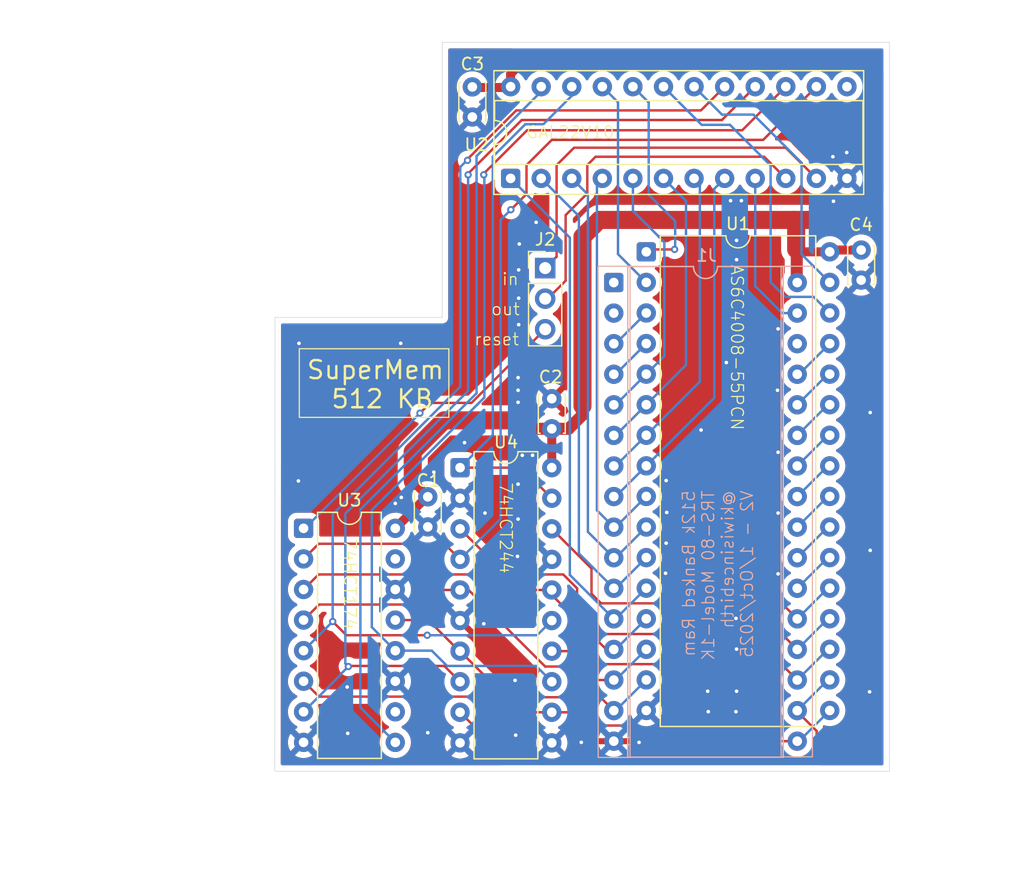
<source format=kicad_pcb>
(kicad_pcb
	(version 20241229)
	(generator "pcbnew")
	(generator_version "9.0")
	(general
		(thickness 1.6)
		(legacy_teardrops no)
	)
	(paper "A4")
	(title_block
		(title "SuperMEM Moel 1k")
		(date "2025-10-17")
		(rev "1.0")
		(company "kiwisincebirth")
		(comment 1 "Model 1k V2")
		(comment 2 "This is specifically for V2 of the Model 1k")
	)
	(layers
		(0 "F.Cu" signal)
		(2 "B.Cu" signal)
		(9 "F.Adhes" user "F.Adhesive")
		(11 "B.Adhes" user "B.Adhesive")
		(13 "F.Paste" user)
		(15 "B.Paste" user)
		(5 "F.SilkS" user "F.Silkscreen")
		(7 "B.SilkS" user "B.Silkscreen")
		(1 "F.Mask" user)
		(3 "B.Mask" user)
		(17 "Dwgs.User" user "User.Drawings")
		(19 "Cmts.User" user "User.Comments")
		(21 "Eco1.User" user "User.Eco1")
		(23 "Eco2.User" user "User.Eco2")
		(25 "Edge.Cuts" user)
		(27 "Margin" user)
		(31 "F.CrtYd" user "F.Courtyard")
		(29 "B.CrtYd" user "B.Courtyard")
		(35 "F.Fab" user)
		(33 "B.Fab" user)
		(39 "User.1" user)
		(41 "User.2" user)
		(43 "User.3" user)
		(45 "User.4" user)
	)
	(setup
		(pad_to_mask_clearance 0)
		(allow_soldermask_bridges_in_footprints no)
		(tenting front back)
		(pcbplotparams
			(layerselection 0x00000000_00000000_55555555_5755f5ff)
			(plot_on_all_layers_selection 0x00000000_00000000_00000000_00000000)
			(disableapertmacros no)
			(usegerberextensions no)
			(usegerberattributes yes)
			(usegerberadvancedattributes yes)
			(creategerberjobfile yes)
			(dashed_line_dash_ratio 12.000000)
			(dashed_line_gap_ratio 3.000000)
			(svgprecision 4)
			(plotframeref no)
			(mode 1)
			(useauxorigin no)
			(hpglpennumber 1)
			(hpglpenspeed 20)
			(hpglpendiameter 15.000000)
			(pdf_front_fp_property_popups yes)
			(pdf_back_fp_property_popups yes)
			(pdf_metadata yes)
			(pdf_single_document no)
			(dxfpolygonmode yes)
			(dxfimperialunits yes)
			(dxfusepcbnewfont yes)
			(psnegative no)
			(psa4output no)
			(plot_black_and_white yes)
			(sketchpadsonfab no)
			(plotpadnumbers no)
			(hidednponfab no)
			(sketchdnponfab yes)
			(crossoutdnponfab yes)
			(subtractmaskfromsilk no)
			(outputformat 1)
			(mirror no)
			(drillshape 1)
			(scaleselection 1)
			(outputdirectory "")
		)
	)
	(net 0 "")
	(net 1 "/A12")
	(net 2 "/A11")
	(net 3 "+5V")
	(net 4 "/A15")
	(net 5 "/A2")
	(net 6 "/D0")
	(net 7 "/D1")
	(net 8 "/D7")
	(net 9 "/D3")
	(net 10 "/A14")
	(net 11 "unconnected-(J1-NC-Pad1)")
	(net 12 "/D4")
	(net 13 "/A6")
	(net 14 "unconnected-(J1-A16-Pad2)")
	(net 15 "/D2")
	(net 16 "/D6")
	(net 17 "unconnected-(J1-CS2{slash}CE2-Pad30)")
	(net 18 "/A1")
	(net 19 "/A5")
	(net 20 "/A13")
	(net 21 "/D5")
	(net 22 "/A9")
	(net 23 "/A3")
	(net 24 "/A4")
	(net 25 "/A7")
	(net 26 "/A0")
	(net 27 "/A10")
	(net 28 "GND")
	(net 29 "/A8")
	(net 30 "/~{WR}")
	(net 31 "/~{CE}")
	(net 32 "/~{RD}")
	(net 33 "/RA16")
	(net 34 "/RA18")
	(net 35 "/RA17")
	(net 36 "/RA15")
	(net 37 "unconnected-(U3-Q5-Pad15)")
	(net 38 "unconnected-(U3-Q3-Pad10)")
	(net 39 "unconnected-(U2-CLK{slash}OD-Pad13)")
	(net 40 "~{RESET}")
	(net 41 "~{IN}")
	(net 42 "~{OUT}")
	(net 43 "~{LOAD}")
	(net 44 "/PA2")
	(net 45 "/PA3")
	(net 46 "/PA1")
	(net 47 "~{VIEW}")
	(net 48 "/PA0")
	(footprint "Capacitor_THT:C_Disc_D3.0mm_W2.0mm_P2.50mm" (layer "F.Cu") (at 86.2 60.4 -90))
	(footprint "Package_DIP:DIP-32_W15.24mm" (layer "F.Cu") (at 101.65 42.6))
	(footprint "Connector_PinHeader_2.54mm:PinHeader_1x03_P2.54mm_Vertical" (layer "F.Cu") (at 95.95 41.4))
	(footprint "Package_DIP:DIP-24_W7.62mm_Socket" (layer "F.Cu") (at 93.08 33.95 90))
	(footprint "Package_DIP:DIP-20_W7.62mm" (layer "F.Cu") (at 88.88 57.98))
	(footprint "Package_DIP:DIP-16_W7.62mm" (layer "F.Cu") (at 75.88 63.02))
	(footprint "Capacitor_THT:C_Disc_D3.0mm_W2.0mm_P2.50mm" (layer "F.Cu") (at 89.9 26.35 -90))
	(footprint "Capacitor_THT:C_Disc_D3.0mm_W2.0mm_P2.50mm" (layer "F.Cu") (at 96.5 54.75 90))
	(footprint "Capacitor_THT:C_Disc_D3.0mm_W2.0mm_P2.50mm" (layer "F.Cu") (at 122.2 39.9 -90))
	(footprint "Package_DIP:DIP-32_W15.24mm" (layer "F.Cu") (at 104.35 40.05))
	(gr_rect
		(start 75.525 48.1)
		(end 87.95 53.8)
		(stroke
			(width 0.1)
			(type default)
		)
		(fill no)
		(layer "F.SilkS")
		(uuid "348c22f1-0f93-4ed7-9cb5-ed5c7abb2a4a")
	)
	(gr_rect
		(start 115.55 41.25)
		(end 118.15 82)
		(stroke
			(width 0.1)
			(type default)
		)
		(fill no)
		(layer "B.SilkS")
		(uuid "8195c8b2-2cc4-4068-afc7-eaa6b684fa20")
	)
	(gr_rect
		(start 100.35 41.25)
		(end 103 82.05)
		(stroke
			(width 0.1)
			(type default)
		)
		(fill no)
		(layer "B.SilkS")
		(uuid "a5c06e3f-0511-42fd-adbd-fe6e4507e7b9")
	)
	(gr_line
		(start 73.4875 83.2)
		(end 73.5125 45.5)
		(stroke
			(width 0.05)
			(type default)
		)
		(layer "Edge.Cuts")
		(uuid "145af140-f080-42a1-aa18-5549c1e70cb3")
	)
	(gr_line
		(start 124.55 83.2)
		(end 73.4875 83.2)
		(stroke
			(width 0.05)
			(type default)
		)
		(layer "Edge.Cuts")
		(uuid "16f22de1-2c3e-4e45-9764-bef7c4b84449")
	)
	(gr_line
		(start 124.55 22.65)
		(end 124.55 83.2)
		(stroke
			(width 0.05)
			(type default)
		)
		(layer "Edge.Cuts")
		(uuid "79f66b51-fe23-49c1-8ad4-4eb462b249ef")
	)
	(gr_line
		(start 87.4 45.5)
		(end 87.4 22.65)
		(stroke
			(width 0.05)
			(type default)
		)
		(layer "Edge.Cuts")
		(uuid "93604585-6491-40a9-bf6f-7bba8f0a8ea0")
	)
	(gr_line
		(start 87.4 22.65)
		(end 124.55 22.65)
		(stroke
			(width 0.05)
			(type default)
		)
		(layer "Edge.Cuts")
		(uuid "cbd38ab3-6edb-4e4e-89dc-1a27de20a9e4")
	)
	(gr_line
		(start 73.5125 45.5)
		(end 87.4 45.5)
		(stroke
			(width 0.05)
			(type default)
		)
		(layer "Edge.Cuts")
		(uuid "e6aff9eb-6c9b-4a80-b586-34d8d6726681")
	)
	(image
		(at 101.888177 56.35)
		(layer "User.1")
		(scale 0.224089)
		(data "iVBORw0KGgoAAAANSUhEUgAABcgAAAZOCAIAAAD4VFd0AAAAA3NCSVQICAjb4U/gAAAACXBIWXMA"
			"ABXgAAAV4AGNVCw4AAAgAElEQVR4nOzdf3Ab9Z3/8Y8tbVw5iZXLWclZshWnPY9Tk0DaWoJkQpPB"
			"d6RNmtIryUyTmk6Y6x+cmQukdcd3l7TzLYU/PLjNJJQc15mbAHbTGwocpZiBa8OPkgnBynDpYCC+"
			"cBfHsuQmciF2xlZtSfb3j20/XVY/LK1+rvx8/HGzWu1+9r0fw5V9aT+fT8Xy5csFAAAAAAAAMldZ"
			"7AIAAAAAAADMimAFAAAAAADAIIIVAAAAAAAAg6zFLgAAAAAAisPhcLS3tzc2Njocjmg0Ojc3d/Hi"
			"xZ/85CehUKjYpQEwjQomrwUAoCzxtAAAqdXW1n7ve9+rra3V7R8fH3/ggQfGx8eLUhUA07FUVVUV"
			"uwYAAJBj6tNCU1PT0qVLhRCVlZUWi2XVqlUej8fn801PTxe7QAAovm984xuf/vSn4/dXV1cvXbr0"
			"3LlzhS8JgBkxxwoAAGVo9+7d8b/BCiFqa2t3795d+HoAoAS53W4DXwGADsEKAABliKcFAFjQ1NSU"
			"ga8AQIdgBQCAMsTTAgAsaM2aNQa+AgAdghUAAMoQTwsAsKBwOGzgKwDQIVgBAKAM8bQAAAsaHh42"
			"8BUA6BCsAABQhnhaAIAF9fb2JlxTeXx8vLe3t/D1ADApllsGAKAMffDBBx6Pp7q6Wrd/fHz8kUce"
			"YbllABBCTE9Pnzt3rra2dsmSJUuXLo1Go9Fo9MKFC0eOHEkYuABAQhXLly8vdg0AACD3HA5He3t7"
			"Y2Ojw+GIRqNzc3MXL178yU9+EgqFil0aAABA+SBYAQAAAAAAMIg5VgAAAAAAAAwiWAEAAAAAADCI"
			"YAUAAAAAAMAgghUAAAAAAACDCFYAAAAAAAAMIlgBAAAAAAAwiGAFAAAAAADAIIIVAAAAAAAAgwhW"
			"AAAAAAAADCJYAQAAAAAAMIhgBQAAAAAAwCCCFQAAAAAAAIMIVgAAAAAAAAwiWAEAAAAAADCIYAUA"
			"AAAAAMAgghUAAAAAAACDCFYAAAAAAAAMIlgBAAAAAAAwiGAFAAAAAADAIIIVAAAAAAAAgwhWAAAA"
			"AAAADCJYAQAAAAAAMIhgBQAAAAAAwCCCFQAAAAAAAIMIVgAAAAAAAAwiWAEAAAAAADCIYAUAAAAA"
			"AMAgghUAAAAAAACDCFYAAAAAAAAMIlgBAAAAAAAwiGAFAAAAAADAIIIVAAAAAAAAgwhWAAAAAAAA"
			"DCJYAQAAAAAAMIhgBQAAAAAAwCCCFQAAAAAAAIMIVgAAAAAAAAyyFruAktPV1SWE6O7uLnYhiwvd"
			"XhR0e+HR54Wn9nksFquoqKisrKTzC4Z/2ouCbi8Kur0o6PaioNuLgm4vioy6nTdWAAAAAAAADKpY"
			"vnx5sWsAAAAAAAAwJd5YAQAAAAAAMIhgBQAAAAAAwCCCFQAAAAAAAIMIVgAAAAAAAAwiWAEAAAAA"
			"ADCIYAUAAAAAAMAgghUAAAAAAACDCFYAAAAAAAAMIlgBAAAAAAAwiGAFAAAAAADAIIIVAAAAAAAA"
			"gwhWAAAAAAAADCJYAQAAAAAAMIhgBQAAAAAAwCCCFQAAAAAAAIMIVgAAAAAAAAwiWAEAAAAAADCI"
			"YAUAAAAAAMAgghUAAAAAAACDCFYAAAAAAAAMIlgBAAAAAAAwiGAFAAAAAADAIIIVAAAAAAAAgwhW"
			"AAAAAAAADCJYAQAAAAAAMIhgBQAAAAAAwCCCFQAAAAAAAIMIVgAAAAAAAAwiWAEAAAAAADCIYAUA"
			"AAAAAMAgghUAAAAAAACDCFYAAAAAAAAMIlgBAAAAAAAwiGAFAAAAAADAIIIVAAAAAAAAgwhWAAAA"
			"AAAADCJYAQAAAAAAMIhgBQAAAAAAwCCCFQAAAAAAAIMIVgAAAAAAAAwiWAEAAAAAADCIYAUAAAAA"
			"AMAgghUAAAAAAACDCFYAAAAAAAAMIlgBAAAAAAAwiGAFAAAAAADAIIIVAAAAAAAAgwhWAAAAAAAA"
			"DCJYAQAAAAAAMIhgBQAAAAAAwCCCFQAAAAAAAIMIVgAAAAAAAAwiWAEAAAAAADCIYAUAAAAAAMAg"
			"ghUAAAAAAACDCFYAAAAAAAAMIlgBAAAAAAAwiGAFAAAAAADAIIIVAAAAAAAAgwhWAAAAAAAADCJY"
			"AQAAAAAAMMia7AuXy9XZ2SmE6OnpCQQCBpo21kL21y0PLpfr0KFD69atc7lc6p5IJBKNRgcHB7u6"
			"uvLRM0NDQ36//3e/+13q9tP8A5XB31H3J8ht/8f/fROKv+ji6X8AAAAAMAVLVVVVwi/+9V//ddu2"
			"bU1NTfX19f39/Qaa/t73vvelL32pqanpL/7iL371q1/l9awy43K5+vr6brrpppqaGrnTYrEoiuJy"
			"uf72b//217/+9fXr13N4Ra/X+9WvftVut7tcrtQ9/8ADD+zYsaOpqSlFGWr9n/3sZ5uamhwOx8sv"
			"v5zDUgsj/k+Q2/5/4IEHtm/frv37JiQvumzZslOnTolF0/8AAAAAYBaJhwJ5vV6Px6Nub9682Waz"
			"ZdquxWJpampSt+VGns4qP93d3U6nM9m3Tqezu7s7h5dzuVzaBtPs+RRlpK7fFFLcQs77Px11dXXp"
			"l1EG/Q8AAAAAZpE4WNm/f7/cttlsmzdvzrTdJUuWyEfBFStW5PWsMqNNtZLxeDxerzcnl/vCF77Q"
			"19enfQ5P3fM/+9nPUpehq197vFks+CfIvv97enpOnTqV/iCdsbExdWMx9D8AAAAAmEiCOVbik5Q7"
			"77xTHYaQvnA4LJ/P439sz+1ZZUabajU3N6sbiqLMz89Ho9GhoSF52MDAQJbX8nq9XV1durcbUvf8"
			"wMCAz+eTj+7d3d3t7e0yINC9/OLz+bIvsvDi/wQ57/9AINDR0ZHwK0VRrFbrX//1Xz/99NNy53PP"
			"PaduLIb+BwAAAAATSfDGSvzYn4xGA6mPhZnWYeys8qNNtcLhsOwTdRJTq9UaDofVPcaGaGkNDQ31"
			"9vYaGDPS1dUVDAbVbd2AFO0glGAw2NXVlU2FRZHwT5CP/k8mEomEw+F/+Id/kHt0+Uh59z8AAAAA"
			"mEuCYOXOO+/U7UlnNJDX6z1+/Pgrr7wyODj47rvvyh/2c3iWy+U6cuTIkSNHdu7cuXPnzuPHj//b"
			"v/3b+fPn+/r6dEuryGaHhoYGBwfVYxYcu6GeJdtM83i1+DRPWZD2cf3MmTPRaFT7bTQaPXPmjLqt"
			"/aPInkm2xEzCA/x+v7EiA4GA9oldDkjRDULJ0+pF+ZbiT5Cs/8VCf4IF/0A6usZPnDih/ba8+x8A"
			"AAAAzEX/kkiyDCXFaCB19MGC04Jkf9b999+/Y8cOIYT6fyWPx9PZ2Xnw4EH1oy6dURRFURSPx9Pb"
			"2+vz+RI+bcYXk+nxC14iTV/4whfk9ksvvRR/wEsvvdTW1iYPVv8onZ2dap9s3Lhx9+7dv//973XV"
			"amdRkR01MDDQ0NBgrM74ASlPP/307t275QHmHYSS+k+QsP/Fx/8E2rE5Inn/p6ANd8LhsExzpDLu"
			"fwAAAAAwF/0bK8kGOCTbrz40GkhVDJyVzmo1NptN95aHlsfjSbiQSrKIR41s0j8+xSlp0t7jBx98"
			"EH+Admd8hzidzh/+8IdLly6Ve1wu16FDhxKO93n00UdffPHFF1988Vvf+paczCV9x44d0173wIED"
			"2qtovzWX1H+C1P0vEi3WY2CNnrvvvltunzlzRo4/0irX/gcAAAAAc9EHK9pxQN/85jfldrI3WYwt"
			"7GrsrPjVatTZKHw+X09Pj7pn8+bNqedqiV9IJZ1VeLI5PiPae/zoo4/iD9DulAdrV37ZtGnT97//"
			"fXXIicvl6uzslG9Y6I4MBAIHDx48ePBgf3+/gVLVlyYSfmXq1yVS/wkS9r9IvliPgTV6dKc8/vjj"
			"CQ8r1/4HAAAAAHP5WAahm7bz3Llz2uEG8aOBtE+AwWDwwQcfHBoaunLlim79FB1jZ4mPr1YjTxwd"
			"HdUeox3HkWw9ly9+8Yvax86vfOUr2lMqKio+8YlPbNiwYe/evUIIGdkkO178aebdFKekT3uPcoVd"
			"Le1OebBuYMiuXbv+6q/+qr29XfdmTc6ft7u6unRLNQvzz5ma+k+QsP9ForE56j8G2teX0ux/7ZpE"
			"qU8py/4HAAAAAHP5WLCim7YzHA4/99xz8llR/VY7KmHPnj1y+8iRI2kuyWzsLJ1kJ6YzXCj16sLz"
			"8/PhcHhgYCDZA238asSRSCQSiaQ4pQB0z9jqSxPaVCUfz9uBQKCnp+dHP/qRdmdPT8/inDNV+ydw"
			"Op26bkmz/1NPW6tD/wMAAABA0X0sWNGOA1KHh7z11ltyj/rIp40zFpwQJCFjZ+kkO1E7OiPNlYkS"
			"vhiSw+MzEg6HZbali7HkTu3BcjsQCLS3t//yl7+UE6z09vbKb4PBoG5GVVNQJ4hZt25dOovpqCsi"
			"Dw4OZrkaTuo/QbL+F39arEfb7VppVrXgtLUAAAAAgJLy5zlWdD+Vq8GKbkVe7UAbkcaEIAkZO0sn"
			"2Ynxr5PEi8Vi2o/PPfec3E5neWbd8Rmt6LygmZkZuV1VVRV/gHan9mAhRCAQ+H//7/8Fg0HdKcFg"
			"8OGHH85HqqLO4aLb2dnZmeaiwgtSJ4hJszVFUWw2W5aTB4uF/gQp+l8kn/ck/UFY6UxbK+W7/wEA"
			"AAAAC/pzsKJb92foT7RHf+5zn1MURX5ccEKQhIydpWPsRHWm24ceeki7U/cwLJ/Pe3t7+/r64p9R"
			"4x+eFzwlfVNTU3J72bJl8Qdod2oPVj3//PPxM7z09PS8+OKLhktKIeEkxPHL4phL6j9B6v4XSaan"
			"TWfOWpH2tLVSWfY/AAAAAJjLn4MV7U/lyaxatWr16tXyo/bn9ISLMSdk7CzD5MpBHR0dmzZtSjgi"
			"pqurK+GLBsmWZ052vHrK/fffb7jaCxcuyO2ESyBrd2oPLrwUqyPFL71kTE9Pz6lTp9J81yZ+iShj"
			"Uv8J8tr/6U9bKwrS/wAAAACABf1xjpU0lxBWFKW5uVkuxDMzMyOTkaqqqjQTE2NnpUk7QUbCYCIh"
			"dYISr9e7f/9+3Ywe6jOq7hE3xfEivQl0k3nmmWfk6sjxyzCJj8+D88wzz+i+TTY25Pz586njCV3P"
			"J5zeRefAgQNyOxgMPv3007t375YvUBw4cKC9vT11CwsKBAIdHR1ZNpKp1H+C1P0vhFBXhorfueCa"
			"1hlNWysK0v8AAAAAgAX98Y0V7U/lqWkfLBcct5KQsbPSFD/tRfoGBgY6Ojq2b99+ww03aEMZ7frK"
			"6RyvnUQmU9ppNXSDs0Tceti6mU1dLlf84rtCCKfT2dfXJye1zQldEtfV1fXoo49qV70x70sTKf4E"
			"qftfJA8o0+mNjKatLeP+BwAAAABzqRRxP5U3a6xfv16XGmgf/1IMmkjxvoOxs9KUcNqLjKiLy2j3"
			"pJ4QN/74bIIV7RO17u8iEq2HLb9S31XRpip33XWX3HY6nd///vdTTP6i6/kF50zVjpCSg1Z0s890"
			"d3ebcRbVFH+CFP0v4rpFZ8HeSH/a2vLufwAAAAAwl0oR91O51frnNZhlaiAf2LSPmtrJNQ8fPtzW"
			"1lZfX68oirYFEfeUbuws7Z40UxuVOrOs1+s9cuTIkSNH4h81XS6X+lWySnQT5S54fDZvzYhE/bNt"
			"2zb1Fg4fPpzwMCFEd3f3jh075Ef1YVv7mL1r166Ej/3x9S9IO2dqMBjUvijR1dUllyUy7yyquj/B"
			"7t27N2/enLr/RVy3fOtb3/rWt76VZm9kNG1t2fc/AAAAAJiIVQghZ5QQQpw5c0b3/oXqxIkT8sGv"
			"ra1NnXhCfXRX9zudzuPHjye8hi5oMHaW0EzOkiK50E6QoVvSSDp48KD2Y2dnpxpJaIMJLe36yukc"
			"n+VbM+n0j25mU91juXzY7urq0g4O0s0X43K5Dh06FD9HjPhT16mx2uDgYFdXl5yiJX4Qinb2lkAg"
			"0NXV1dvbm/CKZqH7E+iWkRKJZpaN7xb1gFAolE5vaIebpZ62djH0PwAAAACYSKX4+FCXZD+Va8cm"
			"aI/X/kKeTHzQYOwsuSdFcpEsGDJswcVZ4mW/WEzq/tG9pCA+PmHquXPn5MpH6iS7Z8+eTXhkZ2dn"
			"W1tbitEichlp7YS42hYSdo7uTZmEk7mWvhR/gvj+F8m7Jc3e0P47dezYsRSFLZL+BwAAAACzqBSa"
			"oS4pQgTtxBPaoTHqo3uytYdV8UGDsbPknhTJhW4ok07CtXh7enqSVeLz+eIfoVMcr54S/4JDplL0"
			"j8/nS7hitOrll18+duyY7hWGRx555D//8z+zLClewnxBlU5wVuKS/QlS979I1C3p9EY6/w4ueKGM"
			"rggAAAAAyAlLVVXVhQsXHA7HxYsXH3jggevXryc79Pz58+phR48e1R52/fr1Z599dmBgwG63V1VV"
			"1dTUqPsjkcjs7Oz58+e/973vxTdr4CxZQHd3d4o6f/zjH2ublQ3+0z/90yOPPLJgJTabLaPj07mE"
			"AdqrjIyMrF69OkX7g4ODas88/PDD77//vu7bYDD4/vvvqwf09PTI0wcHB+vr67WdryPvS/sPhrxW"
			"Z2dnsnzh+vXrv/71r+OvaC7yTzA/P3/t2rXf/e53Kf6+Kbolnd5I89/B1BfK6IoAAAAAgJyoWL58"
			"ebFrAAAAAAAAMKXKYhcAAAAAAABgVgQrAAAAAAAABhGsAAAAAAAAGESwAgAAAAAAYBDBCgAAAAAA"
			"gEEEKwAAAAAAAAYRrAAAAAAAABhkve+++3S75ubmhBCVlZVHjx6N/xb5oO1zIYQZu51bKAXldwsA"
			"AAAAUOKsuqcXi8UyPz8/NzcnH8nM8nijrfzll1/evn27GSuXO81SvIpbKAXlegsAAAAAUMqsus+x"
			"WKwodWRPW/mHH35YxEoyZd4+l7iFUsAtAAAAAEDhleccK+FwuNglAAAAAACA8leewcr169eLXQIA"
			"AAAAACh/5RmsAAAAAAAAFIB1cHCwoqLCarU2Nzenec7Q0FBea8pIJBJJp34z1qzDLeQWt1AKjN0C"
			"AAAAAJQOq6Ioxa4hK2as34w163ALpYBbAAAAAICiYygQAAAAAACAQfrlljNSxLf3FUWZn5+PRqOZ"
			"jmswY8063EI2uAWpDG4BAAAAAIouq2CliCKRSLFLyJgZa9bhFkoBtwAAAAAApYOhQAAAAAAAAAYR"
			"rAAAAAAAABhEsAIAAAAAAGAQwQoAAAAAAIBBBCsAAAAAAAAGEawAAAAAAAAYRLACAAAAAABgEMEK"
			"AAAAAACAQdYCX8/tdre2tq5atcput6t7YrHY/Pz82NjY6dOnR0ZGClxPOsxYsw63UArMfgtmrx8A"
			"AAAA8qFwwYrb7d6yZUtDQ4Nuv8ViEUI0NDTs3bvX7/eX1BOaGWvW4RZKgdlvwez1AwAAABBCuFyu"
			"zs5OIURPT08gEEh2zKFDh9atW+dyuXRfRSKRaDQ6ODh47NixgYGBNC/q9Xr379+vbdBYOxndRZ4k"
			"u3QhghW73b5z5874p7LGxkYhxPDwsNwjn9D6+/snJiYKUFsyZqxZh1soBWa/BbPXDwAAAEC6//77"
			"d+zYIYSIRqPf+c53kh3T1taW8CtFURRF8Xg8vb29Pp+vq6srda7hcrm6u7s9Hk+W7ejINlPcRZ4k"
			"68C8z7Fit9v37dsX/2CWQkNDw759+/JX0oLMWLMOt1AKzH4LZq8fAAAAgFZTU5NuI8UxqXk8nr6+"
			"vhQHuFyuvr6++FQlYTvxb8ck4/V6ZZtplppDyTowv2+s2O329evX19TUaHeGQqGLFy9OTEzMzc0J"
			"IWZnZ1euXNnS0uJwOOQxNTU1n//853/7298W/qdvM9aswy1wC9kze/0AAAAAdFasWKHbSHHMgpxO"
			"58GDB5966qn4901cLtcdd9zhdDrTbKe7u7u9vX3BI9VXYAyUmivJOjC/wYpuEMH09LTP5wuFQupH"
			"m80mhIjFYqFQ6PXXX3c4HB6Pp7q6Wv1206ZN9fX1J0+ezGuF5VGzDrfALWTP7PUDAAAA0Kmrq9Nt"
			"pDhGCNHc3Kz9SlEUq9W6YcOG7u5uNTS55557Pve5z8VnIp2dneqQGSFEMBh88MEHh4aGRkdHEzYi"
			"hPB4PF6vd8H5VrSnpL6LPEnWgXkcCuR2u3UPZq+99pp8MIsXCoVee+017Z6Ghga3252/CuOZsWYd"
			"bkFwC1kze/0AAAAAci4SiYTD4YGBgfb29mAwqO5UM5Fkp/zP//xPe3v7qVOn1FRF14j2yO7u7gUH"
			"BC04sKhY8hisbNmyRW5PT09fvnx5eno69SnT09ODg4Paw7SNFIAZa9bhFuIbKTyz34LZ6wcAAACQ"
			"P4FA4MiRI/Ljnj17dAf09PS8+OKLL7744j333JNsYlq1ERnQOJ3Ob37zmwmP9Hq9fX19Q0NDuag9"
			"L/IVrOh+8fb5fO+++672gIqKCt2G6sKFCz6fT34s5O/eZqxZh1uQH7kFw8xePwAAAIB80/6kGj+J"
			"bCAQOHjw4MGDB1Mv9/PYY4/19PTIj/Fzsqgz4Pb29pbsuyqqfAUrN954o9wOhUIpBhHE0x2vbSqv"
			"tBeKRCKmqFnHjN2uwy0U/RbMXj8AAACAfAuHw3I7f8tWdHZ2lnikosrX5LW1tbVy+9KlS/EHzM/P"
			"6za0Ll26JNcZ0TaVV+qFPvnJTwohtO81SSVYs44Zu13V1dUlhOju7jbvLUgmuoWurq7333//+eef"
			"1+40Uf1mJP9RL3Yhi4ja57FYrKKiorKyks4vGP5pLwq6vSjo9qKg24uCbi+KIna7zWbTBihaly9f"
			"ltvr1q0zfImdO3fK7Vgslvpgn8/37//+74899pjhy6Uvo27PV7Ai1wcRQkxOTmq/qqioSPg8pqU9"
			"RdtUXmkvFIlEtF+VbM06Zux2HW6h6Ldg9voBAAAA5Jt2waCpqSljjdhsts2bN8uPzzzzjO6Anp6e"
			"cDhcV1enKMqxY8cGBgY+/elPG7tWXuUrWFm+fLkQwuFwLF261OFwzMzMJDtSXbdVx+FwNDY2CiGG"
			"h4fVpgpAvdDU1JTNZqupqdFlK1qlU7OOGbtdJYNA896CZKJbSJi/mqh+M+IXnsKjz4uFni8Kur0o"
			"6PaioNuLgm4viiJ2e7LXVVwu1+HDh+XHCxcuGGt/8+bN8pkiHA6fOXNGd0AgEPiXf/kX7Z5r164Z"
			"u1amMur2fM2xEo1G5fb4+Himp2tP0TaVV+qF1B/kLRZLpqcXpWYdM3a7DrdQ9Fswe/0AAAAA8kFR"
			"FJvNpq7Ro51o9vHHHzfQmi6dOXPmTLIcR2tsbMzAtfItX2+sRCIRq9WqzmQ5Ozur7SA5mkCNphL2"
			"XWVl5fDwsGwqT0XqqDVfvXpVCGGWmnXM2O063ELRb8Hs9QMAAADIiXRWOPb5fAMDA5m23Nra+vDD"
			"D8t0JhgMPvTQQxnXVzLy9cbK7Oys3Lbb7dqvFpyjQXeKtqm8MmPNOtwCt5A9s9cPAAAAoDCCwaA6"
			"yWtGWltbDxw4IFOVc+fOtbe3p16YucTlK1hR3/tQxS9qvSDtKdqm8sqMNetwC9xC9sxePwAAAIB8"
			"C4fDPp/PQCCipio333yz+vHcuXPHjh0zdaoi8hesnDt3Tm47HA65/Go6dMdrm8orM9aswy1wC9kz"
			"e/0AAAAA8iESiah5SkdHx6ZNm3KVqrz11lt5KLag8hWsjIyM+P1++dHj8aS58Gp1dbXH45Ef/X7/"
			"yMhI7utLxIw163AL8iO3YJjZ6wcAAACQE80ft379+o0bN7a3t586dSqdiWZ1zJ6qaBdF1d1+voIV"
			"IcTp06fldnV19bZt29asWZP6lPr6+m3btmmf4rSNFIAZa9bhFuIbKTyz34LZ6wcAAACgkyIXKACz"
			"pypCiKqqKrk9MzOj/SqPwYrud+/q6uobbrghxbACh8Nx4403ah/MCv+Ltxlr1uEWBLeQNbPXDwAA"
			"AEAnRS6Qb2WQqgghli1bJrenpqa0X+VruWVVf3//vn37ampq1I/V1dVbt24NhUIXL16cmJiYm5ur"
			"rKy0WCwrV65saWnRPbZNTk729/fntbyyqVmHW+AWsmf2+gEAAABopcgF8qo8UhUhRHNzs9y+cOGC"
			"9qv8BisTExMnT57csmXL+vXr5U45vWVjY6MQYnh4OP7EoaGhV199dWJiIq/lJWTGmnW4BW4he2av"
			"HwAAAIBWilwgf3KeqmgHNKkfCzas6e6775bbzzzzjParPA4FUk1MTJw+fVo7rECamppKmJP5/f7i"
			"PpiZsWYdbqEUmP0WzF4/AAAAAJXL5Tp8+LD8qMsF8kSXqgSDQZO+qyKE8Hq9cqWOcDh85swZ7bf5"
			"fWNFpf707Xa7t2zZ0tDQIPeHQiHdkX6///Tp06UwNYMZa9bhFkqB2W/B7PUDAAAA8Hq93d3dTqdT"
			"7tHlAvkQn6o8/PDD2acquvdTCvC6is1m27BhQ3d3t9xz5swZ3XULEayoRkZG1Ce01tbWVatW2e12"
			"dX8sFpufnx8bGyvBpzIz1qzDLZQCs9+C2esHAAAAFhtFUaxW64YNGw4cOCBftZBS5BHhcFgdbpNN"
			"ZuFyubSpihDin//5n0dHRw03KIRQFGV+fj4ajWbTSPrUPGX//v2bN2/WjT966KGHdAcXLlhRjYyM"
			"mO4BzIw163ALpcDst2D2+gEAAICy53K5Dh06tG7dOpfLlfCAYDD43HPP3XfffclaqKiokBspDkut"
			"o6NDt+eJJ55IdnAkEolGo4ODgxcuXLh+/fqCTWkNDQ0t2Mjc3JwQorKy8ujRo7rTk91gsouqvbd7"
			"927d/kIHKwAAAAAAIB86Ozvb2tqSfRsMBtvb2wOBQIoW7rjjDjWU+f3vfx+fRKRgsVjm5+fn5ube"
			"eeed9M8SQiiKoiiKx+MJhUIPPvigsabiG9FVlSxDkfe44EVT9F7eJ68FAAAAAABFFA6HfT7fgqmK"
			"0CwYlOnKQbFYTH035Le//a2xIvPaVDYXXbD3eGMFAAAAAIBy0NPTU1VVpRsK1NzcbLVa05yd5KGH"
			"HpqZmVkaESAAACAASURBVFGbMlZDV1dX6uFIOnIUT/wV028qRSOZUi9qsVhuvvnmwcHBEydOxM9W"
			"q0OwAgAAAABAOQgEArr5QdQhMOnP+RoIBA4ePJjbGkqhqbxeNKuhQLqpcQvPQAFmrDnnLRS9AG4h"
			"e9wCAAAAAJQC5lgBAAAAAAAwKKtgJZt1rXPCQAFmrDnnLRS9AG4he9wCAAAAAJSCPwYrGT3hlMLj"
			"kKIoVuufJ4hZsCQz1qzDLeQEt1AGtwAAAAAApSOryWuHhoZyVUfBmLFmHW6hFHALAAAAAEytzJ4I"
			"IpFIRUWF1Wptbm7OvrWMOuePwUpGs0iW4JSTC5ZkxpqzPL4AuIVSsAhvAQAAAAB0FEUp1qUr1dWe"
			"i3X57JmxfjPWrMMtlAJuAQAAAACKzrp+/fpMz8nJezUFZsaadbiFUsAtAAAAACgzpn5GUBRlfn4+"
			"Go3maWRTOp2T1RwrAAAAAAAAxRKJRIpdQpLllrVjk4o4TskAtVrt/zULXbXmKl7FLZSC8rsFAAAA"
			"AChliYMVIYQ68YFJpz/QruRqIrK3TdrtglsoDeV0CwAAAABQ4hIHK9p3aUrhvZr0qdWqv3ibsfJk"
			"H02BWygF5XcLAAAAAFDK9MGKxWKprKwUf3rpw2q1VlRUFKGuzMnKhRAOh6O4xWRE1+fCVN2u4hZK"
			"QVneAgAAAACUOOt9992n2zU3N6f9eODAgQLWkxtf+tKXhBDxt1aydH0uTNjt3EIpKMtbAAAAAIBS"
			"Zj169GiKr1N/izwpg27nFkpBGdwCAAAAAJS4pJPXAgAAAAAAIDWCFQAAAAAAAIMIVgAAAAAAAAwi"
			"WAEAAAAAADCIYAUAAAAAAMAgghUAAAAAAACDrMUuAAAAAAAAJOZyuQ4dOrRu3TqXy5XO8ZFIJBqN"
			"Dg4OdnV1BQKBfJcHwRsrAAAAAACUrM7Ozra2tjRTFSGEoig2m83j8XR2dua1MEgEKwAAAAAAAAYx"
			"FAgAAAAAgBLV09NTVVWV/lAg6Wc/+1meSlqQoih1dXWtra2rVq2y2+3qzlgsNj8/PzY25vP5hoeH"
			"I5FIscrLOYIVAAAAAABKVCAQ6OjoSPatoijz8/PRaHRoaEi73+fzDQwM5L86Pbfb3draunbtWqtV"
			"nzZYLBYhRENDQ0NDQzQaHRsbO3369MjISOGLzDmCFQAAAAAATEl972Pnzp3ancFgsKurq8CV2O32"
			"nTt3NjQ0pHOw1WptaGjYu3ev3+/v7++fmJjId3l5xRwrAAAAAACYlcvl0s5TGwwG29vbC7wekN1u"
			"37dvX5qpilZDQ8O+ffuWLl2aj6oKhjdWAAAAAAAwJZfL1dfX53Q61Y/BYPDhhx8ucKpSX1/v9Xpr"
			"amq0O2Ox2Icffnjx4sWJiYmpqanKysqKioqVK1c2NTWtXr1aHRakqqmp2bVr15tvvnn58uVClp1D"
			"BCsAAAAAAJiP+q6KTFWEEF1dXQWeWsVut996661ut1vumZ6ePn/+/JUrV2KxmNw5NzcnhAiFQqFQ"
			"yGKxrFy50uPxVFdXq9+uWbPGYrGMjY3Nzs4WsvhcYSgQAAAAAADm093dvWPHDvmx8BPW2u32bdu2"
			"6VKV1157LRgMalMVnVgsFgqFXnvttZmZGbmzvr5++/btcgkhcyFYAQAAAADAZLxer8fj0e758Y9/"
			"bLPZClnDzp07161bJz+Oj4+fP39+eno6nXOnp6ffeuutq1evyj0tLS26WXjNgmAFAAAAAACT2bt3"
			"r27PE0888eabb/b19blcrgIU4Ha7tbPVTk9Pv/vuu8FgMP0Wrl69+t5770WjUbmnoaFB+/6LWRCs"
			"AAAAAABQDmw2m8fjKUy20traKrenp6ffeeedUCiUaSPj4+Nvv/229iUXbbNmQbACAAAAAIDJ9PT0"
			"nDp1KuECQE6ns7u7O69XVxRl7dq18uP58+f9fr+xpkZGRs6fPy8/rl27VlGUbOsrLIIVAAAAAABM"
			"JhAIdHR03HbbbevXr9+4ceNdd92lHYbj8Xi8Xm/+rt7Y2Gi1/nGV4VgsduXKlWxa0y4hZLVaGxsb"
			"syyvwAhWAAAAAAAwq0gkEg6HBwYG2tvbtdnKnj178nfR5uZmua1bWdkAXTSjbdwUCFYAAAAAADC9"
			"QCBw5MgR+bGpqSl/16qtrZXbo6Oj2TeobUTbuClYi10AAAAAAKTrvvvuK3YJGZibmxNCVFZWHj16"
			"tNi1YFH44IMP5PaKFSvyd6Hq6mq5PTk5mX2D2ka0jZsCwQoAAAAAMzFLSGGxWObn5+fm5swVBsHU"
			"PvroI7ldV1eXvwstX75cbi9ZsiT7BrWNaBs3BYYCAQAAAEDuxWIx9Y0VoGCuXbtWmAtFo9HcXlTb"
			"iLZxUyBYAQAAAACgHFRVVcntcDicvwtFIhG5nZPVkbWNaBs3BYIVAAAAAADKwbJly+T2zMxM/i40"
			"Ozsrt+12e/YNahvRNm4KBCsAAAAAAJQD7ULFU1NT+bvQ1atX5XZjY2P2DWob0TZuCkxeCwAAAABA"
			"iXK5XPfee29dXZ2iKF1dXYFAIMWRhw8flh8vXLiQv6reeecduZzz6tWrLRZLLBYz3JrFYlm9erW2"
			"8WzrKyzeWAEAAAAAoER1dnbeeeedmzdv9ng8fX19bW1t9fX12gMURbHZbF6vt6+vz+l0yv2PP/54"
			"/qoaHh6WU8zqYhED1GhG3Y5Go8PDw1mWV2C8sQIAAAAAgAk4nc7jx4+nc6TP5xsYGMhfJZFI5NKl"
			"S/KllY0bN167dm16etpAU9XV1Rs3bpQfL126xOS1AAAAAAAgN3p6eoLBYEanBIPBrq6uPNUjnTt3"
			"Tm5XV1dv27Zt1apVmTZSW1u7bdu26urqhM2aBcEKAAAAAAAlKhAItLe3nzp1Kp3lk8PhsM/na29v"
			"TzEVS66MjIz4/X75sbq6uqWlJaNspba29oYbbtCmKn6/f2RkJJdVFgRDgQAAAAAAKF2BQKCjo8Nm"
			"s23YsGH//v3r1q1zuVzy20gkEo1GBwcHT5w4cebMmXTyl1zp7+/ft29fTU2N+rG2tralpcVms12+"
			"fHnBc+vr6z/1qU85HA65Z3Jysr+/P1+15pP1vvvuK3YNAPJibm5OCFFZWXn06NFi1wIAAAAgK+Fw"
			"eGBgIK8zp2RqYmLi5MmTO3bscLvd6p7a2trq6upIJHLlypVk6wRZLJaVK1feeOON2ndVRkdHX3jh"
			"hYmJiULUnWtWnriAsmSxWObn5+fm5ghPAQAAEnK73a2tratWrbLb7eqeWCw2Pz8/NjZ2+vRpM45H"
			"AApvYmLijTfeuPXWW2W2Ul1dvXnz5lgs9uGHH168eHFiYmJqaqqysrKiomLlypVNTU3aNYBUo6Oj"
			"b7zxhklTFcFQIKBcZbOMPAAAQHlzu91btmxpaGjQ7Vcf9hoaGvbu3ev3+4lXgHSoschNN920fv16"
			"udNisTgcDu1In2SGhobefvttU/+7RrACAAAAYLGw2+07d+6Mj1TiyXilv7/fvD+kA4UxOjp6/fp1"
			"u92ezr9cWn6//9VXXzX7v2IEKwAAAAAWBbvdrp1oU6uxsVEIMTw8rNvf0NCwb9++J598cmpqKv8F"
			"AiamzreijrBbu3at1ZoqbYhGo+U05o5gBQAAAED5s9vtbW1tulQlFAqpc0Cos/7Pzs6uXLmypaVF"
			"O36hpqZm165dzz777OzsbKGLBsxmZGRkZGREUZS6urpkcxj5fL7h4eFIJFLcUnOIYAUAAABAmbPb"
			"7du2bWtqapJ7QqHQe++9FwqF1I82m00IEYvFQqHQ66+/7nA4tPHKmjVrtm/f/pvf/MbsAxaAwohE"
			"ImrCUuxCCoRgBQAAAECZ086rMj097fP5ZKSSkIxXPB6PuiJsS0vL8uXLT548WYhyAZhKZbELAAAA"
			"AIA8crvd2gk1F0xVpFAo5PP55MeGhga5oCwASAQrAAAAAMrZli1b5HYoFEozVUl4vLYpAFARrAAA"
			"AAAoW7rXVd577734YyoqKnQbWtpTeGkFQDyCFQAAAABl68Ybb5Tbmb6ukvAsbYMAIAhWAAAAAJSx"
			"2tpauX3p0qWEx8zPz+s2dLQnahsEAFHgVYHcbneyhaxPnz5d4ksxmbp4YfL6TV28MH/9AAAA5qWu"
			"6aOanJzUfVtRUZEsTNHSnqhtEABEwYIVt9u9ZcsW7eBGlcViEUI0NDTs3bvX7/eX5kOmqYsXJq/f"
			"1MUL89cPAABgdsuXL1c3GhsbHQ7HzMxMioNtNlvC/Q6Ho7GxcXh4WNsgAKjyHqzY7XbtovEpyIfM"
			"/v7+iYmJfBeWDlMXL0xev6mLF+avHwAAoDxEo1Gr9Y9PPePj48Ya0Z4YjUZzUBaAMpLfOVbsdvu+"
			"ffvSebaUGhoa9u3bt3Tp0vxVlSZTFy9MXr+pixfmrx8AAKBsRCIRdWN4eHh2djb8cX/4wx/UDfWY"
			"cBKzs7Pq6yraBgFAlcc3Vux2e1tbW01NjXZnKBS6ePHixMTE1NRUZWVlRUXFypUrW1paHA6HPKam"
			"pmbXrl3PPvvs7Oxs/spLzdTFC5PXb+rihfnrBwAAKCezs7NygI/dbp+amtJ+m84EK+qJ2gZzWB6A"
			"MpCvYMVut2/btq2pqUnuCYVC7733nnahsrm5OXX/66+/7nA4tA+Za9as2b59+29+85uijIwwdfHC"
			"5PWbunhh/voBAADMYmhoSN1obm5OcdjVq1dlLNLU1BQMBg1cS/tfd1evXk2ntvn5+VgsZrVaU5cH"
			"oAzkK1jRzi4xPT3t8/lSrxgvHzI9Ho86z3ZLS8vy5ctPnjyZpwpTMHXxwuT1m7p4Yf76AQAAysy5"
			"c+dkLOJwOBwOR+r/PIunnqVtcMFT/H5/Q0ODnNsFQHnLyxwrbrdbO7vEgs+WUigU8vl88mNDQ4Pb"
			"7c59fSmZunhh8vpNXbwwf/0AAADlZ2RkxO/3y48tLS2ZtqA9xe/3p7OY48DAQKZXAWBeeQlWtmzZ"
			"IrdDoVBGkbDueG1ThWHq4oXJ6zd18cL89QMAAJSl06dPy23d6ycL0h2vbSqFs2fPpn8JAGaX+2BF"
			"96P9e++9l2kL2lMK/NO9qYsXJq/f1MUL89cPAABQrnQvrXg8njSzFXW8tvyY5usqQogPPvgg0yIB"
			"mFfug5Ubb7xRbmf6o33Cs7QN5pupixcmr9/UxQvz1w8AAFDG+vv7Jycn1e3q6uqtW7du3bo1Rbzi"
			"cDjUY9RZ8IQQk5OT/f39aV7uo48+yrJgACaS+2CltrZWbl+6dMlYI9oTtQ3mm6mLFyav39TFC/PX"
			"DwAAUMYmJiZOnjypfd9ERidOp3Pp0qVCiMrKSovFIvdrY5fR0dGTJ0+mv27j2NhYbusHUMpyP0+1"
			"zHSFEDIVzpT2RG2D+Wbq4oXJ6zd18cL89QMAAJS3iYmJN95446abblq/fr3cKadQaWxsFEIMDw/H"
			"nzg0NPT222+nn6oAWGxyH6wsX75cbi9ZssRYI9oTtQ3mm6mLFyav39TFC/PXDwAAUPZGR0evX79u"
			"t9u1U+OpEkYqQgi/3//qq6+SqgBIIffBSjQalQu2X7t2zVgj2hOj0WgOykqPqYsXJq/f1MUL89cP"
			"AACwGKhjgtxu95YtW+LjFS2/33/69Ok0Z6sFsJjlPliJRCLy8VJRlNnZWQONKIqibTA3laXB1MUL"
			"k9dv6uKF+esHAABYPEZGRtR4pbW1ddWqVXa7Xd0fi8Xm5+fHxsaIVACkL/fByuzsrM1mU7ftdvvU"
			"1JSBRuT/a1MbzE1laTB18cLk9Zu6eGH++gEAABabkZER0hMA2cv9qkBXr16V201NTcYa0Z6obTDf"
			"TF28MHn9pi5emL9+AAAAAIABuQ9Wzp07J7flJNsZ0Z2lbTDfTF28MHn9pi5emL9+AAAAAIABuQ9W"
			"RkZG/H6//NjS0pJpC9pT/H5/IV/PM3XxwuT1m7p4Yf76AQAAAAAG5D5YEUKcPn1abmf6073ueG1T"
			"hWHq4oXJ6zd18cL89QMAAAAAMpWXYEX3073H40nzCdPhcHg8HvmxKD/am7p4YfL6TV28MH/9AAAA"
			"AIBM5SVYEUL09/dPTk6q29XV1Vu3bt26dWuKh0yHw6EeU11dre6ZnJzs7+/PU3mpmbp4YfL6TV28"
			"MH/9AAAAAICM5H65ZdXExMTJkyd37NjhdrvVPeoDZCgUunjx4sTExNTUVGVlZUVFxcqVK1taWnRP"
			"nqOjoy+88MLExESeykvN1MULk9dv6uKF+esHAAAAAGQkX8GKEGJiYuKNN9646aab1q9fL3emM/HE"
			"0NDQ22+/XdxnS1MXL0xev6mLF+avHwAAAACQvjwGK0KI0dHR69ev2+32hoaGNE/x+/2vvvpqKTxb"
			"mrp4YfL6TV28MH/9AAAAAGCYoih1dXWtra2rVq2y2+3qzlgsNj8/PzY25vP5hoeHI5FIcYvMofwG"
			"K+JPIyPcbveWLVtSP2T6/f7Tp0+X1Jydpi5emLx+UxcvzF8/AAAAAGTK7Xa3trauXbvWatWnDRaL"
			"RQjR0NDQ0NAQjUbHxsbK5jko78GKamRkRH3ITBZZlXKHmrp4YfL6TV28MH/9AAAAAJAOu92+c+fO"
			"NN/Zt1qtDQ0Ne/fu9fv9/f39Zn9zv0DBimpkZMS8z5CmLl6YvH5TFy/MXz8AAAAApGC32/ft21dT"
			"U5PpiQ0NDfv27XvyySenpqbyUVhhFDRYAQAAheFwONrb2xsbGx0ORzQanZubu3jx4k9+8pNQKFTs"
			"0gAAQFmpr6/3er26VCUWi3344YfxS6M2NTWtXr1aHRakqqmp2bVr15tvvnn58uWC154bBCsAAJSb"
			"2tra7373u7W1tepHdZDzDTfc8N3vfveBBx4YHx8vanUAAKB82O32W2+91e12yz3T09Pnz5+/cuVK"
			"LBaTO+fm5oQQoVAoFApZLJaVK1d6PJ7q6mr12zVr1lgslrGxsdnZ2QLXnxOVxS4AAADk2O7du2Wq"
			"olVbW7t79+7C1wMAAMqS3W7ftm2bLlV57bXXgsGgNlXRicVioVDotddem5mZkTvr6+u3b98uZ6U0"
			"F4IVAADKjfa/b9L/CgAAICM7d+5ct26d/Dg+Pn7+/Pnp6el0zp2enn7rrbeuXr0q97S0tOzcuTP3"
			"VeYfQ4EAACg3KaZ/M/XMcABQBrxe7/79+y0Wy8033zw4OHjs2LGBgYH4A9atW+dyuYQQkUgkGo0O"
			"Dg6eOHHizJkz4XC4SIUDem63W7sG0PT09LvvvpvRbG5Xr16dm5tbuXKlXJu5oaHB7XabbukPghUA"
			"AMrNmjVrDHwFAMgrl8vV3d3t8XjkHo/H09vb6/P5urq6AoFA/AFCCEVRFEXxeDwejyccDg8ODqoH"
			"F7x8QK+1tVVuT09Pv/POOwbmyB8fH3/77bfXr18v51tpbW01XbDCUCAAAMpNit8z+akTAIrC5XL1"
			"9fXpQhOVx+Pp6+u79957kx0g2Ww29WD1ZRagiBRFWbt2rfx4/vx5v99vrKmRkZHz58/Lj2vXrlUU"
			"Jdv6CotgBQCAcjM8PGzgKwBYzFwu15EjR44cOZKnzOKVV15xOp3JvnU6nQcOHEhxgO7g7u7u3JUG"
			"GNHY2CjH78RisStXrmTTmnYJIavV2tjYmGV5BcZQIAAAyk1vb+/atWvjFwYaHx/v7e0tSkkAUOLk"
			"GByHw9He3p7XazU3N1dUVFgslmg0OjQ0pPs2GAw++OCDQ0NDo6OjQghFUaxW64YNG7q7u2Xy4vF4"
			"vF6vbnIWoJCam5vltm5lZQPUaEb+E97c3Hzx4sWs6iss3lgBAKDcjI+P/+AHP/D5fOpQ52g0Ojs7"
			"++677/7gBz8YHx8vdnUAUELU2EIIIcfgpB6MY0xHR4fc9vl8Qoj5+floNCo/anV1dZ06dUpNVYQQ"
			"kUgkHA4PDAy0t7cHg0F52J49e3JeJ5A+7e838h/XbGgbif9xqMTxxgoAAGUoFAodOXKk2FUAQL7Y"
			"bDbD57pcrkOHDslld+LJt0jkijw5nC/2qaee0n3URjk+ny/ZeyiBQODIkSMPP/yw+rGpqSkn9QDG"
			"yLlmhRCTk5PZN6htRNu4KfDGCgAAAACTqaqqMnxuZ2dnW1tbOnOpKIqizhfb2dlp+HI6H3zwQYqP"
			"utglxbkrVqzIVUmAAcuXL5fbS5Ysyb5BbSPaxk3BGj+oD4CpRSKRiooKq9WqHfeYUFdXlxCCyc8K"
			"iT4vPLXPY7FYRUVFZWUlnV8w/NNeFHR7UdDtRfHtb3+72CUY9NFHH6X4OD09neLcmpoauV1XV5fb"
			"wtLBP+1FUZrdHo1G5eS1165dy75BbSPqQDkTYSgQUG5MtzgZAABAprJZPL6np6eqqirFUCBJDgXq"
			"6ekxfDkd3SOo7mPq+7pw4UKaRwL5FolEZLCiKMrs7GyWDWqfYiKRSJatFRjBCrB4lVrsvRjQ54VH"
			"nxcLPV8UdHtR0O1FMTg4mM5hLpfr3nvvraurUxTlxIkTZ86cCYfDgUBAziarKIo6j6z2Rf4FX/vN"
			"RlVVlTYT0Y1punz5copzly1bJrdnZmZyXtuC+Ke9KEqz22dnZ+VUR3a7fWpqKssG7Xa7tvEsWyuw"
			"hQcLADCFhP9ZAAAAUJZ0U5Mk09nZuWPHDnXb4/GEw+HBwcFjx47JCWIL/8P4smXLtG+paLMSIURz"
			"c3OKBVa0z27ZP8cC2bh69aqMQhobG7VLVhnT2NiobTzL1gqMyWuBMqG+qlrsKgAAAApBNzVJmtSZ"
			"aHt7e/v6+tra2uTv7RUVFTmtLhXdD9u6j4cPH042QMnlch0+fFh+1A4LAgrvnXfekdurV6+2WCzZ"
			"tGaxWFavXp2wcVMgWAEAAABgMmNjY+kc1tPT4/P54vd7PJ7jx4+/+eabfX19O3funJ+fz3WBH3P8"
			"+HG5ffjw4ba2tm3bttlsNq/Xq81KhBBOp1MNferr69U96spEXq+3r6/P6XTKIx9//PG81gykNjw8"
			"LH/W1cUiBmijmWg0Ojw8nGV5BcYcKwAAAADKUyAQaG9v93q9+/fv37x5s3xFRaW+wOLxeH70ox/J"
			"nfmeFNbpdGpzFgMHCCF8Pp8czQQURSQSuXTpUlNTk/px48aN165dS72sVTLV1dUbN26UHy9dumS6"
			"yWt5YwUAAABAORsYGOjo6Ni0adNdd9116tSp1NFJniaFve2227KfhEIVDAbV9XeB4jp37pzcrq6u"
			"3rZt26pVqzJtpLa2dtu2bdXV1QmbNQuCFQAAAADlLxwOaxOWhEOERN4mhVXfnUl4UZ/Pd+jQobvv"
			"vjtFVapwOOzz+drb2wOBQD6KBDIyMjLi9/vlx+rq6paWloyyldra2htuuEGbqvj9/pGRkVxWWRAM"
			"BQIAAACwiKgJS7IhQvmbFFY7Lslisdx88826JYqEEPKAdevWqbPYqgsUDA4OyuWi81QeYEB/f/++"
			"fftqamrUj7W1tS0tLTabLfXC4ar6+vpPfepTDodD7pmcnOzv789XrflEsAIAAABgMRoYGBgYGLDZ"
			"bBs2bPjKV75SV1enKMpDDz1UgItmcwBQOiYmJk6ePLljxw63263uqa2tra6ujkQiV65cicViCc+y"
			"WCwrV6688cYbte+qjI6OvvDCCxMTE4WoO9cIVgAAAAAsXuoLLGQZgDETExNvvPHGrbfeKrOV6urq"
			"zZs3x2KxDz/88OLFixMTE1NTU5WVlRUVFStXrmxqaopfnnl0dPSNN94waaoiCFYAAAAAAIBhaixy"
			"0003rV+/Xu60WCwOh0M70ieZoaGht99+24xTq0gEKwAAAAAAwLjR0dHr16/b7faGhoaMTvT7/a++"
			"+qp531VREawAAAAAAICsqPOtuN3u1tbWtWvXWq2p0oZoNDo2Nnb69GlTv6giEawAAAAAWER0y+6o"
			"WHwHyImRkZGRkRFFUerq6lpbW1etWmW329WvYrHY/Pz82NiYz+cbHh6ORCLFLTWHCFYAAAAALApe"
			"r/fAgQMejyf+K0VRFEXxeDwejyccDscvhJzDGmSsI9Oc9K/lcrk6OzuFED09PYFAIOflATkRiUTU"
			"hKXYhRQIwQoAFE5VVdU999yTfTtzc3NCiMrKyscee2xmZib7BgEAKG8ul6u7uzthpBLPZrN5PJ7e"
			"3l6fz9fV1ZWr/CK+BpnmpH+t+++/f8eOHUKIaDT6ne98JyeFAcgSwQoA5JFMUvIRheS1cQAAyobL"
			"5err63M6nZme6PF4+vr62tvbs89WFqxBvVZXV1fqV1eampp0GwCKjmAFAHJGUZTVq1d/5jOfqa2t"
			"XbZsmchz2DEzM3P06FH5UZuzzM3NXbly5b//+79HRkbKafwqAAAGdHd3axMNdaTPiRMnhoaGRkdH"
			"1Z2Kolit1g0bNuzfv3/z5s02m03d73Q6u7u729vbs6zhlVdeWfAYp9O54KsrK1as0G0AKDqCFQDI"
			"lqIolZWV99xzj0w0fvOb34RCocnJyUKWoeYsFoulsrJSzXc+//nPL1u2rLKy8oUXXiBhAQAsTl6v"
			"V46+CQaDDz74YMK5aSORSCQSGRgYGBgYsNlsGzZskHGMx+Pxer05nG+lublZaKIc3bQv6qsru3fv"
			"/v3vfx9/bl1dnW4DQNERrACAQdo8RX0zpaqqKp0wRc0+XC7XzTffvHr16jR/cYrFYnNzc8Fg8OzZ"
			"s1euXLl27Vqyw2Kx2Ojo6OjoqMViicVi6pssapEkLACAxeaLX/yi3H700UdPnTq14CnhcHhgYODR"
			"Rx996KGHZCPZBCsdHR1y2+fzqRsyymlvb/d6vdrXapxO5w9/+MPHHnvs7Nmzhi8KoGAIVgAgY/X1"
			"9Z/5zGfcbrfVatVGFfFDfoxlKAlZLBaLxbJmzZo1a9bInanTllgsJv70JouMgaLR6JUrV86ePStf"
			"fgYAoIxpBwEFg8H0T9QebGB+lmSeeuqp+J1qvPLzn//8L//yL9U9mzZtUhRFCEG2ApQ+ghUAyEB9"
			"ff2dd96pZhO/+MUvEmYTOQxTFqRNW1KHLGr0c/ToUTUVuuOOO6xW6zPPPEO8AgBYPDLKR3IYpmh9"
			"v06KiAAAIABJREFU8MEHCfcHAoFvf/vb99xzzy233KLuaW1t/cd//EdBtgKUPIIVAEiLGqkIIZKN"
			"plEUpTBhSjLJQpb/+7//01arjhKSL7AIIYhXAABlTH1/U3Xvvfd+9NFHCedY0VLnWLn33nsTNpKl"
			"jz76KNlXb775pvo/2cmyFTmlLoCSQrACAAuQkUrCAELmKZ/85CfVV3YXlOZsKToZvQijDVkikUh8"
			"wqJ9gSXF3QEAYHaPP/54W1ubuu10Oo8fP57RqkCykVzVk/p/98+dO/fII4+IJNlKVVVVrsoAtGw2"
			"W+q0sfTlL3ZMp3MIVgAgqdShQ2NjYzp5irEYJWE7sVhseHh4eHhY3ZNm1KIoijZhef3112ULQojR"
			"0VHiFQBAGYufdNZms3k8Hu1CPAYaMayqqir1Q1qKbMXv9+eqDAA5RLACAAksGKls3bpVO4msjnxJ"
			"JJskZUG6qEWbsySMe9SE5Rvf+Mbly5eJVwAAi0dzc7PX69WtapwOn8937NixHKYqQohly5Yt+N8G"
			"ybIVdSeQc2Z/XUXk8xbSaZlgBQA+JptIJeGgm4LR5iypBygRrwAAFhu5qnE68Yo6VijnkYqqubk5"
			"nf95TZitPPHEEzmvB4tZOBwug4l7FEWZn5+PRqPqx1wlLBl1DsEKAPxRTU3N7bff7nA4Mo1Uipun"
			"JBSJRBZMWBaMV3bt2hUKhf7rv/5rcnKy0DcAAEAeyHhl//7969atc7lc8qtIJBKNRtW5Vxac3TYb"
			"d99996lTp9I5Mj5bAfJkaGio2CWUrnQ6h2AFAIQQQuYIP/3pT3U5QopI5fLlyyWVp8TTJSzxN5Ii"
			"XvnpT396++23f/3rX//lL3/JqysAgLIxMDCQj1dRUjh+/HhHR4e67fF4vF5vmgWkyFbKYOwGiq4M"
			"XleJl6ubyqgdghUAi518USU+PkgdqeiSiBInE5aEN5UwXpmcnHz66ad5dQUAgNzau3dv+smOmq2M"
			"jY393d/9nXb/zMxMHkoDTCwSiVRUVFitRUg5CFYALGq1tbV79uyJf1GlnCIVnUzjFe2rKz//+c/H"
			"x8eLUDQAACZ322239fX1OZ1OA+eeO3dubGysvr5eOzvM1NRU7qrDItXc3FzsEkpXRp1DsAJg8VLf"
			"xdC9qLJixYo77rijLCMVrXTilV/84hfqsgXy1ZU9e/YwLAgAAAMCgUB7e3tnZ6cQoqenx9jpXq+3"
			"u7tbTWcuXLiQ+yoBGEKwAmAxUof/fOITn4h/UeXLX/7yihUrdMeXU6SitWC88vzzz+teXfnyl7/8"
			"hz/8gWFBAIDFwOVyySgkEAhk2VogEDh48GA2LaiT7xpOZwDkCcEKgEWnpqbm61//eigUev7552U6"
			"kOxFlXKNVLSSxSsrVqyIf3Xl+eefV4cFPfHEE9PT08WrGgCAvLv//vt37NghhIhGo9/5zneKXY4Q"
			"uUhnAOQcwQqAxaWpqWn9+vW68SyrVq362te+pntR5dq1a9r3NcqejFd07+yor678x3/8x9WrV4Vm"
			"WNCXvvSlwcHB9957r3glAwCQRxaLpampSd2WGwAQr7LYBQBA4dTX1//N3/zNqVOntKlKY2NjfKpy"
			"+fLlJ598cvGkKtLw8PCTTz55+fJl7c4VK1Z87Wtfa2xslHtGR0dfeumlLVu21NfXF7pEAAAKYsmS"
			"JXV1dep2/DBhAJB4YwXAoqBOqlJRUaGdHCTh8J/F9qJKvGvXrj3xxBO6V1cSDgt66aWXvF7vLbfc"
			"wpQrAIDyEw6H5f8OyoQFAOLxxgqA8qdOqlJRUXH27Nn//d//VXeqSYEuVVm0L6rES/jqijosaOnS"
			"perHkZGRt956a25u7utf/3p1dXUxygQAIPcURbFa+QUaQLr4/xcAypzL5frsZz87Pj5+9uxZv9+v"
			"7nS73Zs2bdK+1suLKvGSvbry1a9+9fTp05cuXRJCBAKBt9566+abb/7CF77g8/lkDwMAUCJcLteh"
			"Q4fWrVvncrmKXonhNYZcLte9995bV1enKEpXV1f2SxQByCGCFQDlzOVy3XLLLZWVlbpUZdu2bdoZ"
			"Q65du/bkk0+qI1ygo7668vd///fyRZW1a9daLBYhhC5bueWWW4QQZCsAgJLS2dnZ1tZW7CqEy+Xq"
			"6+tzOp3qx0xX9uns7FTXJxJC9PX1tbe3k60ApYOhQADKVpqpyvvvv//yyy+TqqRw7dq1Z5999re/"
			"/a3c43a7t27dunbtWvWjmq3EYrFbbrmloaGhSGUCAFC6XnnlFZmqZMnpdHZ3d+ekKQA5QbACoDzV"
			"1NSkk6pcvnz5V7/61dDQUHGqNI9Lly69/vrr2ilXUmQrS5YsKVKZAADo9fT0BIPBYlfxMT/72c8y"
			"PUV3Fx6Px+v15rQoAMYxFAhAGaqpqdmyZUvqVIVJVTIVP+WKmq2IuDFBt91225kzZ1gnCABQCgKB"
			"QHt7e3d3t8fj0X3V3Nyc8BRFUebn56PRqPzpJRwOZ1NDR0eH3Pb5fAMDA5m2oN6FdjDRnj17DLQD"
			"IB94YwVAGbr99tuXLl2aOlVh9R9j1ClXpqam1I8J31uprq6+/fbbi1cjAAAfo6YSd911l/alj0gk"
			"kuz4SCQSjUa1x8zMzOSqmKeeesrYiYFA4MiRI/JjU1NTjioCkC2CFQDlpqqqSl1ZOVmqMjIywqQq"
			"2VCnXFHfUhFJspW5ubn6+vri1QgAgN7AwEBXV5f8ePXqVUVRUhyvKMrVq1fVbfmLQvamp6dzcq52"
			"cUMAxcVQoP/P3t3HtHXmiR5/wBgGkmCUYnLDi0N7m02Bvt5iptubLNnl3pZtmkRzm2qUhGbbf6ZR"
			"R5PuSNnh3pnJlXajjC66uYqS0VRNdVftFJKs+pJVmtBtu4paGu5Mi6NMRi0QltmGGEwUbM0CGaDB"
			"L9w/np1HpzYY29jnxf5+/jp+Occ/H8Oxz+/8nt8DIKuUlpZu27att7c3Tlalp6dHJQWQmuvXr4fD"
			"YSGEzKcsOiZo8+bN//RP/8SAIACAefT19Xk8Hjkm6Nq1a3GKVoQQwWDw2rVrcpLma9eupSuGlYwq"
			"0q5LYgVmZrfb169f39jYWFFR4XA45J3hcHhhYeHmzZsej2dkZCT+P6C1kFgBkD1KS0v37t174cIF"
			"sio6kDtTLJ1b6e3t3bt379///d/Pz88bGyoAAEp7e/vBgweFEEePHl32yUeOHJGDgBJ5coK0neBX"
			"sm4aRycBaeRyuRobG+++++6Cguhsg81mE0LU1NTU1NSEQqGbN2/29vZ6vV4jwkwzEisAsoRsWHv+"
			"/PmxsTF5T2xfFbIq6SVzK5WVlUVFRWKx3Mr58+dpZAsAMBWfz/fDH/4wE09O0KZNm9RvlRTWVctp"
			"HJ0EpIXD4di2bVtNTU0iTy4oKKipqdm9e/fo6Gh3d/fU1FSmw8soeqwAyBJPPPFESUmJ+qVSVlYW"
			"lVW5ePEiWZW083q977//vmpYI3MrMs8ihBgbG1u9ejWNbAEAUF544YW0rJvG0UmwuqqqqmPHjh07"
			"dkyOXDOEw+HYs2dPglkVrZqamj179qxatSoTUekmtypWqqqqVOGfz+fTbd0oTU1Nzz///H333af+"
			"7mXj8S+//PLEiRPLzppWVVX1k5/8RLt64tQLtbe3678HVhK5WFnwsftcJLnbYXLV1dVOp/PUqVPy"
			"ZllZWUtLi8qqCCGYWTlzvvjii9u3b+/bt0/edLlcTz311McffyyzLR999NHevXurq6tTvjoHAIDV"
			"vfLKK2rGZbfb3dTUlMKPz6amJu2M0W+88Ua6woOlVVVVqXm4Q6HQ3/zN3+gfQ3V1dVNTU2lpqfbO"
			"cDj8+9//fnh4eGpqShZY2Wy2tWvXbty4cd26dXJYkFRaWrp9+/Zf//rXKxkoZ6zcSqz89V//9VNP"
			"PSVS+oNbybpKU1PTgQMHtAdEyW632+12t9vd2dnp8Xjin+cfPHiwpaUltQDUCx08eDCpssa0/Luu"
			"JHKRavBVVVUdHR2x+1zE7PYU8jUwCXksPnXqlBpvsnPnzg0bNqgn3Lhxg6xKRo2MjNy4cUPt8wce"
			"eKC0tPSXv/ylEGJ6evrUqVN79+7VfkAAAOSyjo6Otra2pH55yt+06qbH4+G6IKSOjg55miYMmoTb"
			"4XBs2bLF5XKpe2ZnZ69evXrr1i0514EQori4WAgxNzfn9/v9fr/MsLjd7pKSEvmEDRs22Gy2mzdv"
			"WrQ3X24NBVJ/Zyn8wa1kXfHHxERnZ+eiZ/ha8jy/q6vLwDquWIb/u6ZG7vZl97kQwu12d3V13XXX"
			"XTpEhfSSDWvPnz+vTtpra2u1WZXJyclz584ZFF0OOXfunHYG6w0bNqiKoenp6fPnz+/duzfqOgYA"
			"ALmpsrKyq6urpaVFnm3GYbfbi4uLm5qa1DVOIcT4+Lh23mjksqg6Jv3ninI4HFu3bo3KqnzyySfj"
			"4+MqqxIrHA77/f5PPvlE24O5urr6ySefVFMIWUtuJVbU31kKf3ArWTfx03tFnucvmls5evToxYsX"
			"U6utCAaDc3NzHo8nqcbm6fp3XUnkWmfOnEnkaXLkkfoGWlZlZeX/+T//57HHHltBaDDAE0884ff7"
			"ta1VduzYoR6dnJx88803tSf8yBC5q7Xfjjt27FCHi7GxMb/fT7MVAEDO+ou/+Ivx8XF1s7Ky8pVX"
			"Xvn1r38tMyzV1dXqIZVMeeWVVz788MOrV692dnaq37SXL19OttoF2SqqjkkIsX79ep1j2LZt2333"
			"3aduBgKBq1evzs7OJrLu7Ozs559/PjExoe6pr6/ftm1b+qPMvNwaCqT+zlL4g0t53UVP7z0ez+uv"
			"vz40NDQ2Nma32wsKCh544IGoUUKVlZXf//73f/zjH0dt0OfzqSGait1uX1hYCIVCQ0ND6k5t2/CV"
			"OHDggPZmyv+ui0Yeh9wz99577zvvvKPuTLDuUXaE0Y480u5ztfGo3f6nf/qndrv9iy++oMu6VcS2"
			"Vtm3b586mZcNa8mq6GZycvL999//8z//c/kRyI9DJbZotgIAyGU+n6+tre0HP/jBd77zHXVncXGx"
			"2+1O/Prrhx9+eOrUKbIqEEK0tra2t7cnfhU5E1wul7Zb7ezsbH9/v9/vT3wLExMTkUhk7dq1am7m"
			"mpoal8tluTmYc6tiRX+Lnt4/99xzbW1tFy9elGcXsoqkr6+vra3tueee02ayE09hyD6s6Q1eiipX"
			"0VMwGFy7du2JEyfUPYnXPXZ0dMieOHKtqH0ult7tjY2Nf/u3f2uqcVhYimytoh0EtHPnTm1F1Xvv"
			"vdff329QdDnqiy++eO+999TNsrKynTt3ymU5IGj79u0MCAIA5Cafz/fzn//c4/GktrrH4+no6Pj8"
			"88/TGxWsqKmpyfCsihCisbFRLc/Ozn7xxRdJZVWkQCBw5coVbZGLdrNWQWIlsxY9vY9TcCHP8//l"
			"X/5F3rx586YeUS4ttrpM51ePGk2aYN1jVDKovb09fpGL3O0qt7J9+3YD3zUSFzUIKKq1Cg1rjSIb"
			"2aqb2mYrDAgCAOQ4Wbfy3HPPJT5AXg7kl+cR1KpA9e40PKtit9vvvvtudfPq1aujo6Opbcrr9V69"
			"elXdvPvuu+12+0rj0xeJlQzSnt7LpEAiY1h8Pt/+/fvff//9999//xe/+EWGY4yntbVVm9fQmSz2"
			"0WZV/vf//t8Jfpc8++yzajnBoUM+n09bCyOnwUsyZOhKDgL66KOP5M3Y1io0rDVQVCNbbbOVjz76"
			"yOl0akeSAwCQa/r6+l566aUnn3zy4YcfXjTJohojvvTSS3/6p3+a4HkEcsHBgwe1l5DHx8f3799v"
			"SCS1tbVq/E44HL5169ZSz8zLy4taiKWdQqigoEBdlrOK3OqxojNta5KkpvL1+XxJzYWcCYZXl0XN"
			"kbxs1YmWdt6i999/P8G1+vr6PB6PetG//Mu/5AvMzJ555pl33303ziAg87dWsdls+fn569evb2xs"
			"rKioiNMCPRwOLyws3Lx50+PxTExMTE1N6RlnCiYnJ9977719+/bJm3JAkJp9+fz5888888zx48cN"
			"jREAAIMFg8FgMNjX18dvTqTG4/G0t7cbNcha29BTmxZJjUzNqNPPTZs2DQ8Pryg+fZFYyRRtuYq1"
			"5plvamqKaqM7Pj7+d3/3d6+++qqeMWgDSHYHak87tT1rlnXmzBn1uoYX1yEOWe9gxUFAiSdTotYS"
			"QtTU1NTU1FglySIHBKnPRQ4Ikp+L/ODoYms5dXV1ra2ttbW1TqdT3hMKhSKRyPDw8NmzZwcHB40N"
			"DwCAXKBmdz1z5ow8RYpEIoZEUl5erpbj/6hbWFiIWljU2NiYOgXTbtwSSKxkinY0yltvvWVgJImT"
			"HVWiWtVevnz5Rz/6kZ550KjGLok3rFW0M34hK8lyFXWzublZLZt2EJDL5UoqmbKURZMsvb29Juyd"
			"fu7cOe0kTc3NzSrh9e6771K0YiFOp/N73/teQ0ND1P2yALihoaGhoaG/v/+1115LoWUdAABIXOzg"
			"BqP6cpaUlKhlVUUeJS8vL34yRUu7Ee3GE6dmyE3X9LiJI7GSEXa7/dFHH5XLwWDwypUrxsaToKgB"
			"e0Izo5tuedCUG9ZqzczMqHM5eRaaoN27d6vlFRazIXPil6uYcBCQy+XavHmzdi66dFFJlt27d4+O"
			"jpotvRI1IIiiFYtyOp2HDh1a9sJRQ0PDoUOHtGNgAQBAFluzZo1aLiwsLC4uXnaV+M8pLCxcdOOW"
			"QGIlI9atW1dRUSGXJyYm4jTyMTM5o5tMauiTB11Jw1qta9euqfmSX3jhhYsXLyayVtT4ozfeeCPZ"
			"14U+4pSrmG0Q0LIplUgksrCw8Pvf/354eHhqampmZib2Ofn5+Xl5eWvXrt24cWNZWdlS+Xtzplei"
			"BgRRtGI55eXlW7ZsSbAct7y8/Lvf/e7FixcDgUCmAwMAAMYKhUKqee3k5GRS17MXpb04GgqFVrg1"
			"neVuYqW4uHhubi7xJye18U2bNqkJoq5duxYMBpMLziBHjx6dm5tbv3693W4/ceKE/n1hogYi/Y//"
			"8T9++9vfprCdN954o6WlRS5H1eAspampSTv+yFptcXJK/HKVnp4eY8KKESelEg6H42dSosh6Mb/f"
			"LwdZaPMs69ati/oOM2F6paenh6IV63rxxRdjRwDFsXPnznvvvffIkSOZCwkAAJhBMBhUiRW73b7o"
			"z1o1FEieUMc/AV+1apV24+mMNfNyN7GSUa2trWr5gw8+MDCSpPh8vh//+MdGvXpUwYgQ4pe//OXc"
			"3NyXX36ZbJYnan6foaEhj8fz+uuvDw0NaU/h7HZ7QUHBAw88ENusN9muLtCN+ctV4qRU/H7/8PDw"
			"Cruma/MsNptt7dq19fX1qpmoZKr0CkUr1lVXV5dUVkVqaGioq6ujly0AANltfn5e1R84HI5FEyuJ"
			"N1iRG9FufIXh6Sx3EyuJl6sk+2Txzel+f/e73yW1bs7S9jdRiouL3W53Z2ennEss8WFB7e3t2l4t"
			"brc7wdKV1Lq6QB8mL1dxOBzbtm1bKqUyMDCQ9r6e4XDY7/f39PQ4nc446ZXu7m5jJw+iaMWitInL"
			"ZFcksQIAQHabmJhQqZDa2tqkJmNdVG1trXbjK9yazvKNDsDsZFFDsmupzqlCiH/7t39La0Q5yu12"
			"d3V1Jf58n8/X1taW7L93yl1doA8zl6s4nc49e/bEZlVk4qOnpyejs6XEeZWampo9e/ZE5Vx0JotW"
			"1E3tByeLVowICstzuVw6rwgAAKziiy++UMux49OTZbPZ1q1bt+jGLSF3K1bUVEyZsH79erVs1PRX"
			"lnP06NGioqL77rtP9Z2NUllZ+cMf/vCtt95KMPHh8/nefvvtl19+OfEY3n777ffffz/x50NPZi5X"
			"cblc27Zti5qVPENVKnEsVb1SWlq6a9eu7u5uA4cFUbRiRSk35LdcJ3+kRracF0IcPXo02WsSK1k3"
			"o5v6yU9+EuenSJRgMBgKhb788sukimoBIDuMjIyo/rUyLbKSohVtaiYUCplhgH9ScjexArPx+Xwv"
			"vfSSurloA5T9+/c/+uijbW1tiWywqqrq2WefTSqGZ5999ty5c/w2MqdnnnnmwoUL6qZJylUWHf4z"
			"Ozvr8Xj0TKloqfSK2+1WUwiVlpYaOywoTqeVCxcu0GnFnO666y6dV4S1/PVf//VTTz0lhAiFQn/z"
			"N3+j27paVVVVauTvCjclo1LN7xNht9vtdrvb7T548OAPf/jDlbw0AFhOMBi8fv26aoLx8MMPT05O"
			"zs7OprCpkpKShx9+WN28fv265ZrXMhQIJhUMBufm5vr6+tra2jZt2qTud7vdTU1Ny66u/aUleTye"
			"l156qaWlZdOmTZs2bbr//vsffvjh5557zuPxqOdUVlZ2dXVp+1HDJKqrq0OhkCq4MEm5isPhiB3+"
			"4/f7P/nkE6OyKvHDkMOCjPoL135MsmhFLnu93lAoJCuSYCop942zXMM5pEb9mNa2ltNhXaWqqmrn"
			"zp3qu34lmxJC2Gy2FW4BAHLN5cuX1XJJScnWrVsrKiqS3Uh5efnWrVvV5cCozVoFFSuwBu0sP88+"
			"++yykwR1dHSoX1pylp+oVYLBYDAYlIkbOdeyfH5lZeXf/u3fHjt2jLoVU3nkkUe8Xq9KXZuhXKW6"
			"urqpqUk7/MfYQpVYs7Ozi5aubN++/de//rW26Yk+lipaCQaDXq/3kUceYTSQ2czPzxcWFqa2YtqD"
			"gQmpjnLa1nI6rKt0dHRoO9OvZFNCiDVr1miHcidCDQU6evToSl4aBnK5XI2NjRUVFaoHZzgcXlhY"
			"uHnzphlm1gMSoabmUTeTnXolZV6vd3R0VF1lLCkpqa+vF8m0ni0vL29oaNBmVUZHR634r5e7iRVt"
			"EUQcdrt9YWEhFAql3JNFz7/sLPbWW2+pH0/LXlCKmrk5NqsSRaZXVIXL9u3b/8N/+A8JDjiCDux2"
			"u8vlOnfunLxphnIVh8OxZcsWbYfO2dnZTz75JLXqx4ySpSstLS1FRUXyng0bNthstps3b+p/9rtU"
			"p5Xf/OY3O3futNvtliv7zG5zc3OrV69ObcW0BwMTUmmIZPMRK1xXivquX8mmpNWrV2tTMwn+UIR1"
			"uVyuzZs3x3adl10e1Mx6pFeA+Lq7u/fs2aOuNZaXl9fX1xcXFydyDa+6uvo//sf/qO0MOD093d3d"
			"nalYM4mhQMuQ1yKSXUv7m1KdzGAltLNWL3tJSttaxePxLFveIoTw+Xzt7e3qZoIDjqAPl8tVUFCg"
			"yhm+/e1vq4cMKVdxOBxbt27VZlUCgcDVq1dNmFWRZmdnP//8c+2lg+rq6ieffFJdndNN1PRA6qMc"
			"GxsrKChgKhmzSfmfy3IN52A5VVVVHR0d6d2mNpOiHSaM7CNH8u7evTs2qxJFplf27Nmj/zcmkLio"
			"6xk6X96Ympo6ffq0Nv8oi1AqKyvjzBNks9mcTueDDz6ozaqMjY2dPn3akG6AK0diJSPu3LmjllO7"
			"3Ico2lmrl70kpS1peeuttxJ8ib6+Pu0PqWQb3yJznn76adW21m6333PPPeqhzz77TP94tm3bdt99"
			"96mbgUCgv79/JV3QdTAxMTEwMKDNrdTX12/btk3/SLQf2T333GO32+XyhQsXnn76af3jQRwffPCB"
			"zisCiWhsbIxqo5YWra2tajnxHw8wiaihEHEs2h8tPmM7lAFxyOk+jI5CTE1NXbp0SZtbKSkpefzx"
			"x3fs2NHc3FxZWblq1aq5ubk7d+7IfIp6SDsCaGxs7NKlSxbNqohcHgqUUTMzM6qqYtOmTTQOWLmk"
			"Zq3WlrRoS12WldSAI+jDbrdHIhF1pNaeigeDwa+++krneFwul/bXmMyqmKevShyBQGBgYEAIoZqK"
			"1dTUuFwunSucv/rqq2AwKD9EmSaTAy29Xm8kEmE0kKkMDg729/c3NDQktVZ/f//g4GCGQgIaGxsP"
			"HDiQ9qyK+Ob3flI/HmAGRUVFiVyldzgcLS0t2v5oQgi/3z88PDw1NTUzM5Ofn5+Xl7d27dr6+nrt"
			"hXTZoezs2bP0kILhlp0YXrWwUH2grl27lumoZFrkoYceuv/++9WdMo2i/VdaytDQ0JUrVyw97I6K"
			"lYzQ/u1qL4BAH9qSFm2py7KSGnAEfbhcrvz8fHWyrZ2JTZ6i6xmMnFxZ3ZydnbVKVkWSuRXt8MZt"
			"27bpXN4clQ5TH2gwGMzPz2c0kNmcPHkyEAgk/vxAIHDy5MnMxYMc19raeuDAAe2A0DTSfu8n9eMB"
			"ZpBIhbgcyavNoPn9/p6enp6envHx8ZmZGSFEJBIJh8Pqfu1X/IYNGwwZRQtEOXjwYEtLy1JZFS27"
			"3V5cXOx2u7Wl1pkzNjbW29s7Ojqa7Iqjo6Mff/yxpbMqgsRKhmiroB999FF1gR36S6rUJakBR9DH"
			"008//eGHH8rlqHFAV69e1TMSWTysLnPNzs5+8cUXFsqqSIFA4MqVK6odTGlpqf5Dx7UfnLYE6cMP"
			"P2Q0kNkEAoHDhw9funQpkSf39fUdPnw4qUQMkLimpqb29nZtVmV8fHz//v3p2r72ez+pHw8wkKpS"
			"SaTZsHYkr5w4Lyp1EkWlV9SXZrKjaGV49POG4aJafWeO7Ldy5syZ4eHhZRuVhkKh0dHRM2fOWLev"
			"ihZDgTLiypUrqta9oqJi3bp1jAayhMnJSaNDwDfIcUCqfYmx44C2bdumLR421czKSfF6vXNzc2rK"
			"6tLS0m3btp0+fVq3AJYaDTQ+Ps5oIBPy+/1vv/322rVr448J6u/v7+rqIquCTJCtaqNODC5fvvyj"
			"H/0oakxHujClo+W0tLRcvHgxzhOiRvIm/iXu9/s9Ho/60jRkFC2gdfTo0aKiojhDgaLMz8//3//7"
			"fzMdlZbX6/V6vXa7ff369UtNZ+7xeEZGRrLpJx+JlYy4devWxMSE/Fu32+20WVm5xHuSxa6Y+G8j"
			"7RRO/KIyA5fL9Yc//EFW5woh6uvr1UM6jwOK+kHm9/stmlWRZPxqyKvOPxNlUkxdXayvr5e5KZss"
			"AAAgAElEQVSJlZmZmT/84Q8ul+tf//Vf9YkECQoEAkeOHKmrq2ttba2trVV/OaFQKBKJDA8Pnz17"
			"lr4qyJyDBw9GZVU+/PDDU6dO+Xy+SCSSlpdI+WcGjKU+uGUnc9y8ebNaTvZLPOpLc/PmzQlejZDh"
			"8deF9PL5fC+99FJSq7z88ssZCiaOYDAoMyz6v7QhSKxkRDAYvHbtmkoivvDCC/GT6FhWUimPubk5"
			"9R2WYDMzSTtAVzu1E4xy7733BgKBcDgshLDZbNrUhs7jgLQ/yGZnZ7NgJk6Px7N161bVjD3xn4lp"
			"cfXqVZVYqampsdls4XA4HA4HAoF7772XxIo5DQ4Okj2BGXg8no6ODp/PJ9I3Zkf7M0NwccVqQqFQ"
			"/Fl+oq6OyFbuSRkYGKBoBUAcJFYy5Y033mhpaZHLbre7qampr6/P2JAsLamUx507d1RiZfXq1YkP"
			"8NEO0FVVEjBKfn7+XXfddeXKFXlzzZo1a9askcs6jwOKrR9Ww62tS6aHjPqZqB0NJD9Z+X86PDz8"
			"6KOP5ufnp+sqNIAscPTo0bm5ufXr19vt9hMnTmTiB1UirU9hQom0VhFCPPjgg2o5tZrTqKKVBx98"
			"MJFvzATDA5AFSKxkSl9fn8fjUZWrHR0dbW1t8uqKFUUVMeo/9jiplEfK012/8MILalmHackQX1FR"
			"kcPhUA1W1q1bZ7PZ5LLO44BWUj9sZinXNq+cdjSQzWZbt26dTKyMj4//+Z//eVKFZgCyns/n+/GP"
			"f5zRl4g6AVaTlcZS05e+/vrrv/rVrzhYWUJ5eblavn79emobuX79uvrG1G4QAASzAmXUiRMn1HJl"
			"ZWVXV9d3vvOdRFasqqo6duzYsWPHEuxIZBUreV9JpTy0T9CuGF9TU5N2CPcbb7yRRHzIgLm5ucLC"
			"wkUbrKRQxJuyldcPm5n27ciiFUNeWn24MzMzhYWFnKgA0Flra2uCz1TTl77yyiu//vWvu7q6suzX"
			"WlZS416FENPT06ltRLuidoMAIEisZJQsWlE3KysrDxw4sGxvraampq6urqeeeuqpp576/ve/n+EY"
			"ExV1npPaac/3v/99+b66urr+5E/+JKl1k0p5aJ+Q4OxiTU1NHR0d6qbH42HoluHkiPfYBiuRSETP"
			"mpFsLVeRot6R9s3q8NJqvI9ssyL++HFHNTsAgExL7TxZZljIrZifGkoshCgsLExtI9oVtRsEAJFr"
			"iRWVDkghL5Dauu3t7WoggxCisrKys7Ozq6urpaWlurpa3S+vfsiUSmdnZ2Vlpbx//fr1+sQZh91u"
			"LyhIz5Ax9XYqKytPnjwZtRNiX1ftE21FbiIpj6iU1tDQUOw+F0vv9vHx8fb29mTfHdJu//79r776"
			"qlzWNlj5+uuvU77clKzsLleRjCpamZ6e/vrrr+Wy9vN99dVX9+/fr08MACCtZN6WyspK7bUZmFAo"
			"FFLLibfei6JdUbtBABC51mNF9TRNYcKX1Nb1+XxtbW0/+9nPHnvsMXWn2+1OsIwihV73K3mPVVVV"
			"P/nJTxKZFD127LEactze3r5UKxnt26msrHzllVeSjTDxlEd7e3tXV5fKlSS+zy9fvvyjH/3Iut1w"
			"skZ+fv7CwoLD4ZiYmBDfbLAyPz+vW+/Y7C5XkYzqtDI7Ozs/Py+vEmvbrDgcjoWFBfrXAtBTbW2t"
			"9qbH43n99deHhoZi27TJC04PPPBAR0eH9mcG0xSYWTAYVJcJ7Xb7/Px8ChuRDdfVBtMTGYBskVsV"
			"K6pZQwoTvqS8rs/n+/nPf/6P//iPyb7i+Pj4L37xi2TXWsl7PHjwYEtLS2rlrGrI8cGDB5d6zi9+"
			"8Qtt/U6yPvzww8QbAMuUVrK7/cMPPzxx4gRZFTMoKioKh8O3b9+WN7UNVm7duqVPDLlQriIZVbSi"
			"/SjVR3z79u1wOMxoIAB6Ut3ZxsfHn3vuuba2tosXLy7a/D4YDM7NzfX19bW1tWl/1Rw4cECnWJE8"
			"bSbF4XCkthHtiqmlZgBksdxKrKhvzRQmfFnJupcvX/75z39+8eLFBIfnzM3NeTye1GYRWkmcmSaT"
			"HYnvBy2Px9PR0ZHUDpEpLe2YoERe4vPPP082NmTC3NxcQUGB+lNR9RRCxwTHymdntIqod6d94xml"
			"/SjVRxz10QOADo4cOfL++++///77bW1tCRae+Hw+bRWtLFrJWIBYEVn9Km3cuDG1jWhX1G4QAESu"
			"DQU6cuSIHCBz9OhRPdcVQvh8vpdeeqm4uPiBBx54/vnnY4fbpGv2vpXEefTo0aKiokSGAsVS8cd/"
			"3WX3w6LbPHHiRGrltTKV09TUtNRrrfwlkCFRBQva0e/6JDhsNpu2Kc/w8LAOL2qg4eFhldqorq62"
			"2Wyyj2xGaT/KqAYHRUVFKYxnBIDU+Hy+H/7wh8muJXu6qbHGzz77LL8lzOny5csqLeJ0Op1OZ7K/"
			"JeRa2g2mMz4A1pdbiZXUvjVXvq4ia0cz+qW7wvf40ksvpTeeRemwH7T0fC2ki7Zzrd1uV/W3sgZb"
			"hwBWr169evVquRwOh3Ubf2SUW7duhcNh2chGvvepqalMv+jc3FwwGJSj1h0Oh91ul6PWZf/a48eP"
			"ZzoAS6urq2ttba2trVW/9UOhUCQSGR4ePnv27ODgoLHhATnirbfeUomVlEshkGler3d0dFQN762v"
			"r+/p6UlqC9ohyaOjo16vN53xAbC+3EqsALAQVbAQ1S5OhxN+IURFRYVqlyuTDjq8qIFk8kg2YrTZ"
			"bBUVFTrs56mpKZVYEUKoxAq1KvE5nc7vfe97DQ0NUffL1owNDQ0NDQ39/f2vvfZaFo9fA0zid7/7"
			"nVouKyszMBLE19vbu3v3brmcbNFKVLlKb29v+uMDsGIrmd9t5XKrxwoAKyosLFTLurWL27Rpk1pe"
			"tH9hRhUXF+v/3aB9m9q3n1HaD1T7QWMpTqfz0KFDsVmVKA0NDYcOHdInJCCX/du//ZtaXr9+vYGR"
			"ID5ZtKJuut1uba4kDqfTqZ1ZknIVAIsisQLA7NatW6eW9RmSo22wsrCwMD09rcOLGm56enphYUEu"
			"yzYrOryo9gPVftBYVHl5+ZYtW8rLyxN88ne/+90EnwwgNTdv3jQ6BCSqu7tbfaGXlJQ0Nzc3NzfH"
			"Sa84nU75nJKSEnnP9PR0d3e3HrECSJ6xUx+QWAFgdtqBzfpMCaRtsBIMBmdnZ3V4UcPNzs7KkTji"
			"m3sgo7QfqPaDxqJefPHFXbt2Jf78nTt3vvjii5mLBwAsZGpq6vTp09p6E5U6qaysXLVqlRAiPz/f"
			"ZrOp+7Vpl7GxsdOnT+szHhlAUux2uxwQLRmSYaHHCgCz0/6s0adnhLbBSigU0m38kbHm5+dDoZAc"
			"j6NbmxXtB5pgVXbOqqurW3YEUKyGhoa6ujp62cJUtEMdrT63eja9l1wwNTV16dKlhx566P7771d3"
			"RrVQWdTQ0NCVK1fIqgApGxoaMjqEzKJiBYDZ6f+zVdthZHJyUodXNAntm9WnzYr2AzW25Zj5NTc3"
			"67wiEF/K/79FRUVq2erNqrPpveSIsbGx3t5ebb+VZY2Ojn788ce0VgGswpCflFSsADA7NdeyEEKf"
			"i0XathT6d6410NjYmJwYSHxzJ2SO9gPVftCI5XK5dF4RiO/OnTvqx2tRUVHiiW/tSMOZmZn0R6aj"
			"bHovuUOOCXK5XJs3b1ZzMC9qdHS0t7eXlApgFcFgMC8vTzssSDckVgAgmmpTJ4TQv3NtXl6eWlDd"
			"ZPWhfbPanQAzWLNmjc4rAvHNzMyoCYZXr16deH2ftiDu2rVr6Y9MR9n0XnKN1+uV6ZXGxsaKigqV"
			"3A+HwwsLCzdv3iSlAqSRbjNOGoXECgBE056I5kiDFUn7ZjkbN5u77rpL5xWB+K5du1ZVVSWXN23a"
			"lGB9X1VV1U9/+lN184033lhJDFH13sXFxTo3OnnhhRfU8grfCwzh9XrJngBYOXqsAEA8+k8JpKpU"
			"dC5XEUa8WSQu5RxfTiUHoad3331XLf/0pz9VSZY4Wltbu7q61JBDj8fT19eXqfiSUVVV9bOf/ez1"
			"11/v6upK5I1ITU1NbrdbLpvnvQAA9EdiBQDMQg0CAmKRWIHZ/OpXv1LlIZWVlV1dXU1NTXGe39TU"
			"1N7errIqQogTJ06sMIao+pSUy1UOHjz4zDPPPP744263e9k3IjU1NXV0dKibK38vAADrYigQABgg"
			"kXbl8Z/DvJ65Zm5uTtsmM6kV0x4MIISYm5v71a9+1dLSIm9WVlZ2dnZ6PJ7XX399aGhIjgyy2+0F"
			"BQUPPPDAgQMHVHGHtMISD7vdvrCwEAqFVvIWFrXoG1EvuujboVwFAHIciRUAACxgZGTE6XSmtmK6"
			"YwH+3ZEjR+rq6rRFKG63OyqBsqjx8fH29vYEX6WqquonP/nJfffdt+wgnaGhoah7gsFgKBT68ssv"
			"29vbfT7fUisePXr04YcfTuGNiCTfCwAYwm63B4NBo6Mwkt1uj/PQyncOQ4EAwABzi/n666/lQpzn"
			"KMbGD/198MEHOq8ILMvn87W1tXk8nqTW8ng8bW1tcdIcUQ4ePNjS0pJ46xMtu91eXFzsdrsPHjwY"
			"52mpvRGR/HsBAP1lorjPihbdD+naOSRWACAem82m22vp3602ip5vFskaHBzs7+9Pdq3+/v7BwcFM"
			"xANIMiXx3HPPJZKV8Hg8zz33nDkzEUm9EWHu9wIAUXK8XEXE3QNp2TkMBQKAaKFQqKDg3w+PNpst"
			"HA4bG49utIkVLm6Y0MmTJ//n//yf5eXlCT4/EAicPHkyoyEBUl9fX1tbW1NT0/PPPx81ZkcNxjlx"
			"4kRqjUiOHj1aVFSUyFCgWOrVjx49msjz47wRkY73AgD6KygoyMvLM/wCnlFsNtvCwkIkElE/77XS"
			"tXNIrABAtGAwqI68drs9dyZV0Y4+5cqGCQUCgcOHD+/atWvLli3LPrmvr+/UqVOBQECHwACpr68v"
			"E+kGn8/30ksvpX2zcWTojSCNrNUwIk5zB0AfBw4cMDoEI0UikTiPpmXnkFgBYHbBYFD9ItHnh9T8"
			"/LyakcfhcMzMzGT6FU3C4XCoZX3SSaRykuX3+99+++21a9c2NDTEeVp/f39XVxdZFQBZyYo1lVaM"
			"GVnj+PHjRodgXunaOSRWAJid/omViYkJlWKorq4eHx/P9CuaRHV1tVqemJjQ4RVJrKQgEAjIqVha"
			"W1tra2vVVEGhUCgSiQwPD589e5a+KgCym7W+MqwVLYAUkFgBYHbz8/MlJSVyubCwcHZ2NtOvODQ0"
			"tHHjRrlcWlqq/6hUQwbB5uXllZaWqpuxs5ZmQmFhoVrOnSFXaTE4OEj2BEBuslDDiPjNHQBkDf7D"
			"AZjdrVu3ysrK5PK6desmJycz/YpjY2PhcFh2ci0pKcmRNit2u10lsMLh8NjYmA4vum7dOrV869Yt"
			"HV4RAJAFLNQwIn5zBwDZgcQKADPSDkUeGBjYtGmTXK6vr9ehkuIPf/jDH/7wBzkaqLCwUP/ESl5e"
			"np4vJ9ntdlU/IveADi9aX1+vlgcGBtQyY9EBAEuhYQQAs8k3OgAAWIbf71fLqp1ERoXDYW2HEW1L"
			"1yymfZsTExP6TDKt/UC1HzQAAABgFSRWAJiRdijy3NycWi4uLtZnzkJtXUxtba0Or6g1Nzenfdf6"
			"0L5NfRqs2O12NfuS+OYHzVh0AAAAWAWJFQAmVVRUJBempqZUO32Hw6FPYkW2WZHL69atk/1WspjN"
			"ZlPtTnRrsGK321WZTDAYnJqaksvqowcAAADMj8QKADN69dVX9+/fr25q5ynUziOTOdomI9qkQ7bS"
			"Jo90a7Ci/Si1H/H+/ftfffVVHQIAAAAAVo7ECgAzcjgcCwsL+fn/fozS9o7VJ8cR1WZFzb6crbRv"
			"ULcGK9qPUn3E+fn5CwsLOdLXBgAAAFmAQewAzOj27dvhcLioqEj23dDOuKzPxEBCiMuXL6t0g9Pp"
			"dDqd2dpdVb47dfPy5cv6vK52SiA113JRUVE4HL59+7Y+MSC+l19+2egQACB7yKmX8/PzmdgIyDIk"
			"VgCY0dzcXEFBgepmqp1x2el05ufny58mGeX1ekdHR2tqauTN+vr6np6eTL+oIbQJjtHRUa/Xq8OL"
			"5ufna7M5aq7lqI8ehuPXPwCkhc1mW1hYiEQi5KyB7MNQIADmpZqYjo6OqsEppaWl3/rWt/QJoLe3"
			"Vy1HlXVkjaj3pX3LGfWtb32rtLRULofD4dHRUblM51oAQFYKh8M6XBYCYAgqVgCYlOxfK6+W3759"
			"+/bt23I0UElJSWFh4ezsrA4x5ELRiiHlKkKIwsLCkpISuSw/X7lM51rT0mcIHgBkn2AwmJeXV1BQ"
			"oMpvAWQZKlYAmJTsXyunqgmHw6oHh9Crf62U3UUrRpWriG9+iLdu3ZIVSbJMms61AIBsYrfbCwq4"
			"ng1kMxIrAEzq9u3bwWBw1apV8qbqwSGEePjhh3ULQxatqJva+o4sYFS5ivjmh6g+3FWrVgWDQTrX"
			"AgAAwEJInUZrb28XQnR0dBgdSG5htxvC5Lt9bm7u66+/djqd09PT4o9tVmQByz333GO324PBoD6R"
			"9Pb27t69Wy6vcHogOfhFn3FMyzKwXMVut99zzz1yWdtgxel0fv311+ntXCv/zsPhcF5eXn5+vmn/"
			"4C0kfim73W5fWFgIhUJmOMKoYBjHZHJmGB/BX4tVqL8WMxxk4svKPyrz7/asxG43RFK7ncQKAPMK"
			"BAL33nvvv/7rv4pvtlmRp+W6/UyJ6rTidrs/+eQTkyRHUlZSUuJ2u9VNnctVZGpMLmsbrNx7772B"
			"QEC3MDKhrq6utbW1trZWJa1CoVAkEhkeHj579uzg4KCx4elAm/E0/P3qln5FFuCvxYoMP8jExx8V"
			"kDtIrEQjEWgIdrshzL/bBwYG/uzP/sxms4XDYdlmRSZWhBAPP/ywntd/tEUrMiWRWhdb86Rj3G63"
			"6h0r9C1XEd8cB6RtsFJZWfnpp5+m97V0+zt3Op3f+973Ghoaou6X4+obGhoaGhr6+/tfe+21lCue"
			"rMWcRxgzVEYg9jL+1q1bP/nkE0ODWgR/LWYQp+jDnAeZrMduNwS73RBJ7XZ6rAAwL6/Xu3r1atVm"
			"5erVq+ohbcmDPpFoO61YvYttVPw6l6toxwEJzce6atWq1atX6xlJGjmdzkOHDsVmVaI0NDQcOnRI"
			"n5AA0woGg6FQSAjh8XjkPXKYpxmo9L1M+MJw6q8FAMyMxAqQVYqLi40OIZ2CwWB+fv6dO3fkza++"
			"+kpV1UadnOugu7tbdnuRoio+LCRqEND09HR3d7eeAWiTYsFg8KuvvpLLd+7cyc/Pt2LhdHl5+ZYt"
			"W8rLyxN88ne/+90Enwxkt7feeksutLa2GhuJsnr1arlw+/btLPtKBQBkDokVAKZ24cKF/fv3y2Xt"
			"SbjQd24gIcTU1NTp06dVbqWkpGTr1q0VFRV6xrBy5eXlW7duVSmh6enp06dPT01N6RmD9oPTJsv2"
			"799/4cIFPSNJlxdffHHXrl2JP3/nzp0vvvhi5uIBrOJ3v/udLAx59NFH9SxCjEMN/5mZmUlvI20A"
			"QBYjsQJklez7Fej1eiORiPrBbeBoICHE1NSUtrijpKSkvr7eQrmV8vLyhoYGbaFNd3e3zlmVpcYB"
			"2e32SCRixXFAdXV1y44AitXQ0FBXV5eJeAALGR8fl72rKyoq1q1bZ3Q4QgjxwgsvyIVr164ZGwkA"
			"wEJIrABZwm63yx6ZUtZkWORoIJfLJW8aOxpIxDRbKS8vt0puRWZVDGytIi01Dsjlcll0HFBzc7PO"
			"KwJZY3JycmZmRghht9vN0Cm2qalJjZR84403DI0FAGAlBdk0rTqArHThwoWnn376+PHj4o+n4ur3"
			"92OPPab/Qay7u3vPnj2lpaXypsytCCEmJiZ0jiRxsVkV/VurSI899pha1qbJnn76aYuOA1JZP91W"
			"BLLJtWvXqqqqhBAvvPDCxYsXjQ3mwIEDcsHj8fT19RkbDADAQqhYAbJTNrXc83q9oVCourpa3vz8"
			"88/VQxs2bKitrdU5HtlsRVvrIXMrGzZs0DmSBFVXV0dlVcbGxvRvrSKEqK2t1e4l9VFWV1eHQiEr"
			"jgMSQqxZs0bnFYFsogpD3G53U1OTgZFoy1VOnDhhYCQAAMshsQJkm+ybmDAYDHq93kceeUTeHBkZ"
			"uXHjhnrUkPEUU1NTly5disqtRCUvTMLpdD744INRWZVLly7pn1UR3/ywbty4MTIyIpcfeeQRr9dr"
			"xXFAQoi77rpL5xWBbNLX16cmXX7++ecNjES9OuUqAIBkFZhhRCsAxPeb3/xm586ddrtdnnv39PTs"
			"27dPPiSLVtQpum5keuKhhx66//775T0lJSXNzc1+v9/j8czOzuocTyw5rXJUrmdoaOjKlSuG1IZE"
			"lav09PTIBbvd7nK5zp07p39IaTE/P19YWJjaimkPBrCiEydOdHZ2CiEef/zx4uJiQ3qEFRcXP/74"
			"4yoe/QMAAFgaFSsALGBsbKygoED1pDBD0YqMqre3V9vLVgjhdDq3bt1qeOnKomGMjo5+/PHHRo24"
			"WapcxeVyFRQUjI2NGRLVyqWcHyGxAkiqaEWb3dCZzOkIylUAACkhsQLAGt59992nn35a3VT1DsKg"
			"TiuS7Ldy5syZ6elpdacsXWlubjYkveJ0OuWra6dVnp6ePnPmjCF9VaSlylWEEE8//fS7775rRFDp"
			"kfLV9ayZugtYOVUk8tOf/lT2stVTVVXVT3/606hIAABIHIkVANYgKxpUC1uTFK1IXq/39OnTgUBA"
			"e6dKcOiWXlnqFQOBQFS3Xf0tVa4iP1DrlqsIIVIehqb/+DXAtFTRSmVlZVdXl3b6sExrbGzs6uqq"
			"rKwUlKsAAFJFYgWAZbz77rvPPPOMummSohVpamrqnXfeiRoWJPRKr8R5ldHR0XfeeceoQhUpTrnK"
			"M888Y+lyFSHEBx98oPOKQFZSpSKVlZU/+MEP9MmtNDY2HjhwQGZVBOUqAIBUFRgdAAAkShWtyAVZ"
			"tKLO2Jubm40tAZDDglwu1+bNm2tqarQPycSH3+8fHh6+detWOBxOyyvabLa1a9fW19cvmrUZHR3t"
			"7e01wxzGWVyuIoQYHBzs7+9vaGhIaq3+/v7BwcEMhQRYkSxakRMeNzY2/uAHPxBCfPbZZ5l7RZlV"
			"+fa3vy1vUq4CAEgZFSsArMTMRSuSHBZ05syZRatXHn/88R07djQ3N1dWVq5atSqF7efn59tsNu2m"
			"Fq1SkR1VzJBVye5yFenkyZNRA8HiCwQCJ0+ezFw8gEW1t7ePj4/LZZlbyVzdSlRWZXx8vL29PUOv"
			"BQDIelSsALASkxetKDK9smj1ikyLyGxIJBJZWFj4/e9/Pzw8PDU1NTMzE7up/Pz8vLy8tWvXbty4"
			"saysTNuSNpZ5qlSU7C5XkQKBwOHDh3ft2rVly5Zln9zX13fq1KmkEjFAjvD5fG1tbT/72c9kPkXm"
			"VtavX/+P//iP6X2h1tbWPXv2qKzK5cuXf/SjH/l8vvS+CgAgd5BYAWAxsmjl+PHj8mZPT8++ffvk"
			"sixaMUluRcRNr0j5+flCCJVnWQkTplREbpSrSH6//+233167dm38MUH9/f1dXV1kVYCl+Hy+n//8"
			"5zdv3vzOd74jhGhsbKysrPT5fGkcpNPU1NTe3q76qnz44YenTp0iqwIAWAkSKwAsJn7Ryo4dO958"
			"883JyUkjQ/wmlV5pbGysqKhwOBzp2nI4HF5YWLh586YJUypCiLKysh07dqib2VquogQCgSNHjtTV"
			"1bW2ttbW1qpkWSgUikQiw8PDZ8+epa/KomL/O0z+t42Munz58s2bN6urq2W/lcrKys7OTo/H097e"
			"vsL0R1VVVUdHh9ys5PF4Ojo6yKrkGo45ANKOxAoA64lTtFJWVrZz585f/vKXxkW3OK/X6/V6bTZb"
			"fn7++vXrU06yqB9/Ho9nYmLC2Ol+4tu5c2dZWZm6mcXlKlqDg4NkTxK3VD2XzWYTQtTU1Ozevduc"
			"1VjIKDkmqKmpqaOjQ5aWuN3urq6u9vb2lEtXtFsTf2yqQrfaXMMxB0CGkFgBYD3xi1bMNiBIKxwO"
			"h8PhZJMsFkqmKFGDgLK+XAXJcjgc27ZtW3SIXBR1qtPd3W2JP36kS19fX1tb26uvvvonf/InQlO6"
			"8vrrrw8NDSVyDLHb7QUFBQ888MCBAwe0hSr/8i//sn//fgpVcgrHHADLevnll1Nel8QKAEt69913"
			"t2/ffurUqenpaSHEuXPn9u3bp+ojTDggKJY2yWJ0LGkWNQhocnLy3Llzcrm0tHT79u3ZWq6CBDkc"
			"jj179pSWlsY+JOf2ik2M1tTU7Nmz580331y0xzOylc/n279/v3b8jtvtlsvBYDAUCn355ZfaPIvK"
			"pDz//PP33XdfVVVV7DbTMqoI1hLnmLMUjjlAblIV8ckisQLAksbGxvx+/xNPPPHOO+8IISYnJ997"
			"7z3zDwjKEVGDgN577z2V5HriiSf8fj/lKrnM4XC0tLREneH4/X45N1YkEhFCzM/Pr127tr6+XtvX"
			"WWblzp49Oz8/r3fQMI4aFvT8888//vjjxcXF8n673W6321WeZVlzc3NffvnliRMnGP6Ta+Ifc2Zm"
			"ZtTsexxzAKRM18SKpTtFWTp4YfH4LR28sH78pvXRRx/t3bvXigOCslv8QUBOp/PUqVPGRAYTcDgc"
			"W7du3bhxo7rH7/cPDAz4/X55U542h8Nhv9/f09PjdDq1pzobNmx48sknP/30U+rzc01fX19fX19x"
			"cXH8apQo2qqWX/3qV3NzczqEClNZ9pgjhJD5XI45ALSGhoaSer5OiRVLd4qydPDC4vFbOnhh/fhN"
			"bnp6+vz581YfEJRllh0EdP78eflhITdpexzMzs56PB7t6U0sdarjdrtLSkqEEPX19WvWrDl9+rQe"
			"4cJk5ubmZIZFLDHqZ9HxQchlHHMA6CPjiRVLd4qydPDC4vFbOnhh/fitInZA0JtvvpWb+JkAACAA"
			"SURBVKlyK2VlZfv27Tt58uSdO3eMjjQnyB2uElvy42AQEBSXy6U9Ki57hqP4/X6Px9Pc3Cxv1tTU"
			"uFwu8tE5LhgMBoNBlWcBYnHMAaCb/IxuXXaKSuTcUpGdolatWpW5qBJk6eCFxeO3dPDC+vFby0cf"
			"feR0OuVEM+KPzVbUo2VlZU899ZS23wcypKysrKWlZanWKnIQ0EcffWRQdDCFzZs3q2W/35/gGc6i"
			"z9duCgAWxTEHwMptSkwGK1Ys3SnK0sELi8dv6eCF9eO3nOnp6VOnTu3du1cNCIpqtvLAAw+UlpbS"
			"yDbTdu7cuVRrFfm3rT4g5KaoS8cDAwOxz8nLy1MLCwsLUY8ODAyY6gKy0+lsa2urra11Op2hUCgS"
			"iQwPD7/22mtJnbwByJBEjjnxme2YA8DMMlWxsminqJ6enp6envHxcTlvWSQSUd3penp6tD9EZKco"
			"1elTZ5YOXlg8fksHL6wfv0XJZit79+5V+axz585pW6vIRrbGBJcbohrWRrVW2bt3L61V8OCDD6rl"
			"ZC8dL7qWdoP6Ky8vP3TokNvtlvnxgoKCwsLChoaGQ4cOlZeXGxgYACnLjjkATC5TiZVt27bdd999"
			"cnl2djb2BDKKOsmcnZ2V99TX12/bti1D4cVn6eCFxeO3dPDC+vFbl2q2Im/K7h7Xr19XT9ixYwcD"
			"gjIkqmGt1+ultQpiadMN2v9NLVWlEluuEruisfmLXbt2LRpAeXn5rl279I8HQJREjjnLMs8xB4DJ"
			"ZSSxssJOUeqmLLpLf3xxWTp4YfH4LR28sH78VhfbbKWnp0f9JJJ9Ve+++27jAsxOLpdL27DW6/X2"
			"9PTQWgWx5PwaUmz5khoEFJ92Re0G9RfnKM0BHDCD+MecBJnnmAPA5DKSWLF0pyhLBy8sHr+lgxfW"
			"j9/qZLOV//yf/7MaECRP8rW5lebmZnIraeRyubZu3RqVVVE7vLS0dMuWLbRWgbRmzRq5IJuSFH/T"
			"t771Lbkgn1O8BKfTqYb1qQ0aQg7tTPYhALrRHiIKCwtT24h2RWOPOQBMLv2JlbR0ilLLOl+6t3Tw"
			"wuLxWzp4Yf34s8P09HRvb+/evXvVZxF1qu9yucitpIvMqqiz3KhdXVVVtXfv3t7eXrIqkEKhkFoO"
			"BAKpbUS7onaD+tM2FUr8IQC60R4itG3XkqJd0dhjDgCTS39ixdKdoiwdvLB4/JYOXlg//qzh8/nO"
			"nz//2GOPkVvJqGWzKo899tj58+dHR0cNCxEmEwwG5cLIyMj8/PzcN3399ddyQT5nbgnz8/Nqtim1"
			"QUOoUJN6CIButIcIu92e2ka0Kxp7zAFgculPrFi6U5SlgxcWj9/SwQvrx59NxsbGFhYWls2tPPTQ"
			"Q8bFaG11dXXLZlXy8vJoWAst7UTysXOfLdWtNop2RWNnplf5naQeAqCb+MecBJnnmAPA5NKfWLF0"
			"pyhLBy8sHr+lgxfWjz/LfPTRR+Xl5cvmVpiDOQW1tbX/9b/+1/hZlYqKChrWIsrExIRa1s5JnxTt"
			"itoN6q+zs3PRAU2BQKCzs1P/eABEybJjDgCTS39ixdKdoiwdvLB4/JYOXlg//iwjG9mGw+E4uRU5"
			"T9Bf/dVfMQ1zgsrKyv7qr/4qdg6gqKxKfn4+DWsR6/Lly2rZ6XQ6nc5ktxC1lnaD+gsEAocPH1az"
			"v4VCofn5+f7+/sOHD6fcQQZAGmXZMQeAyRWkfYuhUKig4N83a7lOUZYOXlg8fksHL6wff/aZnp7+"
			"/PPPv/3tbz/22GNCCNnsQyYChBCqx8qGDRv27dv393//90zkEZ/MQ2mTUEtlVT777DOyKojl9XpH"
			"R0dVorO+vl7+Myauvr5eLY+Ojnq93nTGlzy/33/s2DFjYwCwlOw75gAws/RXrFi6U5SlgxcWj9/S"
			"wQvrx5+VfD7f559/Hr9uRQhRVlb23/7bf6PlShx1dXVPPvlkglkVGtZiKb29vWo52QvIUc/XbgoA"
			"FsUxB4Bu0p9YsXSnKEsHLywev6WDF9aPP1slmFu5++67abmyFNlUZdOmTeoesipIjbyArG663e4E"
			"z3OcTqfb7VY3uXQMIBEccwDoJv2JFUt3irJ08MLi8Vs6eGH9+LOYzK1MTU3F5lZ++9vfqqfRciVW"
			"bFMVIcTg4GBsVuXrr78mq4JEdHd3q5FiJSUlzc3Nzc3NcU51nE6nfI7q5z09Pd3d3a1HrACsj2MO"
			"AH2kP7Fi6U5Rlg5eWDx+SwcvrB9/dvP5fJ999tmiczDfuHFD+0zZcoXSFSFEbW3tvn37NmzYoL3z"
			"xo0b//zP/xw7s/KlS5fIqiARU1NTp0+f1l77VacxlZWVq1atEkLk5+fbbDZ1v/bAODY2dvr06amp"
			"KQNCB2BBHHMA6CP9zWst3SnK0sELi8dv6eCF9ePPetPT0++88051dfWWLVt++9vfDgwMCCEmJyd/"
			"+ctf1tbW7tixQxVlyNKVGzdunDt3LuU+xJZWVla2c+fOqJTK5OTke++9NzIyou7ZuHHjf/pP/+n/"
			"/b//NzY2pneIsLKpqalLly499NBD999/v7pTZZZlWlP7l6YMDQ1duXKFMxwASYl/zImDYw6AxKW/"
			"YkVYvFOUpYMXFo/f0sEL68efC8bGxrq7uzdv3lxdXa3uHBkZefPNN6PGXuVs6cqihSoTExNvvvmm"
			"9ly3urr6v/yX//JP//RPZFWQgrGxsd7e3kWrnEZGRhbNqoyOjn788cdknAGkIM4xZykccwAkJSOJ"
			"FUt3irJ08MLi8Vs6eGH9+HPE9PT0Bx98UF9fv2vXrtLSUnnn5OTkP/zDP0QNC1JdV3IkvVJbWxvb"
			"UUUIcePGjX/4h39QxTulpaW7du166KGHPvroI6ZVRspkff6ZM2eWPdUZHR09c+YM1fgAVoJjDoCM"
			"Sv9QIKm7u3vPnj3ypEV2ivL7/QMDA36/f9HnO53O+vp67VmogZ2iLB28sHj8lg5eWD/+HOH1eicn"
			"J5944om9e/e+/fbbgUBALDEsSPyxdOXGjRs9PT2LXkjPArW1tc3NzVFVKmKx4T/l5eXPPvus3++/"
			"dOkSWRWsnNfrPX36tMvlamxsrKioUDOjhcPhhYWFmzdv9vb2kmgGkC4ccwBkSN6aNWsytGmHw/HU"
			"U0+5XC7tnX6/f3h4eGpqamZmJj8/Py8vb+3atVEnlkKIsbGxCxcuGJgntnTwwuLxWzp4Yb74X375"
			"5ePHj6dxg9mkurp6+/bt58+f145nWbTDiJR96ZWlUipCiNguM4vuLmQ37QFkaGhILmjn3rYKSwcP"
			"QFj8vzgqeH6bAea0kp89mapYERbvFGXp4IXF47d08ML68eeUsbGxU6dO7dix4+uvv1YDW1TpSmzG"
			"IZuqV+KnVKLeYGlp6RNPPPGtb33r1KlTFKoAAAAAWhlMrAghxsbGbt++7XA41FQpy5Kdosxwbmnp"
			"4IXF47d08ML68eeU6enp9957Tw4L0tZiyA6aWZleSSqlIv5YqOL3+9977z2yKgAAAECUzCZWxB87"
			"Rblcrs2bN8c/yRwdHTXbsEZLBy8sHr+lgxfWjz+nqJmYZfpA25M1kfTKZ5999tVXXwWDQSNiT4Ld"
			"bq+qqkoqpSILVZxOJ8N/AAAAgKVkPLEiWbpTlKWDFxaP39LBC+vHn1PksKDY0hWxXHplw4YNwWBw"
			"fHzcnBkWmU/59re/fc8999jt9tgnLFV6ozJNDP8BAAAA4tApsSJ5vV7rnkNaOnhh8fgtHbywfvy5"
			"Q5WuPPPMM0KId999N8H0it1uN1uGZdl8ioibUll0DwAAAACIpWtiBQDMb2xs7Pjx4ymkV8RiGZZb"
			"t25pJ9bJKJvNlp+fv2w+RZBSAQAAANKHxAoALCLB9MpSKQyVYRFChMPhSCSSiTyLNpOybt26srKy"
			"+M+X6R5SKgAAAEAakVgBgCUlkl5ZdtCNzWaz2WwqzyJSTbUkm0ZR4g9QIqUCAAAArASJFQBYRlR6"
			"5cKFC16vV2UogsFgVIZl2axHbKol7bS5m0XzKXa7PT8/f//+/YKUCgAAALACJFYAICHa9EooFLp1"
			"69Znn32mzUeoDEvKpSUrlGAhTHV19SOPPOJyuQoKCkipAAAAACtEYgUAkqDSK4888sjOnTsLCgqi"
			"CliEEOFwOBwO65NkSXxUkSpRkVmhc+fOkVIBAAAAVo7ECgAkbWxsbGxsTKUqIpFIfn7+q6++WlRU"
			"ND09rX2mNsmi7kwt25JCZxabzRYOh4uKilSQsWkgAAAAACtBYgXIZnEm3MXKyfTE8ePHtRmWSCRy"
			"69at3/zmN36/PyrJoiyabUkXmbVZt27dI488Ul5evnr1avIpiaurq2ttba2trXU6nfKeUCgUiUSG"
			"h4fPnj07ODhobHgAAAAwIRIrQJYLhUJGh5D9tBkWmdH4sz/7s9WrVwshZCXLnTt3dAhDVqYIIVR+"
			"59NPPyWfkiCn0/m9732voaEh6v6CggIhRENDQ0NDQ39//2uvveb3+40IEAAAACZFYgXIZpxR6ywY"
			"DMpRQuoebbJDpDvPktGN5xSn03no0KHy8vL4T2toaDh06NCBAwf0iQoAAACWQGIFyE42m21hYSES"
			"icjr7TDKnTt3jh8/rm6qVMgKkUlJo/Ly8i1btiybVVFP/u53v3vx4sVAIJDpwAAAAGAJBS+//LLR"
			"MQDICHnuDVOJyrPADF588cXYEUBx7Ny589577z1y5EjmQgIAAICFFPATHwCQs+rq6pLKqkgNDQ11"
			"dXX0sgUAAIAQIt/oAAAAMExzc7POKwIAACDLkFgBAOQul8ul84oAAADIMiRWAAC5a82aNTqvCAAA"
			"gCxDYgUAkLvuuusunVcEAABAliGxAgDIXfPz8zqvCAAAgCxDYgUAkLtIrAAAAGCFSKwAAHLX3Nyc"
			"zisCAAAgy5BYAQDkrpGREZ1XBAAAQJYhsQIAyF0ffPCBzisCAAAgy5BYAQDkrsHBwf7+/mTX6u/v"
			"HxwczEQ8AAAAsBwSKwCAnHby5MlAIJD48wOBwMmTJzMXDwAAAKyFxAoAIKcFAoHDhw9funQpkSf3"
			"9fUdPnw4qUQMAAAAshuJFQBArvP7/W+//fayY4L6+/u7urr8fr8+UQEAAMASCowOAAAA4wUCgSNH"
			"jtTV1bW2ttbW1jqdTnl/KBSKRCLDw8Nnz56lrwoAAABikVgBAODfDQ4Okj0BAABAUhgKBAAAAAAA"
			"kCIqVgAAgJFcLldjY2NFRYXD4ZD3hMPhhYWFmzdv9vb2er1eY8MDkGU45gBIOxIrAADAGC6Xa/Pm"
			"zTU1NVH322w2IURNTc3u3btHR0c51QGQFhxzAGQIiRUAAKA3h8Oxbdu22NObWOpUp7u7e2pqSofY"
			"AGQfjjkAMooeKwAAQFcOh2PPnj2JnOEoNTU1e/bsWbVqVeaiApCtOOYAyDQqVgAAgH4cDkdLS0tp"
			"aan2Tr/fPzw8PDU1NTMzk5+fn5eXt3bt2vr6ejXvtRCitLR0+/btZ8+enZ+f1z1qAFbFMQeADkis"
			"AAAAnTgcjq1bt27cuFHd4/f7BwYG/H6/uicSicj7e3p6nE6n9lRnw4YNTz755Keffkp9PoBEcMwB"
			"oA8SKwAAQCfaHgezs7Mej0d7ehNLneq43e6SkhIhRH19/Zo1a06fPq1HuAAsjmMOAH3QYwUAAOjB"
			"5XJpexwse4aj+P1+j8ejbtbU1LhcrvTHByC7cMwBoBsqVgAAgB42b96slv1+f4JnONrnq/r8zZs3"
			"m/MCstPpbGtrq62tdTqdoVAoEokMDw+/9tprSb1ZAGmRC8ccACZBxQoAAMi4qEvHAwMDyW5Bu4o5"
			"LyCXl5cfOnTI7XbLk7GCgoLCwsKGhoZDhw6Vl5cbHR2QW3LhmAPAPEisAACAjHvwwQfVcrKXjhdd"
			"S7tBk9i1a9eiCZTy8vJdu3bpHw+Qy3LhmAPAPBgKBAAAMk6bcbh+/XpqG7l+/bqqzDdhDUicC9pc"
			"6wZ0lgvHHAMx7BGIQsUKAADIODm/hjQ9PZ3aRrQrajdoEjMzMyk8BCATcuGYYxSGPQKxSKwAAICM"
			"W7NmjVouLCxMbSPaFbUbNIkNGzak8BCATMiFY45RGPYIxCKxAgAAMi4UCqnlycnJ1DaiXVG7QZOY"
			"m5tL4SEAmZALxxyjMOwRiEViBQAAZFwwGFTLdrs9tY1oV9Ru0CRGRkZSeAhAJuTCMccoDHsEYpFY"
			"AQAAGTc/P6+WHQ5HahvRrqjdoEl0dnYGAoHY+wOBQGdnp/7xALksF445RmHYIxCLxAoAAMi4iYkJ"
			"tbxx48bUNqJdUbtBkwgEAocPH/Z4PHJejFAoND8/39/ff/jw4UUTLgAyJxeOOUZh2CMQi+mWAQBA"
			"xl2+fFmdojidTqfTmeysnHIt7QbTGV+a+P3+Y8eOGR0FgFw55hhiZGREu2eiHtI3FsAsqFgBAAAZ"
			"5/V6R0dH1c36+vpkt6BdZXR01Ov1picyANmIY07mMOwRiEViBQAA6KG3t1ctR10KXlbU87WbAoBF"
			"cczJEIY9ArEYCgQAAPQgLyDX1NTIm263W/0uj8/pdLrdbnWTS8cAEsExJ3MY9ghEoWIFAADopLu7"
			"e3p6Wi6XlJQ0Nzc3NzfHuYzsdDrlc0pKSuQ909PT3d3desQKwPo45gDQBxUrAABAJ1NTU6dPn37q"
			"qadcLpe8R57G+P3+4eHhqampmZmZ/Pz8vLy8tWvX1tfXR53/jI2NXbhwYWpqyojYAVgPxxwA+iCx"
			"AgAA9DM1NXXp0qWHHnro/vvvV3cm0v5gaGjoypUrnOEASArHHAA6ILECAAB0NTY2dvv2bYfDoXof"
			"LGt0dPTjjz/mDAdACjjmAMg0EisAAEBvsj7f5XJt3rw5/qnO6Ohob28vnSMBrATHHAAZRWIFAAAY"
			"w+v1ylOdxsbGiooKh8Mh7w+HwwsLCzdv3uT0BkAaccwBkCEkVgAAgJG8Xi9nMgB0wzEHQNox3TIA"
			"AAAAAECKSKwAAAAAAACkiMQKAAAAAABAikisAAAAAAAApIjECgAAAAAAQIpIrAAAAAAAAKSIxAoA"
			"AAAAAECKSKwAAAAAAACkiMQKAAAAAABAikisAAAAAAAApIjECgAAAAAAQIpIrAAAAAAAAKSowOgA"
			"AABABjmdzra2ttraWqfTGQqFIpHI8PDwa6+95vf7jQ4NAJDr+JJCdiCxEq29vV0I0dHRYXQguYXd"
			"bgh2u/7Y5/qT+zwcDufl5eXn5+fazi8vLz906FB5ebm8WVBQIIRoaGg4dOjQ3/3d3wUCgcy9NH/t"
			"hmC3G4Ldbgh2uyHSu9sN/JKyFv7azY/ECgAAWWvXrl3qB6tWeXn5rl27Xn31Vf1DAgBA4ksqyqL1"
			"O6+//rrRcWF5JFaikQg0BLvdEOx2/bHP9Zfj+9zlcqXwUFrk+J43CrvdEOx2Q7DbDZHe3W7gl5QJ"
			"LVW/89//+3//X//rf42PjxsaHZZB81oAALLWzMxMCg8BAKADvqS04tTv7NixQ/94kBQSKwAAZK0N"
			"Gzak8BAAADrgS0qL+h1LI7ECAEDWmpubS+EhAAB0wJeUFvU7lkZiBQCArDUyMpLCQwAA6IAvKS3q"
			"dyyNxAoAAFmrs7Nz0ekqA4FAZ2en/vEAAKDwJaVF/Y6lkVgBACBrBQKBw4cPezwev98vhAiFQvPz"
			"8/39/YcPH170tywAALrhS0qL+h1LY7plAACymd/vP3bsmNFRAACwCL6klM7Ozrvvvjt2YqDcrN+x"
			"HCpWAAAAAAAwEvU7lkbFCgAAAAAABqN+x7qoWAEAAAAAAEgRiRUAAAAAAIAUkVgBAAAAAABIEYkV"
			"AAAAAACAFJFYAQAAAAAASBGJFQAAAAAAgBSRWAEAAAAAAEgRiRUAAAAAAIAUkVgBAAAAAABIEYkV"
			"AAAAAACAFBUYHQAAAMhpLpersbGxoqLC4XDIe8Lh8MLCws2bN3t7e71er7HhAcgyHHMApB2JFQAA"
			"YAyXy7V58+aampqo+202mxCipqZm9+7do6OjnOoASAuOOQAyhMQKAADQm8Ph2LZtW+zpTSx1qtPd"
			"3T01NaVDbACyD8ccABlFjxUAAKArh8OxZ8+eRM5wlJqamj179qxatSpzUQHIVhxzAGQaFSsAAEA/"
			"DoejpaWltLRUe6ff7x8eHp6ampqZmcnPz8/Ly1u7dm19fb3T6VTPKS0t3b59+9mzZ+fn53WPGoBV"
			"ccwBoAMSKwAAQCcOh2Pr1q0bN25U9/j9/oGBAb/fr+6JRCLy/p6eHqfTqT3V2bBhw5NPPvnpp59S"
			"nw8gERxzAOiDxAoAANCJtsfB7Oysx+PRnt7EUqc6bre7pKRECFFfX79mzZrTp0/rES4Ai+OYA0Af"
			"9FgBAAB6cLlc2h4Hy57hKH6/3+PxqJs1NTUulyv98QHILhxzAOiGxAoAANDD5s2b1bLf70/wDGfR"
			"52s3BQCL4pgDQDcMBQIAABkXdel4YGAg2S0MDAw0NzfLZXkB2ev1pi0+ANkla445Tqezra2ttrbW"
			"6XSGQqFIJDI8PPzaa68llScCkGlUrAAAgIx78MEH1XKyl44XXUu7QQCIkh3HnPLy8kOHDrndbtlP"
			"t6CgoLCwsKGh4dChQ+Xl5frHA2ApJFYAAEDGac8Brl+/ntpGtCtyUgEgjuw45uzatWvR1y0vL9+1"
			"a5f+8QBYCkOBAABAxsn5NaTp6enUNqJdUbtBE6J6HzBWdhxz4jTNpZ8uYCpUrAAAgIxbs2aNWi4s"
			"LExtI9oVtRs0G6r3AcNlxzFnZmYmhYcA6I/ECgAAyLhQKKSWJycnU9uIdkXtBs2G6n3AcNlxzNmw"
			"YUMKDwHQH4kVAACQccFgUC3b7fbUNqJdUbtBs6F6HzBcdhxz5ubmUngIgP5IrAAAgIybn59Xyw6H"
			"I7WNaFfUbtBsqN4HDJcdx5yRkZEUHgKgPxIrAAAg4yYmJtTyxo0bU9uIdkXtBs2G6n3AcNlxzOns"
			"7AwEArH3BwKBzs5O/eMBsBQSKwAAIOMuX76slp1Op+zqmpSotbQbNBuq9wHDZccxJxAIHD582OPx"
			"yAnFQqHQ/Px8f3//4cOHF024ADAK0y0DAICM83q9o6OjNTU18mZ9fX1PT09SW6ivr1fLo6OjXq83"
			"nfGl1cjIyFJncVTvA/rImmOO3+8/duyYIS8NIHFUrAAAAD309vaq5WQvIEc9X7spE6J6HzCD3Dnm"
			"ADAciRUAAKAHeQFZ3XS73Qme5zidTrfbrW6avFxFUL0PmEPuHHMAGI6hQAAAQCfd3d179uwpLS0V"
			"QpSUlDQ3N/v9/oGBAZmAiOV0Ouvr67XnQtPT093d3TqFuwJU7wNmkDvHHADGIrECAP+fvfsLjevM"
			"88RdklUOUmJVcKs8Y1WrnLkQ9ihxsrA6Nd1GYIMv0tiY3QbnIkYGB4bdZULcm8WLoBPD9JhcCBxM"
			"POww5MbZkcYXgQ4DGw07LL0hifDMVoWwMI6xUMBGfyGloV3KKiL6Y+9F7e/8DmVblsqqUyrpea7e"
			"OnXet94UyVd5P3XOe4CYlEql69evnzhxIpvNlo+k0+nyUmd8fLxUKi0sLDQ3Nzc1Ne3du7dieZNI"
			"JKampj799NNSqVSPuQONR80B4iFYAQDiUyqVvvzyy1deeeWll14KD65n+4OxsbGvv/7aCgfYEDUH"
			"iIFgBQCI1dTU1Pfff59KpcIHdjzR5OTkZ599ZoUDVEHNAWpNsAIAxK18fX42m+3r61t7qTM5OTk6"
			"OmrnSOBpqDlATQlWAID6mJiYKC91ent79+3bl0qlysdXV1cfPHgwOztreQNsIjUHqBHBCgBQTxMT"
			"E1YyQGzUHGDTNdd7AgAAAACNSrACAAAAUCXBCgAAAECVBCsAAAAAVRKsAAAAAFRJsAIAAABQJcEK"
			"AAAAQJUEKwAAAABVEqwAAAAAVEmwAgAAAFCllnpPYGPS6XR/f/8LL7yQTqdXVlbu378/Pj7+4Ycf"
			"FovFek8NAAAA2HEa6YqVjo6OixcvBkGQTqcTiURLS8vu3btffPHFixcvdnR01Ht2AAAAwI7TSMHK"
			"6dOnHxmgdHR0nD59Ov75AAAAADtcI90KlM1mq3hri3NzEwC14O8LAEA8GumKlYWFhSre2src3ARA"
			"Lfj7AgAQm0YKVg4cOFDFW1uZm5sAqAV/XwAAYtNIwcri4mIVb21l2/LmJgDqzt8XAIDYNFKwcvfu"
			"3Sre2sq2381NAGwF/r4AAMSmkYKVoaGhubm5h4/Pzc0NDQ3FP5+nt/1ubgJgK/D3BQAgNo0UrMzN"
			"zV26dKlQKJSfaLCysrK0tPTNN99cunTpkYHL1rf9bm4CYCvw9wUAIDaN9LjlRCJRLBavXLlS71ls"
			"mrt375af1/DIt+KdCwDbh78vAACxaaQrVraf7XdzEwBbgb8vAACxEazU0/a7uQmArcDfFwCA2DTY"
			"rUDbzza7uQmALcLfFwCAeLhiBQAAAKBKghUAAACAKglWAAAAAKokWAEAAACokmAFAAAAoEqCFQAA"
			"AIAqCVYAAAAAqiRYAQAAAKiSYAUAAACgSoIVAAAAgCq11HsCAMCOls1me3t79+3bl0qlykdWV1cf"
			"PHgwOzs7Ojo6MTFR3+kB24yaA2w6wQoAUB/ZbLavr6+rq6vi+K5duxKJRFdX1+uvvz45OWmpA2wK"
			"NQeoEcEKABC3VCp18uTJh5c3DwuXOiMjI6VSKYa5AduPmgPUlD1WAIBYpVKpM2fOrGeFE+rq6jpz"
			"5syzzz5bu1kB25WaA9SaK1YAgPikUqnjx4+3t7dHDxaLxfHx8VKptLCw0Nzc3NTUtHfv3p6ennQ6"
			"HZ7T3t5+6tSpTz75ZGlpKfZZA41KzQFiIFgBAGKSSqWOHTvW3d0dHikWi7du3SoWi+GR+/fvl49/"
			"/vnn6XQ6utQ5cODAq6+++sUXX7g+H1gPNQeIh2AFAIhJdI+DH374oVAoRJc3DwuXOkEQtLW1JRKJ"
			"np6ePXv2XL9+PY7pAg1OzQHiYY8VACAO2Ww2usfBE1c4oWKxWCgUwpddXV3Z7ZdIzwAAIABJREFU"
			"bHbz5wdsL2oOEBvBCgAQh76+vrBdLBbXucJ55PnRoQAeSc0BYiNYAQBqruKn41u3bm10hGgXPyAD"
			"a1NzgDgJVgCAmnv55ZfD9kZ/On5kr+iAABXUHCBODbZ5bTqd7u/vf+GFF9Lp9MrKyv3798fHxz/8"
			"8MMqaiUAEJuOjo6wfefOneoGuXPnTvi0juiAABXUHCBOjXTFSkdHx8WLF4MgKBe4lpaW3bt3v/ji"
			"ixcvXlTpAGArKz9fo2x+fr66QaIdowMCVFBzgDg1UrBy+vTpRwYoHR0dp0+fjn8+AMA67dmzJ2zv"
			"3r27ukGiHaMDAlRQc4A4NVKwssaWUXaTAoCtbGVlJWzfu3evukGiHaMDAlRQc4A4NVKwsrCwUMVb"
			"AEDdLS8vh+1kMlndINGO0QEBKqg5QJwaKVg5cOBAFW8BAHW3tLQUtlOpVHWDRDtGBwSooOYAcWqk"
			"YGVxcbGKtwCAuvvuu+/Cdnd3d3WDRDtGBwSooOYAcWqkYOXu3btVvAUA1N1XX30VttPpdPgE0/Wr"
			"6BUdEKCCmgPEqZGClaGhobm5uYePz83NDQ0NxT8fAGCdJiYmJicnw5c9PT0bHSHaZXJycmJiYnNm"
			"BmxHag4Qp0YKVubm5i5dulQoFIrFYiKRWFlZWVpa+uabby5duvTIwAUA2DpGR0fD9kZ/QK44PzoU"
			"wCOpOUBsWuo9gY0pFotXrlyp9ywAgA0r/4Dc1dVVfhkEQfhjydrS6XQQBOFLPx0D66HmALFppCtW"
			"AICGNjIyMj8/X263tbUdPXr06NGja/yMnE6ny+e0tbWVj8zPz4+MjMQxV6DxqTlAPBrsihUAoHGV"
			"SqXr16+fOHEim82Wj5SXMcVicXx8vFQqLSwsNDc3NzU17d27t6enp2L9MzU19emnn5ZKpXrMHWg8"
			"ag4QD8EKABCfUqn05ZdfvvLKKy+99FJ4cD3bH4yNjX399ddWOMCGqDlADAQrAECspqamvv/++1Qq"
			"Fe598ESTk5OfffaZFQ5QBTUHqDXBCgAQt/L1+dlstq+vb+2lzuTk5OjoqJ0jgaeh5gA1JVgBAOpj"
			"YmKivNTp7e3dt29fKpUqH19dXX3w4MHs7KzlDbCJ1BygRgQrAEA9TUxMWMkAsVFzgE3nccsAAAAA"
			"VRKsAAAAAFRJsAIAAABQJcEKAAAAQJUEKwAAAABVEqwAAAAAVEmwAgAAAFClltg+KZ1O9/f3v/DC"
			"C+l0emVl5f79++Pj4x9++GGxWIxtDgAAAACbKKYrVjo6Oi5evBgEQTqdTiQSLS0tu3fvfvHFFy9e"
			"vNjR0RHPHAAAAAA2V0zByunTpx8ZoHR0dJw+fTqeOQAAAABsrpiClWw2W8VbAAAAAFtZTHusLCws"
			"VPFWXQwMDCQSicHBwXpPZGfxtdeFrz1+vvP4lb/z1dXVpqam5uZmX35s/NteF772uvC114WvvS58"
			"7XXha9/6Yrpi5cCBA1W8BQAAALCVNe3ZsyeGj/nggw/K29Y+rFgs/upXv4phDgDAhvzqV7/64IMP"
			"yu2xsbFy4+DBg/WbUZUaevJAosH/K66YfLS0AlvH0/xvT0xXrNy9e7eKtwAAAAC2spiClaGhobm5"
			"uYePz83NDQ0NxTMHAAAAgM0VU7AyNzd36dKlQqFQLBYTicTKysrS0tI333xz6dKlRwYuAAAAAFtf"
			"TE8FSiQSxWLxypUrsX0cAAAAQK3FdMUKAAAAwPYjWAEAAACokmAFAAAAoEqCFQAAAIAqCVYAAAAA"
			"qiRYAQAAAKiSYAUAAACgSoIVAAAAgCoJVgAAAACqJFgBAAAAqJJgBQAAAKBKghUAAACAKglWAAAA"
			"AKokWAEAAACokmAFAAAAoEqCFQAAAIAqCVYAAAAAqtRS7wkAADtaNpvt7e3dt29fKpUqH1ldXX3w"
			"4MHs7Ozo6OjExER9pwdsM2oOsOkEKwBAfWSz2b6+vq6urorju3btSiQSXV1dr7/++uTkpKUOsCnU"
			"HKBGBCsAQNxSqdTJkycfXt48LFzqjIyMlEqlGOYGbD9qDlBT9lgBAGKVSqXOnDmznhVOqKur68yZ"
			"M88++2ztZgVsV2oOUGuuWAEA4pNKpY4fP97e3h49WCwWx8fHS6XSwsJCc3NzU1PT3r17e3p60ul0"
			"eE57e/upU6c++eSTpaWl2GcNNCo1B4iBYAUAiEkqlTp27Fh3d3d4pFgs3rp1q1gshkfu379fPv75"
			"55+n0+noUufAgQOvvvrqF1984fp8YD3UHCAeghUAICbRPQ5++OGHQqEQXd48LFzqBEHQ1taWSCR6"
			"enr27Nlz/fr1OKYLNDg1B4iHPVYAgDhks9noHgdPXOGEisVioVAIX3Z1dWWz2c2fH7C9qDlAbAQr"
			"AEAc+vr6wnaxWFznCueR50eHAngkNQeIjWAFAKi5ip+Ob926tdERol38gAysTc0B4iRYAQBq7uWX"
			"Xw7bG/3p+JG9ogMCVFBzgDgJVgCAmuvo6Ajbd+7cqW6QaMfogAAV1BwgToIVAKDmys/XKJufn69u"
			"kGjH6IAAFdQcIE6CFQCg5vbs2RO2d+/eXd0g0Y7RAQEqqDlAnAQrAEDNrayshO179+5VN0i0Y3RA"
			"gApqDhAnwQoAUHPLy8thO5lMVjdItGN0QIAKag4QJ8EKAFBzS0tLYTuVSlU3SLRjdECACmoOECfB"
			"CgBQc999913Y7u7urm6QaMfogAAV1BwgToIVAKDmvvrqq7CdTqfT6fRGR6joFR0QoIKaA8RJsAIA"
			"1NzExMTk5GT4sqenZ6MjRLtMTk5OTExszsyA7UjNAeIkWAEA4jA6Ohq2N/oDcsX50aEAHknNAWIj"
			"WAEA4lDxA3IQBOtc56TT6SAIwpd+OgbWQ80BYiNYAQBiMjIyMj8/X263tbUdPXr06NGjayx10ul0"
			"+Zy2trbykfn5+ZGRkTjmCjQ+NQeIR0u9JwAA7BSlUun69esnTpzIZrPlI+VlTLFYHB8fL5VKCwsL"
			"zc3NTU1Ne/fu7enpqVj/TE1Nffrpp6VSqR5zBxqPmgPEQ7ACAMSnVCp9+eWXr7zyyksvvRQeXM/2"
			"B2NjY19//bUVDrAhag4QA8EKABCrqamp77//PpVKdXV1rbPL5OTkZ599ZoUDVEHNAWpNsAIAxK18"
			"fX42m+3r61t7qTM5OTk6OmrnSOBpqDlATQlWAID6mJiYKC91ent79+3bl0qlysdXV1cfPHgwOztr"
			"eQNsIjUHqBHBCgBQTxMTE1YyQGzUHGDTedwyAAAAQJVcsbKWdDrd39//wgsvpNPplZWV+/fvj4+P"
			"f/jhh8Visd5TAwAAAOrPFSuP1dHRcfHixSAIyg9ja2lp2b1794svvnjx4sWOjo56zw4AAACoP8HK"
			"Y50+ffqRAUpHR8fp06fjnw8AAACw1QhWHiubzVbxFgAAALBzCFYea2FhoYq3AAAAgJ1DsPJYBw4c"
			"qOItAAAAYOcQrDzW4uJiFW8BAAAAO4dg5bHu3r1bxVsAAADAziFYeayhoaG5ubmHj8/NzQ0NDcU/"
			"HwAAAGCrEaw81tzc3KVLlwqFQrFYTCQSKysrS0tL33zzzaVLlx4ZuAAAAAA7TUu9J7ClFYvFK1eu"
			"1HsWAAAAwBblihUAAACAKglWAAAAAKokWAEAAACokmAFAAAAoEqCFQAAAIAqCVYAAAAAqiRYAQAA"
			"AKiSYAUAAACgSoIVAAAAgCoJVgAAAACqJFgBAAAAqJJgBQAAAKBKghUAAACAKglWAAAAAKokWAEA"
			"AACokmAFAAAAoEqCFQAAAIAqCVYAAAAAqiRYAQAAAKiSYAUAAACgSoIVAAAAgCoJVgAAAACq1FLv"
			"CQAAO1o2m+3t7d23b18qlSofWV1dffDgwezs7Ojo6MTERH2nB2wzag6w6QQrAEB9ZLPZvr6+rq6u"
			"iuO7du1KJBJdXV2vv/765OSkpQ6wKdQcoEYEKwBA3FKp1MmTJx9e3jwsXOqMjIyUSqUY5gZsP2oO"
			"UFNbMVhJp9P9/f0vvPBCOp1eWVm5f//++Pj4hx9+WCwW6z01AOBppVKpM2fOtLe3r79LV1fXmTNn"
			"/uZv/mZhYaF2EwO2JTUHqLUtF6x0dHRcvHixo6Oj/LKlpSWRSLz44osXL178i7/4i7m5ubrODgB4"
			"KqlU6vjx4xUrnGKxOD4+XiqVFhYWmpubm5qa9u7d29PTk06nw3Pa29tPnTr1ySefLC0txT5roFGp"
			"OUAMttxTgU6fPh2mKlEdHR2nT5+Ofz4AwGZJpVLHjh3r7u4OjxSLxc8///zzzz+fmZkp/zJ8//79"
			"1dXV8Hj0etUDBw68+uqr4X6TAGtTc4B4bLkrVrLZbBVvAQBbX3SPgx9++KFQKKx9n295qZNOp4Mg"
			"aGtrSyQSPT09e/bsuX79ehzTBRqcmgPEY8tdsbLGfYxucQSAxpXNZqM7Rz5xhRMqFouFQiF82dXV"
			"5bcW4InUHCA2Wy5YOXDgQBVvAQBbXF9fX9guFosb2pO+4vzoUACPpOYAsdlywcri4mIVbwEAW1nF"
			"T8e3bt3a6AjRLn5ABtam5gBx2nLByt27d6t4CwDYyl5++eWwvdGfjh/ZKzogQAU1B4jTlgtWhoaG"
			"HvlM5bm5uaGhofjnAwA8vegj/+7cuVPdINGOj3yGIECZmgPEacsFK3Nzc5cuXQo3l1pZWVlaWvrm"
			"m28uXbr0yMAFANj6ys/XKJufn69ukGjH6IAAFdQcIE5b7nHLiUSiWCxeuXKl3rMAADbNnj17wvbu"
			"3burGyTaMTogQAU1B4jTlrtiBQDYflZWVsL2vXv3qhsk2jE6IEAFNQeIk2AFAKi55eXlsJ1MJqsb"
			"JNoxOiBABTUHiJNgBQCouaWlpbCdSqWqGyTaMTogQAU1B4iTYAUAqLnvvvsubHd3d1c3SLRjdECA"
			"CmoOECfBCgBQc1999VXYTqfT6XR6oyNU9IoOCFBBzQHiJFgBAGpuYmJicnIyfNnT07PREaJdJicn"
			"JyYmNmdmwHak5gBxEqwAAHEYHR0N2xv9Abni/OhQAI+k5gCxEawAAHGo+AE5CIJ1rnPS6XQQBOFL"
			"Px0D66HmALERrAAAMRkZGZmfny+329rajh49evTo0TWWOul0unxOW1tb+cj8/PzIyEgccwUan5oD"
			"xKOl3hMAAHaKUql0/fr1EydOZLPZ8pHyMqZYLI6Pj5dKpYWFhebm5qampr179/b09FSsf6ampj79"
			"9NNSqVSPuQONR80B4iFYAQDiUyqVvvzyy1deeeWll14KD65n+4OxsbGvv/7aCgfYEDUHiIFgBQCI"
			"1dTU1Pfff59Kpbq6utbZZXJy8rPPPrPCAaqg5gC1JlgBAOJWvj4/m8329fWtvdSZnJwcHR21cyTw"
			"NNQcoKYEKwBAfUxMTJSXOr29vfv27UulUuXjq6urDx48mJ2dtbwBNpGaA9SIYAUAqKeJiQkrGSA2"
			"ag6w6TxuGQAAAKBKghUAAACAKglWAAAAAKokWAEAAACokmAFAAAAoEqCFQAAAIAqNafT6XrPAQAA"
			"AKAhNV+8eLGjo6Pe0wAAAABoPM0dHR2nT5+u9zQAAAAAGk9LIpHIZrP1nsYWMjAwkEgkBgcH6z2R"
			"ncXXXhe+9vj5zuNX/s5XV1ebmpqam5t9+bHxb3tdbO+vPZPJvPnmm/v3708mk9euXbtx48bi4mK9"
			"J5VIbPevfcvytdeFr70ufO1bX0sikVhYWKj3NAAAYC0XLlw4ceJEuR0EweLi4s2bN7dUwgLAztT0"
			"3/7bf/s//+f//Lt/9+/qPRMAYGv51a9+9cEHH5TbY2Nj5cbBgwfrN6MqNfTkCV25ciUMVqIkLDtB"
			"Q/9XXDH5aGkFto6n+d+elkQi4S8QAABb3OXLl9PpdBAEFcdbW1uDIIhewzI2NjY1NVWXSQKwA7Uk"
			"Eom7d+/WexoAALCW6enp/v7+XC537ty5Q4cOZTKZihPChGV5eXllZcVlLADEo2Vubm5oaKje0wAA"
			"gCfL5/P5fD6ZTLa0tBw+fPjcuXNHjhxpbW2NnpNMJpPJZMVlLBIWAGqk5dKlS3Nzc/WeBgAArNfy"
			"8vLy8nI5ZGlpaVlZWQnvh6/w8I1CEhYANldLsVis9xwAAKBKKysr6zlNwgJAjbTUewIAALCZDh48"
			"ePLkyZMnTz58l1BCwgLAZhOsAACw3YyMjIyMjLS2tj5uH5aExwkBsEkEKwAAbE+Li4vlfVjChGWd"
			"jxO6evVqPp+vy5wBaDiCFQAAtrkwYVnn44SGhoYKhcLAwMD09HS95gxAo2iu9wQAACAmy8vL5ZDl"
			"z/7sz3p7ew8ePPi4M4MguHDhQpxzA6BBCVYAAAAAquRWIAAAdpZcLve4HW1DhULh8uXLcc4KgAYl"
			"WAEAYFtpbW195OOTy1vYnj9/PgiCx/UtPyHI5rUArJ9gBQCAxlZx4ckzzzwTDVbWfuhyWfjE5Rs3"
			"bjwylAGAxxGsAADQ2J555pnoy+eee+7evXvyFADiIVgBAKCxPffcc9GXP/3pT3/961/LUwCIh2AF"
			"AIDGVvHU5P/6X//rI0+TpwBQC4IVAAAaVfl+n3fffXeNc+QpANSUYAUAgAZj/xQAtg7BCgAADSOX"
			"y62dpyQSiUKhIE8BIDaCFQAAGkAmkxkcHAyC4HEnlC9RuXr1aj6fj3NiAOxwghUAABrAhQsXHpmq"
			"uOUHgPoSrAAA0HjkKQBsEYIVAKCestlsb2/vvn37UqlU+cjq6uqDBw9mZ2dHR0cnJibqOz22jsuX"
			"Ly8uLu7fvz+ZTMpTqJqaA2w6wQoAUB/ZbLavr6+rq6vi+K5duxKJRFdX1+uvvz45OWmpQ9n09PSv"
			"f/3res+CBqbmADUiWAEA4pZKpU6ePPnw8uZh4VJnZGSkVCrFMDdg+1FzgJpqrvcEAICdJZVKnTlz"
			"Zj0rnFBXV9eZM2eeffbZ2s0K2K7UHKDWXLECAMQnlUodP368vb09erBYLI6Pj5dKpYWFhebm5qam"
			"pr179/b09KTT6fCc9vb2U6dOffLJJ0tLS7HPGmhUag4QA8EKABCTVCp17Nix7u7u8EixWLx161ax"
			"WAyP3L9/v3z8888/T6fT0aXOgQMHXn311S+++ML1+cB6qDlAPAQrAEBMonsc/PDDD4VCIbq8eVi4"
			"1AmCoK2tLZFI9PT07Nmz5/r163FMF2hwag4QD3usAABxyGaz0T0OnrjCCRWLxUKhEL7s6urKZrOb"
			"Pz8aQSaTuXLlypUrVzKZzNOMk8vl/uqv/up//s//efPmzf/9v//38PBwLpfbrEmyRag5QGwEKwBA"
			"HPr6+sJ2sVhc5wrnkedHh2JHeeedd06cOHHixIk//dM/rW6EXC43PDw8NDR0/PjxTCaTTCZbW1uD"
			"IBgaGhKvbDNqDhAbwQoAUHMVPx3funVroyNEu/gBeWdqbW09cuRIud3Z2bnR7plMphypBEHwyBPC"
			"eOUpL4dhK1BzgDgJVgCAmnv55ZfD9kZ/On5kr+iA7BBHjhxpbW2trm85VXlcpBIVBIFsZRtQc4A4"
			"CVYAgJrr6OgI23fu3KlukGjH6IDsEL/4xS/C9urq6ob6Dg4ORi9yKRQKf/Znf/bv//2//1f/6l+d"
			"PXs2uqFGIpHo7OwcHBx8ytlSX2oOECdPBQIAaq78fI2y+fn56gaJdowOyA4RfWjuf//v/339HXO5"
			"XHityszMzMDAQD6fD9/N5/P9/f25XC4avgRBkMvloqfRWNQcIE6uWAEAam7Pnj1he/fu3dUNEu0Y"
			"HZAd4vnnnw/b33777fo7nj9/PmxXpCqhcrzyuF40HDUHiJNgBQCouZWVlbB979696gaJdowOyA6x"
			"f//+sP373/9+nb2il6sUCoU1LkKZnp6+cuXKzMxM+WX5opVqJ0udqTlAnAQrAEDNLS8vh+1kMlnd"
			"INGO0QHZgWZnZ9d5ZvTCk2vXrq198l//9V9fuXIlfPnaa69VMTe2AjUHiJNgBQCouaWlpbCdSqWq"
			"GyTaMTogPE70cpXFxcUbN248sUv0JqPori40FjUHiJNgBQCoue+++y5sV71YjXaMDgiPc+7cubB9"
			"48aNxcXFJ3aJ3mQU3dWFxqLmAHESrAAANffVV1+F7XQ6nU6nNzpCRa/ogPBIra2tR44cCV/+9re/"
			"XU+v6E1G0V1daCxqDhAnwQoAUHMTExOTk5Phy56eno2OEO0yOTk5MTGxOTNj+zpy5Ehra2u5vc77"
			"gNg21BwgToIVACAOo6OjYXujPyBXnB8dip0jeiNPmJis4Re/+EXYXud9QGwnag4QG8EKABCHih+Q"
			"gyBY5zonnU6H+48m/HS8g/34449h+5lnnln75GQy+a//9b8OX67zPqDE+iIbGoKaA8RGsAIAxGRk"
			"ZGR+fr7cbmtrO3r06NGjR9dY6qTT6fI5bW1t5SPz8/MjIyNxzJWtZ2FhIWw/99xza5/8B3/wB/v2"
			"7Su3N3QfUDSycZFLo1NzgHi01HsCAMBOUSqVrl+/fuLEiWw2Wz5SXsYUi8Xx8fFSqbSwsNDc3NzU"
			"1LR3796enp6K9c/U1NSnn35aKpXqMXfq7/bt25lMptw+ePDg1NTUGicfPHgwmUyW2xu6Dyga2USv"
			"kaERqTlAPAQrAEB8SqXSl19++corr7z00kvhwfVsfzA2Nvb1119b4exkv/3tb48fP15uv/vuu7dv"
			"356enn7kmZlM5t133412XP+nHDx4MGxHr5GhQak5QAzcCgQAxGpqamp0dDS698ETTU5OfvbZZ7Y5"
			"2OGiF550dnYODw/ncrmHT8vlcsPDw52dneWXG30e0BtvvBG2b9++/RTzZatQc4Bac8UKABC38vX5"
			"2Wy2r6+vq6trjTMnJydHR0ctb0j8fxFJeNFKZ2fn0NBQoVC4du3a6urq//pf/+vw4cPnz5+Pbjua"
			"2OB9QLlcLtr9o48+2qS5U2dqDlBTghUAoD4mJibKS53e3t59+/alUqny8dXV1QcPHszOzlreUOG9"
			"99774z/+4/BqlEQiEQRBRZISNTMz8957761//H/7b/9t2C4UCvl8vrp5sjWpOUCNCFYAgHqamJiw"
			"kmGdpqen+/v7BwcH1whTQoVCYWBg4HH7sDzS/v37w/bVq1ermSJbnpoDbDp7rAAA0DDK2crZs2cL"
			"hcLjzikUCmfPnu3v799QqpJIJGZnZ8MRXK4CwDq5YgUAgAaTz+f7+/tzudy5c+cOHTqUyWSWl5dX"
			"VlZu3rx59erVqjOR//Jf/ktra2sikbh8+fKmzheA7UywAgBAQ8rn85t7Xcn09PTbb7+9iQMCsBO4"
			"FQgAAACgSoIVAAAAgCoJVgAAAACqJFgBAAAAqJJgBQAAAKBKghUAAACAKglWAAAAAKokWAEAAACo"
			"Uku9JwAAANXI5XLnzp07dOhQJpN54snLy8srKys3b968du3ajRs3FhcXY5ghADuBYAUAgAaTyWQG"
			"BweDIFh/l2QymUwmgyAIgmBxcfHmzZtXr17N5/O1myQAO4RbgQAAaCSZTGZ4eHhDqUqF1tbWIAiG"
			"hoaGh4dzudwmzg2AHUiwAgBAw8hkMu+8805nZ+emjCZeAeDpuRUIAIDGkMlkLly4cPz48fBIoVC4"
			"du3a2NjY1NRUeDCZTLa0tBw+fPj8+fPrubClHK8UCoWBgYHp6emaTB2A7csVKwAANIbBwcETJ06U"
			"2zMzM2fPnu3v7//d734XTVUSicTy8vLi4mI+n+/v7z979uzMzEz03YMHD/6n//SfCoVCxeBBEAwP"
			"D//kJz+p6T8CANuPYAUAgAaQy+Wil58MDAysZ+vZfD4/MDAQPXLy5MmRkZFy5lIRr3R2dr7//vs/"
			"+9nPNmvOAOwEghUAABrAa6+9FrYLhcL6H+iTz+ejAcqxY8fC4w/HKz//+c/feuutZ599dhNmDMDO"
			"IFgBAKABdHd3h+2PP/54Q32j50fHSUTilfCOod7e3t/85jeZTOYpJgvADiJYAQCgATz//PNh+9tv"
			"v91Q3+j50XFC5XglzFZOnTo1ODhY1TQB2HEEKwAANID9+/eH7d///vcb6hs9PzpO1PT0dHQ3liAI"
			"PIMZgPUQrAAA0GBmZ2drcX7FbizRXV0A4HEEKwAA8P+ssRsLADySYAUAgAbT2tpao/OfuBsLAFQQ"
			"rAAA0AAWFxfD9jPPPLOhvtHzo+M8bD27sQBAlGAFAIAG8OOPP4bt5557bkN9o+dHx3nYRndvAQDB"
			"CgAADWBhYSFsHzx4cEN9o+dHx3mk8JKWta9tAYAywQoAAA3g9u3bYfuNN97YUN/o+dFxHim8pGXt"
			"a1sAoEywAgBAA/joo4/CdhAEG+obPT86ziOFl7Q88doWAEgIVgAAaAj5fL5QKIQvx8bGhoeHjx8/"
			"/tOf/vThk5PJZGtray6XGx4eHhsbC48XCoV8Pr/2B4WXtDzx2hYASCQSLfWeAAAArMvAwMDw8HBn"
			"Z2f5ZRAEG7p0ZWZmZmBg4Imnvffee+WbgC5fvlzdPAHYUQQrAAA0hunp6f7+/rfeeuuXv/zlRvv+"
			"wz/8w+Dg4PT09Ho+5e23365qggDsRG4FAgCgYUxPT//lX/5l9J6g9SgUCutMVQBgo1yxAgDUUzab"
			"7e3t3bdvXyqVKh9ZXV198ODB7Ozs6OjoxMREfafHFlS+biWXy507d+7QoUOZTOaRpy0vL6+srNy8"
			"efPq1atP3FeFnUPNATadYAUAqI9sNtvX19fV1VVxfNeuXYlEoqur6/XXX5+cnLTU4ZHy+by4hA1R"
			"c4AaEawAAHFLpVInT558eHnzsHCpMzIyUiqVYpgbsP2oOUBN2WMFAIhVKpU6c+bMelY4oa6urjNn"
			"zjz77LO1mxWwXak5QK25YgUAiE8qlTp+/Hh7e3v0YLFYHB8fL5VKCwsLzc3NTU1Ne/fu7enpSafT"
			"4Tnt7e2nTp365JNPlpaWYp810KjUHCAGghUAICapVOrYsWPd3d3hkWKxeOvWrWKxGB65f/9++fjn"
			"n3+eTqejS50DBw68+uqrX3zxhevzgfVQc4B4CFYAgJhE9zj44YcfCoWph3Y+AAAgAElEQVRCdHnz"
			"sHCpEwRBW1tbIpHo6enZs2fP9evX45gu0ODUHCAe9lgBAOKQzWajexw8cYUTKhaLhUIhfNnV1ZXN"
			"Zjd/fsD2ouYAsRGsAABx6OvrC9vFYnGdK5xHnh8dCuCR1BwgNoIVAKDmKn46vnXr1kZHiHbxAzKw"
			"NjUHiJNgBQCouZdffjlsb/Sn40f2ig4IUEHNAeJk81oAoOY6OjrC9p07d6ob5M6dO+HTOqIDQiKR"
			"SCaTLS0thw8fPnfu3KFDhzKZzMPnLC8vr6ys3Lx589q1a2NjY1NTU/HPk3ioOUCcBCsAQM2Vn69R"
			"Nj8/X90g0Y7RAdnhcrncGmFKVDKZTCaTQRAEQRCGLFevXs3n8/FMldioOUCcBCsAQM3t2bMnbO/e"
			"vbu6QaIdowOyY+VyufPnzwdBUEXfMGQZGhoqFArilW1GzQHiZI8VAKDmVlZWwva9e/eqGyTaMTog"
			"O1AmkxkeHh4aGqouValQjleGh4efeM0LjULNAeLkihUAoOaWl5dbWv7f/3Ukk8mlpaUqBkkmk9EB"
			"N2dmNKByqtLZ2Vlx/IlbqKy9D0sQBMPDw6dPn/6Xf/mX2v4DUHtqDhAnwQoAUHNLS0utra3ldiqV"
			"WlhYqGKQVCoVHXBzZkajyWQy77zzTkWqUigU1rMf7fLy8vLycj6fz+fzYcgSvZmos7Pz/ffff/PN"
			"N6v7V5StQ80B4uRWIACg5r777ruw3d3dXd0g0Y7RAdk5MpnMhQsXjh8/Hh6ZmZk5e/Zsf3//7373"
			"uw095Wd5eXlxcTGfz/f39589e3ZmZqZ8/Oc///lvfvMb9wQ1OjUHiJNgBQCoua+++ipsp9Pp8Amm"
			"61fRKzogO8c777xz4sSJ8OXMzEx/f//TbzpbjlfCbOXUqVODg4NPOSb1peYAcRKsAAA1NzExMTk5"
			"Gb7s6enZ6AjRLpOTkxMTE5szMxpHa2vrkSNHwpczMzN/93d/Nz09vSmDT09PDwwMhC+DIMjlcpsy"
			"MnWh5gBxEqwAAHEYHR0N2xv9Abni/OhQ7BxHjhwJd81IJBIDAwMffPDBJo6fz+cLhUL48vz585s4"
			"OPFTc4DYCFYAgDhU/IAcBME61znpdDr6SF0/He9Yv/jFL8J2oVB4+juAHnb16tWw7aKVRqfmALER"
			"rAAAMRkZGZmfny+329rajh49evTo0TWWOul0unxOW1tb+cj8/PzIyEgcc2Xrie4k+vHHH9fiIyou"
			"Wnnttddq8SnERs0B4uFxywBATEql0vXr10+cOJHNZstHysuYYrE4Pj5eKpUWFhaam5ubmpr27t3b"
			"09NTsf6Zmpr69NNPS6VSPeZO/T3//PNh+9tvv63Rp3z88cfh1QpVP02GLULNAeIhWAEA4lMqlb78"
			"8stXXnnlpZdeCg+uZ/uDsbGxr7/+2gpnJ9u/f3/Y/v3vf1+jT4lGNtEohwal5gAxEKwAALGampr6"
			"/vvvU6lUV1fXOrtMTk5+9tlnVjiEZmdnazRye3t72I5GOTQuNQeoNcEKABC38vX52Wy2r69v7aXO"
			"5OTk6OionSOp0Nrauri4WIuRb9++HbZr9BHET80BakqwAgDUx8TERHmp09vbu2/fvlQqVT6+urr6"
			"4MGD2dlZyxuiFhcXw8ctP/PMMzVKPZ577rmw/eOPP9biI6gXNQeoEcEKAFBPExMTVjKsx48//hgG"
			"K88999y9e/dq8SkHDx4M2wsLC7X4COpLzQE2ncctAwDQAKIxRzT+2FxvvPFG2I7eFgQAjyNYAQCg"
			"AURjjmj8sYlyuVz4rOVEIvHRRx/V4lMA2GYEKwAANIDf/va3YTsIglwut7njZzKZwcHB8GWhUMjn"
			"85v7EQBsS4IVAAAawI0bN6Ib1g4ODmYymc0aPJPJDA8Pd3Z2hkeuXr26WYMDsL0JVgAAaACLi4s3"
			"btwIX3Z2dl64cGGzBr9w4UI0VXG5CgDrJ1gBAKAxvPfeezMzM7X+lJmZmYGBgVp/CgDbhsctAwDQ"
			"GKanp/v7+9988839+/cnk8nLly9v1siXL19eXFwsDzswMDA9Pb1ZIwOw7QlWKpV/oIhuXUYMfO11"
			"4WuPn+88fuXvfHV1tampqbm52ZcfG/+218VO+Nqnp6d//etfb6lhd8LXvgX52uvC114Xvvatz61A"
			"AAAAAFVq2rNnT73nAABsRb/61a8++OCDcntsbKzcOHjwYP1mVKWGnjyQaPD/iismHy2twNbxNP/b"
			"44oVAAAAgCoJVgAAAACqJFgBAAAAqJJgBQAAAKBKghUAAACAKglWAAAAAKokWAEAAACokmAFAIAG"
			"kMlkrly5cuXKlUwms3WGAoCWek8AAACe7D/+x/944sSJRCKxsrLyn//zf36aod58883yUOl0ur+/"
			"f3PmB8BO5YoVAAAaQHd3d0Wjavv37y83giDI5XJPORoAO5xgBQCABvD8889XNKo2OzsbtgcHB90Q"
			"BMDTEKwAANAAwstMwkbV/u7v/i5sd3Z2Dg8P/+xnP3vKMQHYsQQrAADsLPl8vlAohC87Ozvfeust"
			"2QoA1RGsAADQYFpbW59yhIGBgZmZmfBlb2/vW2+99ctf/vIphwVgBxKsAACw40xPT/f39y8sLIRH"
			"ent7z58/by9bADZKsAIAQINZXFx8+kGmp6f//M//PHrdSmdn59DQ0PDwsO1sAVg/wQoAADtRMpn8"
			"H//jf5w/f77ieBAEw8PDdZkSAI2opd4TAACAjRkbG6vp+J2dnW+//fbHH388PT1d0w8CYBtwxQoA"
			"AFT6D//hP1y4cKHeswCgAQhWAAAAAKrkViAAAPj/LS8vr6ys3Lx58/Lly/WeCwANQLACAECDOXjw"
			"YL2nAAD/j1uBAAAAAKokWAEAAACokluBAIB6ymazvb29+/btS6VS5SOrq6sPHjyYnZ0dHR2dmJio"
			"7/SAbUbNATadYAUAqI9sNtvX19fV1VVxfNeuXYlEoqur6/XXX5+cnLTUATaFmgPUiGAFAIhbKpU6"
			"efLkw8ubh4VLnZGRkVKpFMPc2LIWFxdbW1vLjXrPhQaj5gA1ZY8VACBWqVTqzJkz61nhhLq6us6c"
			"OfPss8/WblZsfT/++GNFA9ZDzQFqzRUrAEB8UqnU8ePH29vboweLxeL4+HipVFpYWGhubm5qatq7"
			"d29PT086nQ7PaW9vP3Xq1CeffLK0tBT7rNkSFhYWnn/++XKj3nOhYag5QAwEKwBATFKp1LFjx7q7"
			"u8MjxWLx1q1bxWIxPHL//v3y8c8//zydTkeXOgcOHHj11Ve/+OIL1+fvTLdv385kMuVGvedCY1Bz"
			"gHgIVgCAmET3OPjhhx8KhUJ0efOwcKkTBEFbW1sikejp6dmzZ8/169fjmC5bzHvvvVe+Cejy5cv1"
			"nguNQc0B4mGPFQAgDtlsNrrHwRNXOKFisVgoFMKXXV1d2Wx28+fHljc9Pf3222+//fbb09PT9Z4L"
			"DUDNAWIjWAEA4tDX1xe2i8XiOlc4jzw/OhTAI6k5QGwEKwBAzVX8dHzr1q2NjhDt4gdkYG1qDhAn"
			"wQoAUHMvv/xy2N7oT8eP7BUdEKCCmgPESbACANRcR0dH2L5z5051g0Q7RgcEqKDmAHESrAAANVd+"
			"vkbZ/Px8dYNEO0YHBKig5gBx8rjlmkun0/39/S+88EI6nV5ZWbl///74+PiHH35YxRWJANCg9uzZ"
			"E7Z3795d3SDRjtEBASqoOUCcXLFSWx0dHRcvXgyCIJ1OJxKJlpaW3bt3v/jiixcvXnQ9IQA7x8rK"
			"Sti+d+9edYNEO0YHBKig5gBxEqzU1unTpx8ZoHR0dJw+fTr++QBAXSwvL4ftZDJZ3SDRjtEBASqo"
			"OUCc3ApUW2s8mM0z2wDYOZaWllpbW8vtVCq1sLBQxSCpVCo64ObMjMaXTCZbWloOHz587ty5Q4cO"
			"ZTKZtc9fXl5eWVm5efPmtWvXxsbGpqam4pkncVJzgDgJVmprjSJeXX0HgEb03XffhUuU7u7umZmZ"
			"Kgbp7u6ODrg5M6OR5XK5dYYpUclkMplMBkEQBEEYsly9ejWfz9duqsRMzQHi5Fag2jpw4EAVbwHA"
			"NvPVV1+F7XQ6Xd56bEMqekUHZAfKZDLDw8NDQ0PHjx/fUKpSIZlMtra2BkEwNDQ0PDz8NEOxpag5"
			"QJwEK7W1uLhYxVsAsM1MTExMTk6GL3t6ejY6QrTL5OTkxMTE5syMBlROVYIg2NxhgyAYHh7+yU9+"
			"srnDUhdqDhAntwLV1t27dx8XkN+9ezfeuQBAPY2Ojr7++uvldvmn4GKxuM6+FT8dj46Obv78aBCZ"
			"TOadd97p7OyMHlz/tilrb8jS2dn5/vvv//Vf//U//dM/1eofgLioOUBsBCu1NTQ09Ed/9EcPPxho"
			"bm5uaGioLlMCgLoo/4Dc1dVVfhkEQaFQWM86J51OR69N8NPxTpbJZC5cuHD8+PHwSKFQ2NAetMvL"
			"y8vLy/l8Pp/PhyHL+fPnw3/Hfv7znyeTyX/+53+2HV6jU3OA2LgVqLbm5uYuXboUFvGVlZWlpaVv"
			"vvnm0qVLc3Nz9Z4dAMRqZGRkfn6+3G5razt69OjRo0fX2PsgnU6Xz2lraysfmZ+fHxkZiWOubEmD"
			"g4MnTpwot2dmZs6ePdvf3/+73/2uuif7LC8vLy4u5vP5/v7+s2fPhvub9vb2/uY3v7Hfyjag5gDx"
			"cMVKzRWLxStXrtR7FgBQf6VS6fr16ydOnMhms+Uj5WVMsVgcHx8vlUoLCwvNzc1NTU179+7t6emp"
			"WP9MTU19+umnpVKpHnOn/nK5XPQ6goGBgU18jk85XhkeHi7fZHTq1Kk//MM/7O/v36zxqQs1B4iH"
			"YAUAiE+pVPryyy9feeWVl156KTy4nmd2jI2Nff3111Y4O9lrr70WtguFwqY/HXl6enpgYCC8WTsI"
			"glwu5xnMjU7NAWLgViAAIFZTU1Ojo6PRB3Y80eTk5GeffWabgx2uu7s7bH/88ce1+Ih8Pl8oFMKX"
			"0SiHxqXmALXmihUAIG7l6/Oz2WxfX1+4teQjTU5Ojo6OWt6QSCSef/75sP3tt9/W6FP+/u//Przh"
			"KNxog0an5gA1JVgBAOpjYmKivNTp7e3dt29fKpUqH19dXX3w4MHs7KzlDVHRYKW9vb1GnxJuYZtI"
			"JFpbW2v0KdSFmgPUiGAFAKiniYkJKxnW48cffwyTjtu3b8fwiS+88EIMn0LM1Bxg09ljBQCABrCw"
			"sBC2n3vuuRp9yq5du8J2PPENAI1OsAIAQAOIxhwHDx6sxUdkMpl33303fPnRRx/V4lMA2GYEKwAA"
			"NIDf/va3Yfvdd9/NZDKbO/4vfvGL4eHhzs7O8staPNEZgG1JsAIAQAO4cePG4uJiud3Z2Tk8PJzL"
			"5TZr8FwuNzAwEKYqiUTi6tWrmzU4ANubYAUAgAawuLh448aN8GVnZ+fQ0NDTxyu5XG54eHhoaCia"
			"qrhcBYD181QgAAAaw3vvvffHf/zH0QQkCIKhoaFCoXDt2rWxsbGpqan1jJNMJltaWg4fPnz+/Pkg"
			"CCrenZmZGRgY2Mx5A7CtCVYAAGgM09PT/f39g4ODFWlIEARBECwvL6+srNy8efORIUsYppw7d+7Q"
			"oUOP26KlUCgMDAxMT0/X8B8DgO1FsAIAQMMoZyu5XO7hi02SyWQymSyHLFWMXCgUrl696g4gADZK"
			"sAIAQIPJ5/OPi1eqIFIB4GkIVgAAaEhhvLL23T2PFN43JFIB4CkJVgAAaGD5fD6fz69nC5W1N2EB"
			"gOoIVgAAaHjLy8vLy8vlkKXecwFgZ2mu9wQAAAAAGpVgBQAAAKBKghUAAACAKglWAAAAAKokWAEA"
			"AACokmAFAAAAoEqCFQAAAIAqCVYAAAAAqtRS7wkAAMDTSiaTLS0thw8fPnfu3KFDhzKZzMPnLC8v"
			"r6ys3Lx589q1a2NjY1NTU/HPE4DtR7ACAECjam1tXTtMiUomk8lkMgiCIAiiIcuNGzcWFxfjmTAA"
			"249gBQCAxpPL5c6dO3fkyJHW1tYqukdDlsXFxZs3b169ejWfz2/6PAHY9gQrAAA0kkwmMzg4GATB"
			"Zg3Y2toaBMHQ0FChUBgYGJient6skQHYCQQrAAA0jEwmMzw83NnZ+fBba2+hsp5NWIIgGB4ePn36"
			"9L/8y7/U6h8AgG1HsAIAQGPIZDL/5t/8m4pUpXwjzxP3o11eXl5eXs7n8/l8PhqyVNxM1NnZ+f77"
			"77/55psLCws1/CcBYBsRrAAA0Bgq7gAqFArVbT0bDVnK29+eP38+HPnnP//5b37zmytXrrgnCID1"
			"EKwAANAAcrlcNFU5ePDgpgy7uLiYz+f7+/tzudzg4GD5cphTp0794R/+YX9//6Z8BADbW3O9JwAA"
			"AE/22muvhe1CobDp4+fz+YGBgfBlEAS5XG7TPwWA7UewAgBAA+ju7g7bH3/8cS0+Ip/PRyObaJQD"
			"AI8jWAEAoAE8//zzYfvbb7+t0af8/d//fdiORjkA8DiCFQAAGsD+/fvDdnt7e40+ZWZmJmyXSqUa"
			"fQoA24lgBQCABhB99M/t27dj+MRDhw7F8CkANDrBCgAADeDHH38M288991yNPmXXrl1he2FhoUaf"
			"AsB2IlgBAKABRGOOzXrW8sPeeOONsB3PdTEANLqWek8AANjRstlsb2/vvn37UqlU+cjq6uqDBw9m"
			"Z2dHR0cnJibqOz22jtu3b2cymXL7jTfe+N3vfrfpH5HL5YIgCF9+9NFHm/4R1J2aA2w6wQoAUB/Z"
			"bLavr6+rq6viePlejK6urtdff31yctJSh7KPPvro+PHj5XY0/tgsuVxucHAwfFkoFPL5/KZ/CnWk"
			"5gA1IlgBAOKWSqVOnjz58PLmYeFSZ2RkxCNadrh8Pl8oFMJIZWxsrFAoXLt27caNG9F9bTeqtbX1"
			"8OHD58+fj4Y1MzMzAwMDTztjtgw1B6gpe6wAALFKpVJnzpxZzwon1NXVdebMmWeffbZ2s6IhDAwM"
			"RB+HHATBX/3VX/3jP/7j8PDw8ePHf/rTn65znGQy2dramsvlyt2HhoaiqcpXX33V398/PT29ybOn"
			"TtQcoNZcsQIAxCeVSh0/fry9vT16sFgsjo+Pl0qlhYWF5ubmpqamvXv39vT0pNPp8Jz29vZTp059"
			"8sknS0tLsc+arWJ6erq/v/+tt9765S9/GR5sbW0NgiAIguXl5ZWVlZs3b167dm1sbGxqairaN5lM"
			"trS0HD58+Ny5c4cOHQq3a6nwD//wD3/7t38rVdk21BwgBoIVACAmqVTq2LFj3d3d4ZFisXjr1q1i"
			"sRgeuX//fvn4559/nk6no0udAwcOvPrqq1988YXr83ey6enpv/zLv/zpT3/68DYryWQymUyWQ5bq"
			"Bi8UCoODg1KVbUPNAeIhWAEAYhLd4+CHH34oFArR5c3DwqVOEARtbW2JRKKnp2fPnj3Xr1+PY7ps"
			"VeXrVnK53Llz544cOdLa2vqUAy4uLt68efPq1at2q91m1BwgHoIVACAO2Ww2usfBE1c4oWKxWCgU"
			"jh49Wn7Z1dWVzWY9s4N8Pp/P58tbz659d88jRe8besrtb9ma1BwgNoIVACAOfX19YbtYLK5zhRM9"
			"P7w+v6+vzw/IlC0uLpYTlvVsobL2JixsM2oOEBvBCgBQcxU/Hd+6dWujI9y6dcsPyKxheXl5eXm5"
			"HLLUey7Un5oDxMnjlgGAmnv55ZfD9kZ/On5kr+iAABXUHCBOghUAoOY6OjrC9p07d6obJNoxOiBA"
			"BTUHiJNgBQCoufLzNcrm5+erGyTaMTogQAU1B4iTYAUAqLk9e/aE7d27d1c3SLRjdECACmoOECfB"
			"CgBQcysrK2H73r171Q0S7RgdEKCCmgPESbACANTc8vJy2E4mk9UNEu0YHRCggpoDxEmwAgDU3NLS"
			"UthOpVLVDRLtGB0QoIKaA8RJsAIA1Nx3330Xtru7u6sbJNoxOiBABTUHiFNLvScAAGx/X331VbhE"
			"SafT6XS6WCxuaIRyr+iAmzk/GlMulzt37tyhQ4cymUx4cHl5eWVl5ebNm1evXs3n82v33bVr15/8"
			"yZ888WQajpoDxMkVKwBAzU1MTExOToYve3p6NjpCtMvk5OTExMTmzIzGlMlkhoeHh4aGjh8/Hk1V"
			"EolEMplsbW0NgmBoaGh4eLji3Yq+x44dW/tkGpSaA8RJsAIAxGF0dDRsV/wU/EQV50eHYgcqJyNB"
			"EDzxzCAIhoeHf/KTn6yn78Mn09DUHCA2ghUAIA4VPyAHQbDOdU46nY4ug/10vMNlMpl33nmns7Nz"
			"ned3dna+//77P/vZzxKJRG9v79p9oyfT6NQcIDb2WAEAYjIyMnLmzJn29vZEItHW1nb06NFisXjr"
			"1q3H7X2QTqd7enqia6H5+fmRkZGYpsvWk8lk/i979x8b53nYB/xIkfIkRzxX4ym1JJ6UAoJSWrbX"
			"jWTigKi8qasLaYq7WQZihWmdYRgCB5X7RzoB61QgFhZA6ArBDmAYwgC1paIVXuImjgkkBTxDNpE4"
			"ouANaKyFYDYrR8pEfByso0dxFn9of7zbu3fH4/Hu5d17d+Tn89d774/nHr5HPtLzved53q997WtH"
			"jhwJ94yNjV28eHF8fHxqaiqVSnV2dnZ0dDz44IOnTp0K+8aPPPJIZ2fn3//7f/+zn/3sZz7zmei1"
			"/+E//IdUKvXUU08Vnfy3f/u3c3Nzyf1g1Ic2B0iGYAUASEihULh8+fLRo0ez2WywJ5PJBF2diYmJ"
			"QqEwNzfX3t7e1ta2c+fOou5NKpWampp67bXXCoVCI+pOUzh37lyYgLz//vunT58uWnF2YWFhYWHh"
			"6tWrQ0NDAwMD586dC8an9PX19fX1hacVXTsyMlJ08te//vXz58/fvHkzoR+M+tDmAMkQrAAAySkU"
			"Cm+99dbDDz986NChcGclyx+Mj4+/8847ejib2cDAQHSCxspUpUgQr1y6dGnl3J+V1xadfPz48V/9"
			"1V8dGhqqXfVpDG0OkABrrAAAiZqamhodHY2ufbCmycnJN954wzIHm9yTTz4Zbo+NjVXydOSbN2+e"
			"Pn26aOdq1xad3N/fPzAwELeyNBFtDlBvRqwAAEkLxudns9nBwcGenp4yZ05OTo6OjurekEqlDhw4"
			"EG6//PLLFV519erVsbGx6FCXMtcWnfzkk09WEt/Q/LQ5QF0JVgCAxsjlckFXp6+vb9euXel0Oti/"
			"tLR09+7d6elp3Rui7rvvvnD75z//eeUXvvzyy9Fgpfy10ZOjUQ4bgDYHqBPBCgDQSLlcTk+GStx/"
			"//3h9ocfflj5hUVJSvlroydHoxw2DG0OUHPWWAEAoMVMT09XfnJRklL+2ujJ0SgHAFYjWAEAYCO7"
			"detWnU4GgJRgBQCAlrNt27bKT77nnnsqvzZ68vz8fLUVA2ATssZKseAxe+fOnWt0RTYXt70h3Pbk"
			"uefJC+750tJSW1tbe3u7m58Yv+0NsbFv+/z8fJiJ3HPPPZWnHp/4xCeiL8tfGz35448/rqT8jX3b"
			"m5bb3hBue0O47c3PiBUANr4tW7a0t/snD1pbNOYoykrKO3jwYPRl+WujJ8/NzVX+LgBsWv6XCQBA"
			"C4jGHEVZSXlf/vKXoy/LXxs9+Wc/+1nl7wLApiVYAQCgBURjjqKspIyBgYH+/v7onjLXFp3853/+"
			"59VVEYBNSbACwMa3tLS0vLzc6FoA6xKNOYqyktUMDAysXJVgtWuLTh4bG7t69WrVtQRg82nbsWNH"
			"o+sAADSjZ5999vnnnw+2x8fHg42qpmA0iZauPFGXLl2KxiJjY2MXL14cHx+fmpoKd3Z2dnZ0dDz4"
			"4IOnTp0qk78E1y4tLf3kJz9ZefL7778/NDR08+bNOv0gVKul/4qLKh9tWoHmsZ7/9ngqEAAAreH0"
			"6dOXLl3avXt38LK/v7/CoSvvv//+f/yP//HJJ5+s5Npr1679q3/1r6QqAFTIVCAAAFrDzZs3h4aG"
			"/vqv/7qqq374wx8ODQ29+OKLlVz7wx/+8IUXXpCqAFA5wQoAAC3j5s2b3/zmN8fGxio8f2xs7Ny5"
			"c0FQsua1wck/+clPalNXADYHU4EAAGglwbiVgYGBp59++tOf/vSePXuKTlhYWFhcXPzpT3/6wgsv"
			"FC1Au/LaMicDQCUEKwAAtJ6rV6/GzkHWcy0AFDEVCAAAACAmwQoAAABATIIVAAAAgJgEKwAAAAAx"
			"CVYAAAAAYhKsAAAAAMQkWAEAAACISbACAAAAEJNgBQAAACAmwQoAAABATIIVAAAAgJgEKwAAAAAx"
			"CVYAAAAAYhKsAAAAAMQkWAEAAACISbACAAAAEJNgBQAAACAmwQoAAABATIIVAAAAgJgEKwAAAAAx"
			"dTS6AgDAppbNZvv6+nbt2pVOp4M9S0tLd+/enZ6eHh0dzeVyja0esMFoc4CaE6wAAI2RzWYHBwd7"
			"enqK9m/ZsiWVSvX09Dz11FOTk5O6OkBNaHOAOhGsAABJS6fTx44dW9m9WSns6oyMjBQKhQTqBmw8"
			"2hygrqyxAgAkKp1Onzx5spIeTqinp+fkyZP33ntv/WoFbFTaHKDejFhpJZlMZmhoaP/+/ZlMZnFx"
			"cXl5eWJi4sKFC/l8vtFVA4CKpNPpI0eOdHV1RXfm8/mJiYlCoTA3N9fe3t7W1rZz587e3t5MJhOe"
			"09XVdfz48VdeeeXOnTuJ1xpoVdocIAGClZbR3d195syZ7u7u4GVHR0cqlXrggQfOnDnz3HPPzczM"
			"NLR2ALC2dDr96KOPHjhwINyTz+evX78e/YZgeXk52H/lypVMJhPt6uzbt++xxx578803jc8HKqHN"
			"AZJhKlDLOHHiRJiqRHV3d584cSL5+gBAtY4dO/bpT3862L59+/aVK1euXLlSZtxl0NW5cuXK7du3"
			"gz29vb3Hjh1Loq5A69PmAMkQrLSMbDYb4xAANIlsNhtd42BsbKzCqaz5fH5sbCx82dPT4x8+YE3a"
			"HCAxgpWWMTc3F+MQADSJwcHBcDufz1e1QFjR+dGiAErS5gCJschbb50AACAASURBVMZKy9i3b1+M"
			"QwDQDIq+Or5+/Xq1JVy/fv3w4cPBdvAFci6Xq1n9gI1lg7U5HmGxSfigW5cRKy1jfn4+xiEAaAYP"
			"PfRQuF3tV8clr4oWCFBkI7U5wSMs+vv7g1V1Ozo6tm7dGjzCouQKjLQoH3RLE6y0jBs3bsQ4BADN"
			"IPqfwvfeey9eIdEL/S8TKGMjtTkeYbFJ+KBbmqlALWN4ePhTn/rUyj+2mZmZ4eHhhlQJACq0ffv2"
			"cHt2djZeIdELowU2LYO6oVE2UpvjERabhA+6pRmx0jJmZmbOnj0brme+uLh4586dd9999+zZszMz"
			"M42uHQCUs2PHjnB769at8QqJXhgtsDkZ1A0NtJHaHI+w2CR80C3NiJVWks/nz58/3+haAEDVFhcX"
			"Ozr+z/86bt26Fa+Q6IWLi4s1qFY9lR/U/dJLLyVfJdg8NlKb4xEWm4QPuqUZsQIA1N3CwkK43dnZ"
			"Ga+Q6IXRApuTQd3QQBupzfEIi03CB93SBCsAQN3duXMn3E6n0/EKiV4YLbA5GdQNDbSR2hyPsNgk"
			"fNAtTbACANTdBx98EG4fOHAgXiHRC6MFNieDuqGBNlKbMzw8XHJFRY+w2GB80C1NsAIA1N21a9fC"
			"7UwmE6znWpWiq6IFNieDuqGBNlKb4xEWm4QPuqVZvBYAqLtcLjc5OdnT0xO87O3tvXLlSlUl9Pb2"
			"htuTk5O5XK6W9auDGzdurNaXM6gb6m2DtTkeYbFJ+KBblxErAEASRkdHw+1qv0AuOj9aVNMyqBsa"
			"a7O1OUADCVYAgCQEXyCHL/v7+yvs52Qymf7+/vBlw786rpBB3dBYm63NARrIVCAAICEjIyMnT57s"
			"6upKpVLbt28/fPhwPp+/fv16ED2slMlkent7o32h2dnZkZGRhKq7bgZ1Q2NttjYHaBTBCgCQkEKh"
			"cPny5aNHj2az2WBPJpMJujoTExOFQmFubq69vb2trW3nzp1F3ZtUKjU1NfXaa68VCoVG1B1oPdoc"
			"IBmCFQAgOYVC4a233nr44YcPHToU7qxk+YPx8fF33nlHDweoijYHSIBgBQBI1NTU1EcffZROp8MH"
			"dqxpcnLyjTfe0MMBYtDmAPUmWAEAkhaMz89ms4ODg+W7OpOTk6Ojo1aOBNZDmwPUlWAFAGiMXC4X"
			"dHX6+vp27dqVTqeD/UtLS3fv3p2enta9AWpImwPUiWAFAGikXC6nJwMkRpsD1Fx7oysAAAAA0KoE"
			"KwAAAAAxCVYAAAAAYhKsAAAAAMQkWAEAAACISbACAAAAEJNgBQAAACAmwQoAAABATIIVAAAAgJgE"
			"KwAAAAAxCVYAAAAAYhKsAAAAAMQkWAEAAACISbACAAAAEJNgBQAAACAmwQoAAABATIIVAAAAgJgE"
			"KwAAAAAxCVYAAAAAYhKsAAAAAMQkWAEAAACISbACAAAAEJNgBQAAACAmwQoAAABATIIVAAAAgJgE"
			"KwAAAAAxCVYAAAAAYhKsAAAAAMQkWAEAAACISbACAAAAEJNgBQAAACAmwQoAAABATIIVAAAAgJgE"
			"KwAAAAAxCVYAAAAAYupodAUAgE0tm8329fXt2rUrnU4He5aWlu7evTs9PT06OprL5RpbPWCD0eYA"
			"NSdYAQAaI5vNDg4O9vT0FO3fsmVLKpXq6el56qmnJicndXWAmtDmAHUiWAEAkpZOp48dO7aye7NS"
			"2NUZGRkpFAoJ1A3YeLQ5QF1ZYwUASFQ6nT558mQlPZxQT0/PyZMn77333vrVCtiotDlAvRmxAgAk"
			"J51OHzlypKurK7ozn89PTEwUCoW5ubn29va2tradO3f29vZmMpnwnK6uruPHj7/yyit37txJvNZA"
			"q9LmAAkQrABAs8tkMkNDQ/v3789kMouLi8vLyxMTExcuXMjn842uWnXS6fSjjz564MCBcE8+n79+"
			"/Xr0B1leXg72X7lyJZPJRLs6+/bte+yxx958803j84FKaHOAZAhWAKCpdXd3nzlzpru7O3jZ0dGR"
			"SqUeeOCBM2fOPPfcczMzMw2tXXWiaxzcvn17bGysfDYUdnX6+/u3b9+eSqV6e3t37Nhx+fLlJKoL"
			"tDhtDpAMa6wAQFM7ceJEmKpEdXd3nzhxIvn6xJbNZqNrHKzZwwnl8/mxsbHwZU9PTzabrX39gI1F"
			"mwMkRrACAE2tzH/oW+v/+oODg+F2Pp+vah5T0fnRogBK0uYAiRGsAEBTm5ubi3Go2RR9dXz9+vVq"
			"S4he4gtkoDxtDpAkwQoANLV9+/bFONRsHnrooXC72q+OS14VLRCgiDYHSJJgBQCa2vz8fIxDzSa6"
			"TMx7770Xr5DohSXXnQEIaHOAJAlWAKCp3bhxI8ahZhM8XyMwOzsbr5DohdECAYpoc4AkCVYAoKkN"
			"Dw+XfKbyzMzM8PBw8vWJZ8eOHeH21q1b4xUSvTBaIEARbQ6QJMEKADS1mZmZs2fPhg8KXVxcvHPn"
			"zrvvvnv27NmSgUtzWlxcDLdv3boVr5DohdECAYpoc4AkdTS6AgDAGvL5/Pnz5xtdi3VZWFjo6Pg/"
			"/+vo7Oy8c+dOjEI6OzujBdamZsBGpM0BkmTECgBQd9FeTTqdjldI9MJ43SRgk9DmAEkSrAAAdffB"
			"Bx+E2wcOHIhXSPTCaIEARbQ5QJIEKwBA3V27di3czmQymUym2hKKrooWCFBEmwMkSbACANRdLpeb"
			"nJwMX/b29lZbQvSSycnJXC5Xm5oBG5E2B0iSYAUASMLo6Gi4Xe0XyEXnR4sCKEmbAyRGsAIAJKHo"
			"C+T+/v4K+zmZTKa/vz986atjoBLaHCAxghUAICEjIyOzs7PB9vbt2w8fPnz48OEyXZ1MJhOcs337"
			"9mDP7OzsyMhIEnUFWp82B0hGR6MrAABsFoVC4fLly0ePHs1ms8GeoBuTz+cnJiYKhcLc3Fx7e3tb"
			"W9vOnTt7e3uL+j9TU1OvvfZaoVBoRN2B1qPNAZIhWAEAklMoFN56662HH3740KFD4c5Klj8YHx9/"
			"55139HCAqmhzgAQIVgCARE1NTX300UfpdLqnp6fCSyYnJ9944w09HCAGbQ5Qb4IVACBpwfj8bDY7"
			"ODhYvqszOTk5Ojpq5UhgPbQ5QF0JVgCAxsjlckFXp6+vb9euXel0Oti/tLR09+7d6elp3RughrQ5"
			"QJ0IVgCARsrlcnoyQGK0OUDNedwyAAAAQEyCFQAAAICYBCsAAAAAMVljpdjp06dTqdS5c+caXZHN"
			"xW1vCLc9ee558oJ7vrS01NbW1t7e7uYnxm97Q7jtDeG2N4Tb3hBue0O47c3PiBUAAACAmNp27NjR"
			"6DoAAM3o2Wefff7554Pt8fHxYOPgwYONq1FMLV15INXif8VFlY82rUDzWM9/e4xYAQAAAIhJsAIA"
			"AAAQk2AFAAAAICbBCgAAAEBMghUAAACAmAQrAAAAADEJVgAAAABiEqwAAAAAxCRYAQAAAIhJsAIA"
			"AAAQk2AFAAAAICbBCgAAAEBMghUAAACAmAQrAAAAADEJVgAAAABiEqwAAAAAxCRYAQAAAIhJsAIA"
			"AAAQk2AFAAAAICbBCgAAAEBMghUAAACAmAQrAAAAADEJVgAAAABiEqwAAAAAxCRYAQAAAIhJsAIA"
			"AAAQk2AFAAAAICbBCgAAAEBMHY2uAACwqWWz2b6+vl27dqXT6WDP0tLS3bt3p6enR0dHc7lcY6sH"
			"bDDaHKDmBCsAQGNks9nBwcGenp6i/Vu2bEmlUj09PU899dTk5KSuDlAT2hygTgQrAEDS0un0sWPH"
			"VnZvVgq7OiMjI4VCIYG6ARuPNgeoK2usAACJSqfTJ0+erKSHE+rp6Tl58uS9995bv1oBG5U2B6g3"
			"I1YAgOSk0+kjR450dXVFd+bz+YmJiUKhMDc3197e3tbWtnPnzt7e3kwmE57T1dV1/PjxV1555c6d"
			"O4nXGmhV2hwgAYIVACAh6XT60UcfPXDgQLgnn89fv349n8+He5aXl4P9V65cyWQy0a7Ovn37Hnvs"
			"sTfffNP4fKAS2hwgGYIVACAh0TUObt++PTY2Fu3erBR2dfr7+7dv355KpXp7e3fs2HH58uUkqgu0"
			"OG0OkAxrrAAASchms9E1Dtbs4YTy+fzY2Fj4sqenJ5vN1r5+wMaizQESI1gBAJIwODgYbufz+Qp7"
			"OCXPjxYFUJI2B0iMYAUAqLuir46vX79ebQnRS3yBDJSnzQGSJFgBAOruoYceCrer/eq45FXRAgGK"
			"aHOAJAlWAIC66+7uDrffe++9eIVEL4wWCFBEmwMkSbACANRd8HyNwOzsbLxCohdGCwQoos0BkiRY"
			"AQDqbseOHeH21q1b4xUSvTBaIEARbQ6QJMEKAFB3i4uL4fatW7fiFRK9MFogQBFtDpAkwQoAUHcL"
			"CwvhdmdnZ7xCohdGCwQoos0BkiRYAQDq7s6dO+F2Op2OV0j0wmiBAEW0OUCSBCsAQN198MEH4faB"
			"AwfiFRK9MFogQBFtDpAkwQoAUHfXrl0LtzOZTCaTqbaEoquiBQIU0eYASRKsAAB1l8vlJicnw5e9"
			"vb3VlhC9ZHJyMpfL1aZmwEakzQGSJFgBAJIwOjoablf7BXLR+dGiAErS5gCJEawAAEko+gK5v7+/"
			"wn5OJpPp7+8PX/rqGKiENgdIjGAFAEjIyMjI7OxssL19+/bDhw8fPny4TFcnk8kE52zfvj3YMzs7"
			"OzIykkRdgdanzQGS0dHoCgAAm0WhULh8+fLRo0ez2WywJ+jG5PP5iYmJQqEwNzfX3t7e1ta2c+fO"
			"3t7eov7P1NTUa6+9VigUGlF3oPVoc4BkCFYAgOQUCoW33nrr4YcfPnToULizkuUPxsfH33nnHT0c"
			"oCraHCABghUAIFFTU1MfffRROp3u6emp8JLJyck33nhDDweIQZsD1JtgBQBIWjA+P5vNDg4Olu/q"
			"TE5Ojo6OWjkSWA9tDlBXghUAoDFyuVzQ1enr69u1a1c6nQ72Ly0t3b17d3p6WvcGqCFtDlAnghUA"
			"oJFyuZyeDJAYbQ5Qcx63DAAAABCTYAUAAAAgJsEKAAAAQEyCFQAAAICYBCsAAAAAMQlWAAAAAGIS"
			"rAAAAADEJFgBAAAAiEmwAgAAABCTYAUAAAAgJsEKAAAAQEyCFQAAAICYBCsAAAAAMQlWAAAAAGIS"
			"rAAAAADEJFgBAAAAiEmwAgAAABCTYAUAAAAgJsEKAAAAQEyCFQAAAICYBCsAAAAAMQlWAAAAAGIS"
			"rAAAAADEJFgBAAAAiEmwAgAAABCTYAUAAAAgJsEKAAAAQEyCFQAAAICYBCsAAAAAMQlWAAAAAGIS"
			"rAAAAADEJFgBAAAAiEmwAgAAABCTYAUAAAAgJsEKAAAAQEwdja4AALCpZbPZvr6+Xbt2pdPpYM/S"
			"0tLdu3enp6dHR0dzuVxjqwdsMNocoOYEKwBAY2Sz2cHBwZ6enqL9W7ZsSaVSPT09Tz311OTkpK4O"
			"UBPaHKBOBCsAQNLS6fSxY8dWdm9WCrs6IyMjhUIhgboBG482B6gra6wAAIlKp9MnT56spIcT6unp"
			"OXny5L333lu/WgEblTYHqDcjVgCA5KTT6SNHjnR1dUV35vP5iYmJQqEwNzfX3t7e1ta2c+fO3t7e"
			"TCYTntPV1XX8+PFXXnnlzp07idcaaFXaHCABghUAICHpdPrRRx89cOBAuCefz1+/fj2fz4d7lpeX"
			"g/1XrlzJZDLRrs6+ffsee+yxN9980/h8oBLaHCAZghUAICHRNQ5u3749NjYW7d6sFHZ1+vv7t2/f"
			"nkqlent7d+zYcfny5SSqC7Q4bQ6QDGusAABJyGaz0TUO1uzhhPL5/NjYWPiyp6cnm83Wvn7AxqLN"
			"ARIjWAEAkjA4OBhu5/P5Cns4Jc+PFgVQkjYHSIxgBQCou6Kvjq9fv15tCdFLfIEMlKfNAZIkWAEA"
			"6u6hhx4Kt6v96rjkVdECAYpoc4AkCVYAgLrr7u4Ot9977714hUQvjBYIUESbAyRJsAIA1F3wfI3A"
			"7OxsvEKiF0YLBCiizQGSJFgBAOpux44d4fbWrVvjFRK9MFogQBFtDpAkwQoAUHeLi4vh9q1bt+IV"
			"Er0wWiBAEW0OkCTBCgBQdwsLC+F2Z2dnvEKiF0YLBCiizQGSJFgBAOruzp074XY6nY5XSPTCaIEA"
			"RbQ5QJIEKwBA3X3wwQfh9oEDB+IVEr0wWiBAEW0OkCTBCgBQd9euXQu3M5lMJpOptoSiq6IFAhTR"
			"5gBJEqwAAHWXy+UmJyfDl729vdWWEL1kcnIyl8vVpmbARqTNAZIkWAEAkjA6OhpuV/sFctH50aIA"
			"StLmAIkRrAAASSj6Arm/v7/Cfk4mk+nv7w9f+uoYqIQ2B0iMYAUASMjIyMjs7GywvX379sOHDx8+"
			"fLhMVyeTyQTnbN++PdgzOzs7MjKSRF2B1qfNAZLR0egKAACbRaFQuHz58tGjR7PZbLAn6Mbk8/mJ"
			"iYlCoTA3N9fe3t7W1rZz587e3t6i/s/U1NRrr71WKBQaUXeg9WhzgGQIVgCA5BQKhbfeeuvhhx8+"
			"dOhQuLOS5Q/Gx8ffeecdPRygKtocIAGCFQAgUVNTUx999FE6ne7p6anwksnJyTfeeEMPB4hBmwPU"
			"m2AFAEhaMD4/m80ODg6W7+pMTk6Ojo5aORJYD20OUFeCFQCgMXK5XNDV6evr27VrVzqdDvYvLS3d"
			"vXt3enpa9waoIW0OUCeCFQCgkXK5nJ4MkBhtDlBzHrcMAAAAEJMRK8VOnz6dSqXOnTvX6IpsLm57"
			"Q7jtyXPPkxfc86Wlpba2tvb2djc/MX7bG8Jtbwi3vSHc9oZw2xvCbW9+RqwAAAAAxNS2Y8eORtcB"
			"AGhGzz777PPPPx9sj4+PBxsHDx5sXI1iaunKA6kW/ysuqny0aQWax3r+22PECgAAAEBMghUAAACA"
			"mAQrAAAAADEJVgAAAABiEqwAAAAAxCRYAQAAAIhJsAIAAAAQk2AFAAAAICbBCgAAAEBMghUAAACA"
			"mAQrAAAAADEJVgAAAABiEqwAAAAAxCRYAQAAAIhJsAIAAAAQk2AFAAAAICbBCgAAAEBMghUAAACA"
			"mAQrAAAAADEJVgAAAABiEqwAAAAAxCRYAQAAAIhJsAIAAAAQk2AFAAAAICbBCgAAAEBMghUAAACA"
			"mAQrAAAAADEJVgAAAABiEqwAAAAAxCRYAQAAAIipo9EVAAA2tWw229fXt2vXrnQ6HexZWlq6e/fu"
			"9PT06OhoLpdrbPWADUabA5tEJpMZGhrav39/JpNZXFxcXl6emJi4cOFCPp+v+XsJVgCAxshms4OD"
			"gz09PUX7t2zZkkqlenp6nnrqqcnJSV0doCa0ObB5dHd3nzlzpru7O3jZ0dGRSqUeeOCBM2fOPPfc"
			"czMzM7V9O8EKAJC0dDp97Nixld2blcKuzsjISKFQSKBuwMajzYHN5sSJE2GqEtXd3X3ixImXXnqp"
			"tm9njRUAIFHpdPrkyZOV9HBCPT09J0+evPfee+tXK2Cj0ubAJpTNZmMcis2IFQAgOel0+siRI11d"
			"XdGd+Xx+YmKiUCjMzc21t7e3tbXt3Lmzt7c3k8mE53R1dR0/fvyVV165c+dO4rUGWpU2Bzanubm5"
			"GIdiE6wAAAlJp9OPPvrogQMHwj35fP769evRZeSWl5eD/VeuXMlkMtGuzr59+x577LE333zT+Hyg"
			"Etoc2LT27dsX41BsghUAICHRNQ5u3749NjZWfmX+sKvT39+/ffv2VCrV29u7Y8eOy5cvJ1FdoMVp"
			"c2DTmp+f/8QnPrHaoZq/nTVWAIAkZLPZ6BoHa/ZwQvl8fmxsLHzZ09NTj9nRwAajzYHN7MaNGzEO"
			"xSZYAQCSMDg4GG7n8/kKezglz48WBVCSNgc2s+Hh4ZLPVJ6ZmRkeHq68nG3btlVymmAFAKi7oq+O"
			"r1+/Xm0J0Ut8gQyUp82BTW5mZubs2bPhULXFxcU7d+68++67Z8+eLRm4rJM1VgCAunvooYfC7Wq/"
			"Oo5eFS4q+dBDD+VyuZrVD9hYtDlAPp8/f/78OgupcEEWI1YAgLrr7u4Ot9977714hUQvjBYIUESb"
			"A6xHtQvcGrECANRd8HyNwOzsbLxCohdGCwQoos0BamJ8fLyS04xYAQDqbseOHeH21q1b4xUSvTBa"
			"IEARbQ6wHhWuWRsSrAAAdbe4uBhu37p1K14h0QujBQIU0eYAMXR2dsa70FQgAKDuFhYWOjr+z/86"
			"Ojs779y5E6OQ6H93FhYWalMzYCPS5gDViuanBw8erOpaI1YAgLqL9mrS6XS8QqIXxusmAZuENgeI"
			"IXaEKlgBAOrugw8+CLcPHDgQr5DohdECAYpoc4BqdXR0tLW1xby2tlUBAFjp2rVrYRclk8lkMpl8"
			"Pl9VCcFV0QJrWT9gY9HmADGcOnUq3oWCFQCg7nK53OTkZE9PT/Cyt7f3ypUrVZXQ29sbbk9OTuZy"
			"uVrWD9hYtDlAtZ5//vnY15oKBAAkYXR0NNwu+ip4TUXnR4sCKEmbAyRGsAIAJCH4Ajl82d/fX2E/"
			"J5PJ9Pf3hy99dQxUQpsDJEawAgAkZGRkZHZ2Ntjevn374cOHDx8+XKark8lkgnO2b98e7JmdnR0Z"
			"GUmirkDr0+YAybDGCgCQkEKhcPny5aNHj2az2WBP0I3J5/MTExOFQmFubq69vb2trW3nzp29vb1F"
			"/Z+pqanXXnutUCg0ou5A69HmAMkQrAAAySkUCm+99dbDDz986NChcGclyx+Mj4+/8847ejhAVbQ5"
			"QAIEKwBAoqampj766KN0Oh0+sGNNk5OTb7zxhh4OEIM2B6g3wQoAkLRgfH42mx0cHCzf1ZmcnBwd"
			"HbVyJLAe2hygrgQrAEBj5HK5oKvT19e3a9eudDod7F9aWrp79+709LTuDVBD2hygTgQrAEAj5XI5"
			"PRkgMdocoOY8bhkAAAAgJsEKAAAAQEyCFQAAAICYBCsAAAAAMQlWAAAAAGISrAAAAADEJFgBAAAA"
			"iEmwAgAAABCTYAUAAAAgJsEKAAAAQEyCFQAAAICYBCsAAAAAMQlWAAAAAGISrAAAAADEJFgBAAAA"
			"iEmwAgAAABCTYAUAAAAgJsEKAAAAQEyCFQAAAICYBCsAAAAAMQlWAAAAAGISrAAAAADEJFgBAAAA"
			"iEmwAgAAABCTYAUAAAAgJsEKAAAAQEwdja4AAACbXSaTGRoa2r9/fyaTWVxcXF5enpiYuHDhQj6f"
			"b3TV+P/4pABWMmIFAIBG6u7uPnPmTH9/fyaTSaVSHR0dW7dufeCBB86cOdPd3d3o2vH/+KQAShKs"
			"AADQSCdOnCjZLe/u7j5x4kTy9WE1PimAkgQrAAA0UjabjXGI5PmkAEoSrAAA0Ehzc3MxDpE8nxRA"
			"SYIVAAAaad++fTEOkTyfFEBJghUAABppfn4+xiGS55MCKEmwAgBAI924cSPGIZLnkwIoSbACAEAj"
			"DQ8Pz8zMrNw/MzMzPDycfH1YjU8KoKSORlcAANjUstlsX1/frl270ul0sGdpaenu3bvT09Ojo6O5"
			"XK6x1SMBMzMzZ8+eHRoa2r9/fyaTWVxcXF5enpiYuHDhQsluPI2yMT4pbQ5Qc4IVAKAxstns4OBg"
			"T09P0f4tW7akUqmenp6nnnpqcnJSV2czyOfz58+fb3QtWFtLf1LaHKBOBCsAQNLS6fSxY8dWdm9W"
			"Crs6IyMjhUIhgboBG482B6gra6wAAIlKp9MnT56spIcT6unpOXny5L333lu/WgEblTYHqDcjVgCA"
			"5KTT6SNHjnR1dUV35vP5iYmJQqEwNzfX3t7e1ta2c+fO3t7eTCYTntPV1XX8+PFXXnnlzp07idca"
			"aFXaHCABghUAICHpdPrRRx89cOBAuCefz1+/fj2fz4d7lpeXg/1XrlzJZDLRrs6+ffsee+yxN998"
			"0/h8oBLaHCAZghUAICHRNQ5u3749NjYW7d6sFHZ1+vv7t2/fnkqlent7d+zYcfny5SSqC7S4DdPm"
			"ZDKZkg9jKv/jAImxxgoAkIRsNhtd42DNHk4on8+PjY2FL3t6erLZbO3rB2wsG6bN6e7uPnPmTH9/"
			"fzCUpqOjY+vWrQ888MCZM2e6u7sbWDEgJFgBAJIwODgYbufz+aq+aC06P1oUQEkbps05ceJEyQCl"
			"u7v7xIkTydcHWEmwAgDUXdFXx9evX6+2hOglDf8CGWhyG6nNKfPWWkJoEoIVAKDuHnrooXC72q+O"
			"S14VLRCgyEZqc+bm5mIcApIkWAEA6i46jv29996LV0j0QisLAGVspDZn3759MQ4BSRKsAAB1Fzxf"
			"IzA7OxuvkOiF0QIBimykNmd+fj7GISBJghUAoO527NgRbm/dujVeIdELowUCFNlIbc6NGzdiHAKS"
			"JFgBAOpucXEx3L5161a8QqIXRgsEKLKR2pzh4eGZmZmV+2dmZoaHh5OvD7CSYAUAqLuFhYVwu7Oz"
			"M14h0QujBQIU2UhtzszMzNmzZ8fGxoLFdBcXF+/cufPuu++ePXu2ZOACJK+j0RUAADa+O3fubNu2"
			"LdhOp9PxnmSRTqejBdamZsBGtMHanHw+f/78+QZWACjPiBUAoO4++OCDcPvAgQPxColeGC0QoIg2"
			"B0iSYAUAqLtr166F25lMJpPJVFtC0VXRAgGKaHOAJAlWAIC6y+Vyk5OT4cve3t5qS4heMjk5mcvl"
			"alMzYCPS5gBJEqwAAEkYHR0Nt6v9Arno/GhRACVpc4DECFYAgCQUfYHc399fYT8nk8n09/eHL311"
			"DFRCmwMkRrACACRkZGRkdnY22N6+ffvhw4cPHz5cpquTyWSCc7Zv3x7smZ2dHRkZSaKuQOvT5gDJ"
			"8LhlACAhhULh8uXLR48ezWazwZ6gG5PP5ycmJgqFwtzcXHt7e1tb286dO3t7e4v6P1NTU6+99lqh"
			"UGhE3YHWo80BkiFYAQCSUygU3nrrrYcffvjQoUPhzkqWPxgfH3/nnXf0cICqaHOABAhWAIBETU1N"
			"ffTRR+l0uqenp8JLJicn33jjDT0cIAZtDlBvghUAIGnBFuKLwQAAIABJREFU+PxsNjs4OFi+qzM5"
			"OTk6OmrlSGA9tDlAXQlWAIDGyOVyQVenr69v165d6XQ62L+0tHT37t3p6WndG6CGtDlAnQhWip0+"
			"fTqVSp07d67RFdlc3PaGcNuT554nL7jnS0tLbW1t7e3tbn5iKv9tz+VyejK1opFpCLe9IWLfdm3O"
			"evhtbwi3vSGquu0etwwAAAAQU9uOHTsaXQcAoBk9++yzzz//fLA9Pj4ebBw8eLBxNYqppSsPpFr8"
			"r7io8tGmFdgYjFgBAAAAiEmwAgAAABCTYAUAAAAgJsEKAAAAQEyCFQAAAICYOhpdAQASkslkhoaG"
			"9u/fn8lkFhcXl5eXJyYmLly4kM/nm6pMAABoIUasAGwK3d3dZ86c6e/vz2QyqVSqo6Nj69atDzzw"
			"wJkzZ7q7u5unTAAAaC2CFYBN4cSJEyXDju7u7hMnTjRPmQAA0FoEKwCbQjabjXEo+TIBAKC1CFYA"
			"NoW5ubkYh5IvEwAAWotgBWBT2LdvX4xDyZcJdbVt27ZGVwGomr9coMkJVgA2hfn5+RiHki+T5tdy"
			"PZyWqzBQRsv9RbdchYEYBCsAm8KNGzdiHEq+TKgrkR+0In+5QJMTrABsCsPDwzMzMyv3z8zMDA8P"
			"N0+ZNL+W6+G0XIWBUGdnZ0dHR3RPy/1Ft1yFgRg61j4FgNY3MzNz9uzZoaGh/fv3ZzKZxcXF5eXl"
			"iYmJCxculAxHGlUmTWt+fr7lBrR3dnbevXt3cXEx3DM+Pt7A+gCbSlETJGGBDUywArBZ5PP58+fP"
			"N3+ZNDnZBNBAmiCgCZkKBACsreWGqwA0Fa0obGCCFQAAgHpZWFiIzkkENh5TgQCAVXV2di4sLKRS"
			"qYMHDza6LgAtr7Ozs9FVAGrPiBUAoDRfsQLUnKYVNh7BCgCwqmC4CgA1oVGFDUmwAgCU1tHR0dbW"
			"1uhaAGwEW7ZsaW9vT6VSHR1WY4CNxl81ALCqU6dONboKABvE8vJyo6sA1EXbjh07Gl0HAAAAgJZk"
			"KhAAAABATKYCwWZ3zz33fOUrX0n+fYPRsO3t7S+99NLHH3+cfAUAAADWT7ACm8XKAKUZoo3mrBUA"
			"AECFrLECG1BRWtGKUcUG+BEAAIDNQLACG0EYQ2zsAGKT/JgAAEALEaxAS6pTxLBly5b29vY9e/Z8"
			"5jOf+eQnP3nffffVoK6pVCqVWlpaWl5efv/9999+++1f/vKXt27dWn+ZchYAAKDhBCvQ7IKw45Of"
			"/ORv/MZvdHd3f+ITn0itI0SoX3SyHjWJXaI5y/Ly8i9/+cv//J//cz6fn52drXV9AaixTCYzNDS0"
			"f//+TCazuLi4vLw8MTFx4cKFfD7f6KoBwBoEK9CkOjs7o2FKjKSgOTOUysVLW1bmUOGty+VyCwsL"
			"9a42ANXq7u7+kz/5k+7u7qL9MzMzzz333MzMTENqBQAVEqxAE9myZcvS0lIw8qLaYRetHqNUotqo"
			"ZWXIEoz0ueeeewxjAWgeX/nKV37zN3+z5KE333zzpZdeSrg+AFAVj1veXBIYZ2sobwydnZ3t7e1B"
			"mJL6v9N81uz81ylJqcdiKLWq6pYtW7Zs2bJv3759+/ZVUtWlpaWlpaWpqampqami0CqVSrW3t7/2"
			"2muGsQA0XDabjXEIAJqEESubSALjbA3lrUo0T6kkTKlJPFGP3GT9Ev7RikIWCQtAY/3xH//xAw88"
			"UPLQu++++2//7b9NuD4AUBXByiaSwDhbQ3krUZSnlO/SrydxaM4MpXLJ/OxVfRwA1MOFCxeCpdlX"
			"+p//83/+y3/5LxOuDwBUxVSgTSSBcbaG8pZRVQe+s7Oz2kCh1WOUlYKJPDdu3Lhx40awp/KoJTpp"
			"KHpn/vt//+9F9zx4+fzzz0tYABplfn5+tWBlfn4+4coAQLUEK5vI3NxcjEPN9hYtp/LuejQ1+LVf"
			"+7XOzs7yJW+8JGVNRVFLhTlLNGRZWFhY7Y5JWAAa5caNG5lMZrVDydYFAKomWNlEgvU+qz3UbG/R"
			"Qvbu3fsbv/Eb2Wy2o6OjTOe88sEpmzBJKS9GztLZ2bnmMJaVCcvi4uIvf/nLt99+e2pqKqkfDmAT"
			"GR4e/tSnPlVyjbbh4eGGVAkAKidY2UQSGGdrKG8qMkQl6I1/73vfK9kbD/OUNQenlBlkQVQ0Z1lz"
			"+E/JYSyrJSxBRvb444+Xz8gAiGdmZubs2bMlnypo5XsAmp9gZRNJYJztJh/KW8kQlQrzlPLLgrCm"
			"aMiy5pigcBjLaglL8MBmA1gA6iefz58/f77RtQCAODwVaBPxuOX62bt37xNPPFG+v71///418xSD"
			"U+qq8lVsgg/iypUrJQPBaIL2ne98R7wCAACbmWBlc8lkMiXH2ebz+RZ6i+YRDmFIpVLlh6gcPny4"
			"zCozqw2UoH4qHDr0i1/8YrXPpZJPH2hmAwMDTz/99Kc//ek9e/aUP3NhYWFxcfGnP/3pxYsXf/Sj"
			"H1U1uXXPnj1f/epX77///s7OztOnT9+8eXN9ta7XW1R+N1LruyHNYM+ePX/8x39c4Q+7Uvjjv/DC"
			"C1evXq159UpqlV+khr8FQEMIViCONccsVNJvl6c0g/V/UpWMVwKaysDAwKlTp/r7+2NcOz8/X3mg"
			"sGfPnkuXLu3evTt4+f777//Df/gPY7xpVW8xNDRUVX91PXcjVeUNaQZFd2ydxsbGEohX1v8pb5K3"
			"AGgUwQpUZ81e9JpTfuQpzanyhKXkFCHzg6Al7Nmz59y5c7FDhKggUCj/rfs3vvGNJ554IrrnpZde"
			"evnll2vVmdyzZ8/jjz/+7LPPRnd+5zvf+df/+l9XeHmt7kaqshvSDP70T//085//fG3LHBsbq+sP"
			"funSpaKP6fXXX3/mmWdq+BYrb8vY2NjQ0FAN32LlT/Hqq6/+0R/9UQ3fAqBRBCtQqSBSSa0+72P/"
			"/v1lpvzIU1pFJQnLL37xi5LxSnR+kHgFmk1thyoEyn/rfvHixc997nNFO2vYX13ZU02lUj/60Y++"
			"/OUvr3ltPe5GqhWGIXz3u9/99V//9ZoX+/777584ceJ//I//UfOSBwYGVj5zen5+/pFHHqnhEKGS"
			"t+VLX/pSrQbjlPwp/ut//a+/+7u/W5PyARrLU4FgbWGkUmbWT5lIpcw6HTShhYWF6OOESn6y+/bt"
			"+73f+72Vn2z0Cc1lfmeA5PX19f3zf/7Pa54j7N69+6tf/epqI0Smp6dX7uzv7x8YGFh/f3VgYKDk"
			"YJOSb1okWGSk5ncjtdYNaQYlHw+3frt37/6zP/uzl1566e23365tyU8//fTKndu2bfvc5z73+uuv"
			"1+pdSt6WU6dO1SoEPHXqVIVvCtCKBCtQTvnucflZP+WfLEPzCxOW1T7o6EOaiz7oqakp8Qo0jz17"
			"9pw6deozn/lMPQq///77Vzv03e9+t2gqUGD9/dVgFs9qb7rmtV/72teOHDmyngqUUeaGNIP6Ve+R"
			"Rx7p7Oz827/927m5uVqVGQQoJQ898cQTNQxWSt6WeoeATf6rAlA5wQqUtmakYojK5lF+AEtnZ2c4"
			"gEW8Ak0oyBHqlKqkyo4QuXr16tjY2Mou5fr7q+fOnSs53mRsbGzNYmu4rkpJlQyZ2aj6+vq+/vWv"
			"nz9/vlaToT73uc9t27atzKF6Lxhck0ErJYerACttquerbjDWWIFisSMVQ1Q2ifIjlVZbfkW8Ao1S"
			"ciGSwNjY2MWLF8fHx8v8VXZ2dnZ0dDz44INPP/30yl7umkuKlFxaopILy1hPmatdG0jghjTc+Pj4"
			"yp0HDx6s5NrwZy//HKUaLqPz4osvlhlb9Mwzz9Rq0ErJ2xJY50or5X/lKrzzsBl0d3f/yZ/8SXd3"
			"d9H+mZmZ5557bmZmpiG1okKCFfh/YkcqhqhsQuXX1hGvQJMok0GcPn262u7itm3bgkBhy5Ytn/nM"
			"Zyp8CM5qyU687neZRWcr6QCvVpkkb0hjrSdYiSr/mOqaLPu6bdu2H//4x6uNWEnV9NlAZYKVdeZE"
			"5bMhwQqEvvKVr/zmb/5myUNvvvnmSy+9lHB9qIpgBVKpVKqrq+u3f/u3M5nM97///WojFUNUNrkY"
			"vx579+49fvx4Pp//m7/5m9nZ2SRqCZvVajlCDR93sqZ1RiFF1hPT1GP4TMupVbBSvsCaDFo5cuTI"
			"iy++WOaEGj4bqEywklrH38ua2ZBgBULf+MY39u/fX/LQjRs3mnlRcFKpVHujKwCNt3fv3i9+8Yup"
			"VOpb3/pWUaqyf//+3//93/+93/u9ld3mX/ziF3/5l3/5F3/xF1KVTe7GjRt/8Rd/8Zd/+Ze/+MUv"
			"ig4Fa6/8/u//ftE/k1NTU9/61rdSqdQXv/jFvXv3JlZV2GxWWzKzkoVIaujmzZunT58ueejcuXN7"
			"9uypvKjVfqJgvMmal6+21EXzDzNpZmNjYyt3BsvorLPkkisfR5VZ2ra2Yi+SUmaNGKBImXWva7gk"
			"NnVi8Vo2tTLzMoxSoSrh84NW/tqUXNp2dnb229/+tplBUFdPPvlkyf0vvPBCwjVZbRXb3bt3nzt3"
			"rsKhDWWeBFRJMtIkMdPG88ILL5QcB/Tkk0+u58ZWGJrU9tlAq4m93PKXv/zletQHNqTVHotR/hBN"
			"QrDCJiVSoR6qjVc8Ngjq6sCBAyt3NipHOH36dMkJQZV3WdfzJKBUM8VMG8xqqVnJX7/KVTjWI5ln"
			"A6ViPR5otSwPKGl+fv4Tn/jEaocSrgzVEqyw6YTLqazsxN53332PP/64SIV1qiRe+d73vnfr1q1g"
			"ZxivWHgFauu+++5bufPll19Oviap/zshqOTQhkq6rOucBJRqsphpg3n55ZdXfjolf/0qt+Y8oEAw"
			"sKU5B614yjJU5caNG5lMZrVDydaFqlljhc2l/HIq1lKhhtZce8XCK1Bv999//8qdt2/fTr4mgWBo"
			"w8r9a67Hsc5JQIGS/fzvfve7lVxLeT//+c9X7iz561ehqhZPqTCCWb+qghLDVaBaw8PDJZ+pPDMz"
			"U+aZ5TQJI1bYLLq6uoKJvpXP/TFKhfVbbfTKfffdt+bCKxcvXjR0BWqusQOqV1uPI1hpZbWIZJ2T"
			"gAIlg5X333+/wssp48MPP6xtgavNA/oX/+Jf/Pt//+9LnpzAL3ZVg1YMV4FqzczMnD17dmhoaP/+"
			"/ZlMZnFxcXl5eWJi4sKFCyUDF5qKYIVNIZhkIVKhUVaLV8ovvPLFL36x5PO/gQrNz8+v7J2uHESW"
			"pBir2Jb55r+q5VE+/vjjlXejZF5Dtaanp2tbYMlBKGNjY9euXVv5W53YbKBUKvX0009XEqwYrgLx"
			"5PP58+fPN7oWxGEqEBvc3r17n3322SeeeKJo7s99991X8jnKt27dMvGHOgknB4WrqwTCpzJHv08O"
			"ZgY98cQTzz77rJlBEM/HH3+8cufBgweTr0nU6dOnS44TWW1C0Grf/Fe7PErJp3X+7u/+buUlsJra"
			"PlF4tXlAFy9enJ+f/9GPfrTyUGKzgSpcUvfpp5+uf10AmohghQ2rq6vrxIkTwUCV559/Pjqlovxy"
			"KiIV6urGjRsVLrwyOzv7/PPPf+c73zl+/PiJEye6uroSrSi0vpJRQsOf/xqsYlvy0MoMZf1r1oZ+"
			"9rOfrdy55vIuVOKee+5ZuTP23JyS4UUYqXznO9+p8JJ6qGTxl6oWiAHYGAQrbEyrLVIbDlQpmmoe"
			"rlBbNJQA6uHWrVsl17UNFl4pOXQlZVFbqF7TRgkVrmJbkzVrQ3/+539ecr+1MNav5BNSSw6YqkTJ"
			"4Sc/+tGPgqQm3IhKMstYM5pMLOUBaB6CFTaacKDK97///W9/+9trDlQx94dGKT8zqGjoyre//e3v"
			"f//7hq5AVVaLEs6dO7dnz55k61JsteVRonWryZq1odjPJGJNJeeXlRwwtabVIpJwoEqSs4G++tWv"
			"rty55i9MwweF0Wy2bds2MDDw4osv/qf/9J/Gx8d/+tOf/pf/8l8uXbp05MiRNTO4PXv2hBeuFBZV"
			"SSO2Z8+e8+fPnz9/fs32v/IzISRYYUPp7u6OMVBFpEIDlZwZtObQle7u7qQrCi1otShh9+7dly5d"
			"+qf/9J8mX6VQmboFo1RqOAkoVCbNka2sR8kooeSAqTWVnwcUSGw20Pvvv1/yt7TMKKfVfm9LZjRs"
			"eEEs8uMf/3h4ePjIkSNBTtHZ2blt27b+/v7g0KVLl8rkF3/4h38YXrhSWNTw8HD5coKijh49evTo"
			"0T/8wz8sX+3Kz4SQYIWNY+/evU8++WSFA1XM/aF5rDYzqMzQlSeffNK0IKjEalHC7t27T5061dg0"
			"ofwqtjWcBBQqk+YE3ZJNG6+sJ5JYLUpYbcBUeeXnAZV8GajHbKAPP/yw5F9QmUErJTOXsbExD/be"
			"hPbs2bPmsJQgFimTiRw4cKDCtytfTrSoNcus/EwICVbYCILpP48++mglA1XM/aE5lZwZVGboyqOP"
			"PmpaEKxptSghFUkTKhmOXg9lVrEdHh6u4SSgqNXSnFQqFX7ru2njlRhWi8DifVJrzgMKJDYbaHp6"
			"erW/oJIBymoZ08WLFz/88MPa1o0mt2fPnscff7zCB7rv3r37a1/7WslDRYPN1yxntUg6WtSaZVZ+"
			"JoQEK7S8cPrPq6++WuFAFZEKTavkzKCSQ1deffXVlGlBUIEyUUIqlYoORz9y5EjCY8HK5D4rrWcS"
			"UOjmzZtDQ0Nvv/32aieE8Uryd6OBYjzBZ2Bg4NKlS6tFYKsNlSqvknlAgSSfDXTx4sWVO0sOWimZ"
			"tgT1n56ernnFaGbnzp179tlnw5djY2PPPPPMkSNHDh48eOjQob/39/7el770pUpav/vvvz/cPvj/"
			"C8uJtvBlhlOFRUXLXOeZEGrbsWNHo+sA8e3duzdYp7ZooMrjjz++cpHaV199VaRCq9i/f//nP//5"
			"lasCfe9734sOaSn5JwAU2bNnzze+8Y3Pfvaza565sLCwuLj405/+9OLFi+Pj4wn8ZQWj5Sv5XvdL"
			"X/rSOoerhPr6+v7gD/6g2htScgZKyxkfH1+5s+Tqsyt1dnZ2dHQ8+OCDp06dKjk0IzA2NjY0NBSj"
			"bi+++OKRI0eKdr7++uvPPPNM0c5t27b9+Mc/XhmjPPPMM6+//nqMty5zW1Z7r6Ifc2BgYHh4eGUh"
			"Yf3Xc+dpLUW/DGU+5YGBgaeeeiqVSv27f/fvSk5yjP7arFZOUSv66quv/tEf/VG8oqo9E0Idja4A"
			"xNTV1fXbv/3bf+fv/J1vfetbRQNVKumOQpMLhq4URYTB0JVoRBhMC/r85z//v/7X//qbv/mb6N8C"
			"ELp58+Y3v/nN6enpNRes7ezs7Ozs7O/v7+/vDzOFF154oVaJRsm6nT59umSPNGr9k4Cirl279s1v"
			"fjOVSq2ZrURvyPz8fL3vRqOU7PPHE3tgUYXzgALBMJCVKczv/M7vxAtWyljtvYKhAeEvw9NPP13y"
			"8nhrzdDSor8M5YelXL16df3tyc2bN8+fP/+nf/qnwUsLo9AQpgLRkkpO/ym/oopUhZYTLmpbftUV"
			"04KgEkGUUPm8m9SK503Ub+WRNScE1WQSUJHghvz1X/915Zckczda2rVr14aGhuKtLlz5PKDAD37w"
			"g5U7/8E/+AednZ0x3r281cKRcO7PaqlQbQNBWkLRL0O8aXHVun37drhtYRQaQrBC6yn59J9du3ZZ"
			"UYUNqcyqK7t27QpeeloQVCJYXqTCif1FKnycZ2zl+x7reRJQGTHCpoB4paRr16698MILsT+pSp4H"
			"FPXOO+8sLCwU7dy1a9cnP/nJeBUoY7XsL1zPYrXlXZLpVNNUor8MiSVr0T8TwQoNIVihlaz29J/9"
			"+/d/4QtfMFCFjWq1oStf+MIXoivaeloQVOLq1atBvBLj+a/B4zz/7t/9u/Wo1WoBR117Js0cNrWW"
			"H/7why+88MJPfvKTeJdXNQ8o8Mtf/vKDDz4o2tnZ2VmnJSFWi0iCQStf/vKXVx4yXGVzikaEJVc+"
			"jq3M2szR758+/vjjGr4pVEiwQsvo6uqqcPrPBx98YKAKG08wdCX63+jy04K2b9/emIpCKwjilddf"
			"f73a8QW7d+/+sz/7s0qWfa3Wyy+/XNX+GgrDptdff73a5WnrFza1kLGxsXPnzsVOVVLVzwNKpVIL"
			"Cws/+9nPVu6v+UOXA+UHrZRcytdwlU0oGhGW/wWurWieODc3l8ybQpRghdZw4MCBI0eOFE3/CXqV"
			"K6f//NVf/ZWBKmxIt27d+qu/+quS04Luvffe4GU4Leif/JN/0tvb24hqQmu4efPmM88889hjjwUP"
			"7Kw8ZHnkkUf+4A/+IPyjq5Wf//znVe2vuatXrz7zzDOPPPJIVXcj9X/DpprfkJYwNjb2pS99Kfa6"
			"KqFq5wEFknzocmr1oKTk0suGq2xO0V+/mj9HbLXS9uzZ82/+zb8JX5YMHKHeBCu0gL179/7Wb/3W"
			"66+/Hp3+8+u//uuPPfaY6T9sNqtNC/pn/+yfPfzww+GeqampH/zgB4ODg5ZcgfIWFhbm5+eDTCEa"
			"spTvD/T19X3961+v7RSYDz/8sKr9dRLejX/0j/7RoUOHghuy5kShRx55pOY3pMmFkcr644MY84AC"
			"JTuuq5W2fmuushxV2zkgtIrf+Z3fCbdLrq9cQ8H64gMDA0VPrPcgKhrC45ZpasEzldva2oqeI7t/"
			"//5//I//cdH0HwNV2DyCaUFf+MIXwvVrP/WpT/3Kr/xKoVAIJ8HNzs7+4Ac/GBgY+OxnP+tJzFCJ"
			"hYWFhYWF4PGf27Zte/DBB0+dOlVyjkMqlTp+/Piv/uqvDg0N1erdp6enq9qfgPCGDA0NDQwMlLkb"
			"qTrckCRF5xF0dnZ2dHQ8+OCD586di/bWVjt//WLMA4qes/JByE888UTNH7oceOGFF9Z8NHgq2Tkg"
			"NJXoNOTok3pqopLHohsqRaMYsULzChZVmZ+ff/vtt//bf/tvwc6Si6qY/sMmtHJa0MolV3K53E9+"
			"8pPZ2VlLrkC1goEb5Rd2DR+JshmseTdSG+WGhIOYyjzi+tixYzV8x3jzgAIjI/+7vbsPiuK+/wC+"
			"HHcSzHlgRx73QEglGAwRE3lKLjGRBBVF0mo6Y0BTp38kA9NYZpwxbUz+SGNnmGHKRAszyT+GB/9o"
			"JqRBI60aMjIlRDgn0oQaqW2UhztMzjYIAcR78PfHt/n+vt174Ljbvd3bfb/+yOzt3e1+2eMu3ofP"
			"w2nvndJVAwWZtCJ6DQhEC/YXL/K/A1JMpgcIEgIroFA8z2/atMnhcPz1r38dHx8nO72bqqD8B7TM"
			"Z1mQoOWKzWa7cOGCw+HYunVrRkaGTCsFiGIkoOAvQ4GMRNGORWcqqemCBAgiHDx4UKy6J3+VO21t"
			"bYFrOUlmjc/AinTVQFxwLWlRi6FZ7LBCQUs4qVmt1vC7HQGEDKVAoEQ8z1sslk8//VTQVOWhhx7y"
			"bqqCkApoHCkL+sUvfkGDKaTlyhdffPG3v/2N+6Gdrdlsfvzxx/v6+mikEgCWxGq1ehfCkBwNrWWe"
			"k/CKoK8BEfIFSUpKqqmpycrKSkpKcrlcHo/n6tWr77zzjsPhEGnVoTh06JDPHzM9Pb2hoUGUuid/"
			"2SWtra3hHHb//v0SVQOReFOAojDUYmjZlStXaMwxNzeX/Ze8FJxOp8vlGh4ePnr0KH7rQF7IWAHF"
			"IVGVP//5z+xnMWmqwv7B8Kuvvjpz5gyiKgAcx01NTX3wwQckjEJkZ2dv2rSJ/cPRxMTE6dOnH3/8"
			"ceStAITG3x/qn3vuuQivRAlsNpu/lPsQLsiqVatee+21wsLCpKQkjuP0ev2yZcvWrVv32muvrVq1"
			"Kty1hsFms9XU1PhMzxGr7kmi6ciSlmUFTlrBlGUtYzsui/67neuFNNgWpYc0QJgQWAFl4Xm+tLT0"
			"4sWL7Exln01Vzp07F0wLKwCNuHbtWm9vb+CWK9PT0319fcXFxYitAITAX2FITk5O5BejBCJekN27"
			"d/sMoKxatWr37t2hLE48AUJIDQ0NYRYESVqzI13IL0CRFNJVNI5tryNdrx8ABUJgBRQkJyentLR0"
			"YGCAbVWLpioAQQqm5crY2Nhnn31WXFycl5cn0zIBoth7773nvZON+2uNWBckMzMzhLsixl8cIT09"
			"vaOjI5zYiqTfPB955BGDwSDRwf2lpSBdRePYgVCSxg1DwDbTDfC+k7f/LkQvBFZAKcxm88MPPzww"
			"MEAbQGRmZm7ZssW7qQqdJgsA3kjLldnZWbqHtFzJzs4mN20222effZaXlxe4LSIAePvnP//pvTMt"
			"LS3yK1EIsS4I+5EV/F2RdOjQIZ8FQaTZSsiHlagOiEhOTk5JSZHo4D6DTUhXAe5/Wxfv379fvoUI"
			"LSws0O24uDh/D2PvYp8CEBgCKyA/k8m0e/fu0tLS/v5+Nqry5JNPsk1VxsbG0FQFIBik5cq1a9fo"
			"HtJyRRBbKSoq2r17t8lkkmmZANEH7xcBsS4Im5oa/F2RFKAgKORuJlL/Pd9gMPibZiUKQbAJk26B"
			"YINuihrBzkZpjUajv4exdykksAtRAYEVkJnJZKquro6Jiblw4YIgqsL23RwbG+vt7UVTFYAgkZYr"
			"bGwlMzNTEFsZGBjweDzV1dXLly+XaZkAUebKlSveO7WcKy7WBQnwFOVc3gCNRUJrthKBDhSSZsSQ"
			"zr6dnZ39/f2YdAus48eP0+3A7w6e55uampqamsSaXx4A+3kVIObI3uXzIw7AJ4xbBjnxPP/www/f"
			"vHkzmKgK+xURABZF3jgcx9FgComtcBxH3k0ktlJcXLx161ar1YoxzACL8vlHTi3niot1Qa5fv07m"
			"Afm8a6lHk46405d9Rj3sdvubb745MjIS/Jxag8Fw9+5dl8vl/fcnEruRLjhls9l+85vfSHRwiF6k"
			"hS2JG5JWREePHv3Tn/4keNj999//9ttvkzfU/Py81L9LnZ2dZWVlZPvw4cNXrlzxDgXyPH/48GH2"
			"KZIuCdQEGSsgG57nS0pK7rnnHkRVACTi/fbxmbcEGN6gAAAgAElEQVTCcVxJSQlGBQEsyucfObWc"
			"Ky7WBWlvb79586b3/ps3b7a3t4eyMmmIOH3ZXx3Qm2++2dPTE3xUheM4p9Ppcrn0er13AEVp3UNB"
			"I9gWthzHpaenv/zyy2VlZaS5m8FgiI+PLyoqolEVzn9vJvpbHX58kJ1YRMI93ktiI6eCnwIgMGSs"
			"gDxIVEWn0wWOqnz11VcXL15EVAUgZCS2Mj09vX79erLHX95KSUkJx3HIWwEIwGcjRi3niot1QW7e"
			"vPnb3/62pqYmKysrKSnJ5XJ5PJ6rV6++8847PgMuMiLNVnyGe0jSSpDlMD7rgML5Iudyufr7++kf"
			"5Kldu3b19PSEdkyAkB05cuSBBx6gQYr09PSWlpYAj5+cnPS5f2FhgbxTws8NJO8v+h5ZdElsIAZg"
			"UQisgAyCjKqMjo6eO3cO3WoBwjQ2NjY9PZ2YmEh7QCK2AhCCoqKiwsJC7/3sCAxNEfeCOByOpqam"
			"cNcUEaTZivfPTv4GHmRsxWcdUJhf5NhKB0rqaiAAn0h61y9/+cuf/OQniz7Ybrc3Nzf7vGt2dpZM"
			"CBUlN1AQ7gm8pCNHjoR/RtAOlAJBpAUTVSFjlVtbWxFVARDF1NRUa2trW1sbfU/5rAlyu92oCQLw"
			"ied5n1N1NTtftqioSMsXJMzpy/4qdMJs6OAzLoNqIJCLzWY7duxYT09P4O7UgTsf0ww4UXIDSbjH"
			"XxdqCs2YIQQIrEBEmUymIKMqimpWB6AO169fb2tro3/zCRBbWbZsmXzLBBATz/MtLS1vv/320NAQ"
			"qagPYQ6LoPCexQ6/UD4Rr0Z7e7vPC3L06FExVqp0YU5fFr0OKPARJJ0NBBCAzWarra0tLS3du3dv"
			"T08PCVU4nU4STyF3BQ5hHDlypLu7u7u7W6z8ERJbYddD0FXt3bsXURUIQcyKFSvkXgNohclkslgs"
			"9957b4CoytjY2GeffYaxygDSyc7OtlgsNJ4iaHDL83xxcfHc3Fx/f//09LR8ywQQAc/z3gGR+fn5"
			"4eHh48ePBx68YjAY9Hp9fn7+yy+/7LPghRyqtLRUxCILn//7CzAWdEmkvhrcD3/mFWW10hHxInd0"
			"dPi8Gna7PfAXs5aWFu+anZ6entra2hCWwSorK/NuGxHML6qkv3sROwUAgFzQYwUip7y8PCYmJnBU"
			"BQOAAKR27do1t9vN/TCG2V+/lfLy8vfff1/epQKEqa6uzjurIj4+vrCwMEB0IHjR1dpQ6qtht9v9"
			"JXGoVWjTlyWqAyLYMbeCM6KFLQCAdFAKBBESFxeHqAqAQgjebj5rgjweD5lBCBC9/M3vFIUUrQ29"
			"wzQiBm4kvRoXL16MluR5ES9yaAVBEtUBBT6OxWJZ9ImL7glTBE4BACAXBFYgEkwm009/+lNEVQCU"
			"I5jYymOPPWYymeRbI0C4/M3vDJ9EcQTveaLhTxilJL0aR48ejYqoCif2RSYTgnze9eyzz/rc710E"
			"xIma/eQz82XRMSiS/u5F7BQAAHJBYAUkx/P89u3b+/r6EFUBUJRFYyt9fX3btm3DkCCIXs3NzT5H"
			"t4TpzJkzEsURvOeJijJhlJD0agwMDIh+ZImIfpH9TQjylyLkc7+IQ7tDi9FI+rsXsVMAAMgFgRWQ"
			"Fs/zpaWlAaIqU1NTiKoAyIXEVujfDH3GVoqLixFbgShFpj8EHva5VFartaGhQaI4gvc8UVEmjBJR"
			"dzUkIvpFJhf2woULgv3+UoS894s7o9pnNRBprRWApL97ETsFAIBcYuPi4uReA6gWiaoMDAwEiKr0"
			"9PT84x//kG2JAJp369at6enptLS0e+65h+O4hISElStX3rp1a2pqiuO4mZmZW7dulZSUzMzMYEgQ"
			"RKOZmZnTp0+3trZ++umnCQkJaWlpBoMhtENZrdZXXnnl2LFjMzMz4i6SGhoaeuaZZ+jERrvdXl9f"
			"L+LpoutqSESKizwzMzMxMaHT6R544AF62F//+tc+D3vlyhXBAmpra8W9jCH8jFL/7kXmFAAAckFg"
			"BaTC87zFYgnQV4XjuPfee+/q1avyrA8AfvDtt99+880369evJzd9xlYef/xxEoKRdaUAIXK5XDab"
			"jY0pxMXFBdNCyOl03rlzZ2hoiAQRpG4jMjMz8/HHHxuNxqmpqRs3btTW1kpxxmi5GhKR6CLb7fav"
			"vvoqmMNG4FUO4RTKXBUAQLSIoWFjABGZTKZnnnlmYGBgYmKC7PGOqoyOjra2tsqzPgDw8sILL6xe"
			"vZreFHRgMZvNpaWlXV1dd+7ckWmBAAAAAABKhB4rID6TyWSxWGJiYmhUJTExURBVmZqa6urqkmd9"
			"AOBLV1cXSVEhSL8VmtU4MTFx9+7dzZs3Y04QAAAAAAALpUAgvsrKyvT09A8//JB0xExMTCwrK7v/"
			"/vvpA8bGxv74xz+yX+EAQHa3b98eGRlJTk5euXIl2ZOQkJCQkHDjxo3bt29zHDcxMfHEE0+kpaVd"
			"vnxZ1pUCAAAAACiIXu4FgNrExcXFxMScOHGC9mKoqqryri9AVAVAgciULo7j6GCg/Px8k8lEqvam"
			"p6dPnDjx9NNPm81mmo8GAAAAGsHz/Kuvvrp27Vqe5wV3OZ1Ol8s1PDx8/Pjx0GZ+RxGe5w8ePMhx"
			"XGNjI1oFAYGMFRCTyWSqqqrq7+93OBxkT1ZW1qZNm+gDBF0bAEBpSM9a0r+W7ElMTBwdHSXB0IWF"
			"henpaYvFMj4+Toc0AwAAgBa8/vrr27Zt81kUHBsbazAYeJ7fvn37Cy+8YLFYBgYG1Dr16fXXX9+x"
			"Y0dOTs7KlSvPnTsn93JAEdBjBURjMpmqq6v7+vroGKDExMSdO3fSByCqAhAVvN+qO3fuTExMJNs2"
			"m62vr6+6unrZsmUyLRAAAABkkJOTE8zD4uPjCwsLOzo6vBNb1IFehyAvCGgBAisgDtKw9tSpU2xU"
			"Zd++ffTLGCkxQFQFICqQ2ArNSSFvZ5rhaLPZTp06hUa2AAAAmkL/YR+M9PT0hoYG6RYjI3odlnRB"
			"QN0QWAFxlJeXL1++nB0DVFZWxkZVenp6EFUBiCJjY2Pd3d20HVJiYmJFRQV9U09MTBiNxvLycvkW"
			"CAAAABGVlpZGt3P/14MPPlhQULB371673U4fU1hYWFRUJMdKJRQfH0+vQ1paWnx8vLzrAYVAYAVE"
			"YDabk5KSzp49S/dUVVWtW7eO3jx58uTf//53OZYGAKH78ssvT548SW/m5+dXVVXRm2fPnk1KSjKb"
			"zXIsDQAAABTE6XTOz88PDg7W1NSwsZXnnntOxlUBRAwCKxAuk8lUWVnJjgHKyspixwCNjo5ev35d"
			"nsUBQHiuX78+OjpKb65evTorK4tskyFBlZWVKAgCAAAAwmazNTU10Zvq60IiGHik7vlHEDwEViAs"
			"pGHtqVOnaFRF0LB2amqqq6tLptUBgAi6urrY+ehsI9vp6elTp05VV1cjtgIAAADE3Nwc3VZZFxK9"
			"Xi/3EkChEFiBsJSXlzscDra1iqBhbVtbG/uVDACiDnkj+2tkOzEx4XA40GwFAAAACDaJI3Bghef5"
			"lpaWTz75ZGRkZGRkZHh4eGhoKPhxQuzTl/pcjuOKioq8n+6vKQw518WLF0dGRtj9oa0c1AeBFQid"
			"oLWKz4a1iKoAqMDU1FSARrZotgIAAKA1AZq2skXE9A8z3oqKijo6OsrKymgwwmAw0FHNi3a9FTx9"
			"Sc/leb6jo6O9vd376e3t7T7jIwcPHiwrK/P3U9OnHzx4MPCpQa2QywQh8m6tUlVVxbZWOXnyJFqr"
			"AKjGl19+OTMzs2/fPnIzPz/fZDK1trZyPzRbqa6uZj8QAAAAQJtyc3Pp9uzsrM/HCPI+BNLT09vb"
			"2wWHCvLpiz6XRFXS09P9HYFEZ2pqamw2W4BFArCQsQKh8G6tgoa1AKoXuJEtmq0AAABoh7+mrTzP"
			"Hz58mN68cuWK92OCnMHscrl8ZojEx8e7XK7Azx0fH/d3V0NDQ4CoCpGent7Q0MDuaWxs7Onp8fdT"
			"k6FIVqu1sbEx8JFBrRBYgVB4t1ZBw1oALQjQyBbNVgAAADSL1MKQ8hw2bPHuu+8KHsnzPBuzsNvt"
			"tbW1ZWVlDz74YEFBwd69e+m0Zr1e/+ijj3qf69FHH6VNZMnTX3zxRcFzBwcHfa6zqKiosLCQ3rRa"
			"rezTrVYrvauwsJANANlsttra2o0bNwoSYXJzc3Nzc8nikeSiZSgFgiUjrVVOnDhBbqJhLYB2kDc4"
			"fcuTtz99y589e7a6utpsNtOoKwAAAKhS4Foewmq1egc4fvWrX9HIi91uZ4MRTqdzcHCwsbHx97//"
			"PdljsVh6enoERygrK6Pbzc3N9AGDg4M1NTWky0lzc7PPJT333HN0WxAiIU9nf7Rt27YJ1r9opgxo"
			"FjJWYGl8tlZh232fPHkSURUAFZuamjp58iS9mZiYWFVVRbZJs5XKykoUBAEAAGic3W4/dOiQ9/6c"
			"nBy63djYyKZ4GAwGvV5/+vRpusdnzU5aWhp7FvYum81WX19fX1/vL3OEPbsAOTu7Z9GKIQAKGSuw"
			"BGitAgDcD81W6HufNFsh733abAWNbAEAALRpfn5+eHj40KFDPqMb7F9kSQwlPj4+Pz//5z//+dq1"
			"a4MZVzw5OUm3lxr78B7/vNSzA/ikP3DggMfj4ThOp9O99dZbcq8HFA2tVQCA6OrqYmsAd+7cSQuC"
			"aLOV999/X9Y1AgAAQKTl5ubq9foAJTNsvsmi9URut9t7Z09Pz65du8h2XV3dd999NzIyEmQZcvhn"
			"B/BJ94c//KG5ufnYsWNyrwSUjrRWOXv2LN3DFgGhtQqApgje8mxBEMdxZ8+eTUpKMpvNMq0OAAAA"
			"pJWbm/v000+z/WKJ7du3i9KIhAzZOXLkiPdd/f399BTp6ektLS09PT3Dw8NDQ0MdHR1BjhwK+ewA"
			"PuncbjfJWAEIgLRWCVAEhNYqAFojaLbiPX0ZzVYAAABUbHx8nDR8ZWMre/bsCfmAdGhxbW1taWmp"
			"vyE78/PzgmYo3A9jiQoLC9vb2zs6OkIo6gny7AA+oXktBCVwERBaqwBoE2m2Qm9i+jIAAIDW2Gw2"
			"tkmtYErxothwxtatW8nQ4p6envn5+QDPys3N9U6WYdfATnQW/ewA3tC8Voh8LgT5VtQIwXxlzqsI"
			"KPzWKrjsssBljzz1XXO22QopCGptbSV3KWT6Mrnmbrc7JiZGp9Op6eIrnPp+26MCLrsscNllgcuu"
			"HIODg1artbCwkNxsaGgIkO4xPz8fHx9PtgUDj5d60pqamldffdVn01kS3/Ee9swK5+xUfHx8BKIw"
			"+G2XxZIuOzJWYHG7du1CERAA+LRoQRBtLwcAAABqdejQIZo/kp6eHuC76MLCAt3OyMgI56Q2m622"
			"tnbz5s25ubkPPvjgunXr2FjJtm3bvJ8iShCEPUhcXFz4BwQViFmxYgXZOnDgAKYCgTez2bxr1y76"
			"u5GYmMiOAhkdHaV/nQYAzXrhhRdovFXQ1/bAgQOdnZ3yJq0AAABA+NgxOt7pHkVFRe3t7fTm3r17"
			"fSaMfPLJJzTB5NVXXxV3hmBGRsbHH39Mts+fP//iiy8KHjAwMEC/yLz44ovnz58P4SzsQcrKyvCP"
			"HOCQsQKBkZ61x48fp3tELwICABXo6uryNyHo+PHj6GILAACgeqQgiN5saGjw2UH2ypUrdPvZZ58V"
			"dw3FxcWBHzA7O0u3Y2NjQzsLexBR6olABRBYgUD279+PIiAAWNSiBUH79++XZ2UAAAAgEloC46+g"
			"JpiCoHfffZdu07YsBJnsU1RU1NTU1NTU5G+yD8/z5AFlZWVms5l9Yl1dHX2Y2+32fi4b1jl8+LD3"
			"EX73u98dP3488FwhfwcBLUPzWvCLfEBgEhAABINMCKKx1507d9KCIPIxInsXWwAAAAjHwsIC6TvL"
			"9klhkQlBtCDIZwdZQadbtrzIW319vffOgwcPVlRUcBxH/usPG8Fhd5aVlZHt9PT0lpYWf08/ePCg"
			"z7P7PIjT6XS5XMPDw4cOHcKQZm1Cxgr4RoqAOjs76R4UAQFAYAEKgjo7O1EQBAAAENVoCQxbCyMg"
			"KAjas2eP92PYxBaJWK1Wnx1eBMsLjfdBSMJLYWHhwYMHwzw4RCkEVsC38vJyh8NB/7yMIiAAWFSA"
			"gqCJiQmHw1FeXi7PygAAACBstASGrYXxtmjcxGaz1dTUBA5wWK3WxsZGn3c1NjYu+lwyKNff8haN"
			"rQQ4e/AHAU2JpQOiSkpKBgYG5F0NKITZbN6wYcOHH35I0vwSExN/9rOf3XPPPeTe0dHR3t5eWRcI"
			"AAo1NTWVlZVFs9tWr149MjJy+/ZtjuMmJiZKSkpu3LhB2zYBAABAFBkaGkpKSrp69WpDQ8PMzIy/"
			"h83MzHz88cfkkY2NjT4fOTMz88EHHwwODiYkJMTFxZGcVqfTeefOnaGhoVdeeeXYsWP+ThHOc/09"
			"fUlH8D5IfHw8ee4bb7wR+ImgVhi3DD4IxqOyg1Q5jmtra0N3FQDwJysra9++ffQmO5RdML4dAAAA"
			"AEAF0LwWhAQ9awVFQOhZqyk6nU6n061atSovL2/lypVGozH453o8Ho/H8+9///vy5cv/+c9/vv/+"
			"e+nWCYoi6GJLCoLI5wa62AIAAACA+iCwAkK7du1ie9Zu2rSJbqNnrVqFE0AJfMyUlJSUlBR2PwIu"
			"WtDV1bVv3z5aELRp0yYakO3s7ETSCgAABMbzfF1dXVpamsFgCH7MSiSfhUX6eyLp3trY2KjkRcry"
			"wvX39+fk5HBLvDgQLdBjBf6H2WzOy8s7d+4cuZmVlcUGVt57770bN27ItDQQk06ni42NTU5OLioq"
			"evjhhwsLCx966KE1a9YkJCQsW7ZM0lPHxMTodDqj0ZidnZ2Xl/fQQw/l5+fzPH/nzh23233nzh1J"
			"zw6Rcfv27W+++Wb9+vXkZmJi4ujoKOl4PT09XVJSYrPZ0GkFAAD8eeONN6qqqjIyMnieT0pKOnPm"
			"jNKehUX6e2JFRUVOTo7CFynLC1dSUpKTk5OTk2M0Gnt6eoJcLUQLZKzA//MescxGVVAEFO2kSEsJ"
			"H5vYgmQWNREUBAmSViorK0+cOIHYCgAAAGhNWlqa3EsA8SFjBf5fZWXl3NzchQsXyE1BugpGLEcp"
			"vV5PMlM2bNiwcePGyKSlhIZNZlm7di3NZJmdnfV4PHKvDpbs1q1b/pJWsrKyfvzjH1++fFnWBQIA"
			"gEINDw8bjcapqakbN24EP2Ylks/CIv09MfAwIIUsMpIvnNlsZmcPcRw3ODiIjBX1wVQg+C+z2cz+"
			"DTkxMZFtkcDO9YCooNfrSXJKWlqaXh/duWkul4uksdjtdpfLJfdyYAnYmWJTU1NtbW0ktmIymaqr"
			"q0+dOoUutgAAAKBuBoNBr9fn5+fv2bOHQ48VlUJgBf4rwIhl9usQKJya4ineEGGJOgFCtBi9DAAA"
			"AADqoLbvXRCawCOWUQQUFVJTU9UaT6H0ej3pxkIiLENDQ+imrHBTU1MnT57ct28fuYnRywAAAACg"
			"Pjq5FwCKEGDEMnrWKpxer09NTd26deuWLVsyMjJUHFVhkQjLli1btm7dmpmZqZGfOkqRLrb0Jvvx"
			"QkYvy7EoAAAAAADR4NsILJKu0tvbK8+yYDFaSFFZFBJYokJvby+SVgAAAABArbT7fQwopKtEndTU"
			"1IKCgpSUFLkXohQ0geWbb75BeEWBAo9eRqcVAADw6cCBA3IvASAsZK6lTqfDP3VUD4EVrUO6SnRB"
			"SCUwhFcUC0krAAAQAnwdhegVGxt79+5dj8eDEKEWoMeK1iFdJVrQRiqIqiyKtl9JTU2Vey3wX+i0"
			"AgAAS0X+2g8QpdxuN36HtQOBFU1DukpUMBqNCKmEgIZXjEaj3GsBjvvfjxSStEK2adKKLKsCAADF"
			"0ul0sbGxcq8CAGBxCKxoGtJVlC81NRUhlXCQ8ApSV5QASSsAALBUbrdb7iUAACwOgRXtQrqKwtHa"
			"HyRchMloNKIySCGQtAIAAAAA6oPAinYhXUWxUPsjBVQGKQGSVgAAIBg8zzc1NZWXl/M8L/daAAAW"
			"h8CKRiFdRbFQ+yMpVAbJDkkrAACwqLq6uoqKijVr1tTV1cm9FgCAxSGwolG7du366KOP6E2kqygB"
			"TVRBSoWkaGUQrrMsAiStfPTRR0haAQAAjuPS0tIEGwAASobAihaZzWaXyzU2NkZuIl1FCZCoEmFI"
			"XZGRv6SVsbExl8uFpBUAAJicnBRsAEQ7UuDW1NSEAjdVQmBFizZs2DA2NuZ0OslNpKvIC4kqckHq"
			"ilz8Ja04nc6xsbENGzbItC4AAFCK5uZmu93OcdyFCxfkXguAOEiBW0VFBQrcVEkv9wIg0gwGQ2Zm"
			"ZldXF7mJdBV5rVy5cvPmzfhiLyOSuvLJJ5989913cq9FQ3p7e/ft20e2SdIKCeleunSpqqrKYDDQ"
			"yC8AAGiQzWZ76qmnDhw4EKWBlZGREbmXoDZOpzMmJkav1+fm5sq9lhChwE3dkLGiOZmZmXq9nrat"
			"LS4upnchXSXCUlNTEVVRAqPRuHnzZpQFRZIgaYV+EE1MTOj1+szMTJnWBQAAyjI/Py/3EkARDAaD"
			"Xh/dOQEocFM3BFY0Z8eOHXTKssFguO++++hdSFeJGJT/KA3KgiKP/cC57777DAYD2e7s7NyxY4dM"
			"iwIAAGWZmZmRewmgCE6n0+Vyyb2KsDQ3N3d3d3d3dzc3N8u9FhBfdIf9YKkEU5bZLzNIV4kY8h0e"
			"X+AViJQFdXd34+9jEUCSVkgpIgnyksRpOneZflIBAABEl+gtVwHp2Gy2+vp6uVcBUkHGirYIpiyX"
			"lJTQ7SgtYY06KSkpRUVFiKooltFofOKJJ1D7Ghnsxw77cYS5ywAAAAAQRRBY0ZAAU5adTufXX38t"
			"39K0IiUlpaCgICMjQ+6FQCCpqakFBQWIrUTA119/TZvUYu4yAAAAAEQpBFY0JMCUZfbrDUgkKyur"
			"oKAAHVKjQnJyckFBwZo1a+ReiMoJQrqYuwwAAAAA0QiBFa0gU5YvXbpEbgqmLA8MDMi0Lq1ITU19"
			"5JFHEFWJIsnJyevXr8dLJjX2w4dNWrl06VJmZiZtAgUAAAAAoFgIrGgFpizLBQOAohdGBUUA5i4D"
			"AAAAQLTDVCCt2LFjB21bK5iyjLa10sEAIBXAqCCpXbhwgSbQkVFlpDLxo48+2rFjx1tvvSXr6gAA"
			"QLUMBkNaWtrGjRuTk5MTEhLITrfbfffu3cnJSavVev36dRTLqwBeaIgABFY0QdC2lp2yjLa10klJ"
			"SVm3bh2iKipARgV98cUXk5OTcq9FhUiPJ/KhxM5dpi1sMXcZAADElZmZuXHjxuzsbL1e+G0oNjaW"
			"47iMjIyMjAyXyzU5OdnX10f/FQ3RBS80RAwCK5ogaFtbUFBA70LbWokYjUa0qlWT1NRUnU538+ZN"
			"vF9ER8K7ubm55GZBQQEJrNAWtgisAACAWDIzMy0WS5AjGvV6fUZGxp49e8bHx/GtO7rghYYIQ2BF"
			"/Ujb2q6uLnqTrQNC21opGI1GtKpVn+Tk5NLS0s8///z777+Xey1qMzAwQAMrbDXQpUuXqqqq6E0A"
			"AICQJSQkbN++Pchv2gL0W/fp06dv3bol+tpARHihQRYIrKifoG0tWweEtrUSsVgsKSkpcq8CxJed"
			"nb18+fK//OUvci9EbUgLW9Jpha0Goi1s//Wvf8m9RgAAiGIJCQnPP/+8yWQS7Hc4HFevXr1169bs"
			"7CzZo9PpYmJifvSjH+Xl5SUlJbEPzsjIeP7559va2uiDQWnwQoNcMBVI/di2tRzHlZSU0G20rZVC"
			"amoqoioqlpKSglwkKbAfR+zHFGlhK8eKAABANjzPNzU1lZeX8zwf/tESEhLKysoEX7YdDkdvb29v"
			"b6/dbme/P3s8HrfbTe91OBzss0wmU2Vl5bJly8JfFYgOLzTICIEVlTMYDB6PhxYKZmVl0ekbaFsr"
			"BaPR+Nhjj8m9CpDWY489hp7EomP7Pa1evTorK4tsj42NeTwemmcHAABaUFdXV1FRsWbNmrq6ujAP"
			"lZCQ8OSTT+bk5NA9c3NzPr9Le6Pfuufm5ujO1atXb9myhQ6XAYXACw3yQmBF5TIzM3U6Hf26Ulxc"
			"TO9C21rRkbm8+MqtemSKdlpamtwLURVBqJd+WDmdTp1Ol5mZKdO6AABABvR/suH/33b79u1r166l"
			"N+fm5s6fP7/oN22Ww+E4f/78wsIC3ZOXl7d9+/YwFwbiwgsN8kJgReXYOiBB29qhoSGZFqVOKSkp"
			"BQUFiKpoBJn6hNiKuNgPJbYbFKqBAAC0ZnJyUrARmszMTLaJ6dzc3NDQEJuVEKS5ubmBgQGXy0X3"
			"ZGRkIOivHFHxQpMCt6amJlEK3EBpdKRBIKiSoA6I/aKCOiBxYbiyBiUnJxcUFKBERURsGh0bCEY1"
			"EACA1jQ3N9vtdi7shoAWi4Vuz83Nffnll+SwIfj2228///xz9rs6e3CQV1S80KTAraKiIvwCN1Ag"
			"ZKyomaAOqKCggN6FOiARYbiyZpEBzEhTEosg4Es/slANBACgNTab7amnnmppaQknsCLIYrBarePj"
			"4+GsamxszGq10ptIWlGIaHmhRSxwAwVCYEXNUAcUGRaLhTbaBK3Jzs7GH6xEhGogAABgzc/Ph/zc"
			"jRs30m2Hw7Gkdhv+CI7DngLkEi0vtFgFbqBMCKyoFuqAIgPDlQEDmEWEaiAAAGDNzMyE9kSDwZCd"
			"nU1vXr58WaQV/c+hsrOz8f8meUXRC93c3Nzd3d3d3d3c3BzmoUCBEFhRLdQBRQCGKwOBAcxiQTUQ"
			"AACIIisrS6/Xk22xshi8j6bX65G2LK8oeqFtNlt9fX19fb3NZgt3caA8CKyoFuqApEZm7uLrNHD4"
			"ZRAVqoEAACB8ubm5dPvatWviHpw9IHsiiDy80KAQCKyoE+qAIsBiseCLNFBGoxHNVkSBaiAAAAjf"
			"qlWr6Pb09LS4B2cPyJ4IIg8vNCgEAivqJJBLIy4AAAGSSURBVKgDysvLo3ehDkgUaK0C3tBsRRSC"
			"4C/9+EI1EAAABG/58uV0+86dO+IenD0geyKIPLzQoBAIrKjTjh07zpw5Q7ZjY2PZCWSoAwofWquA"
			"P2i2Igr2YyojIyM2NpZsnzlzBtVAAAAQjBUrVtDtubk5cQ/OHpA9EUQeXmhQCARWVCg2Ntbj8djt"
			"dnJzxYoV9IMAdUCiQBEQ+IOCIFGwiXXsJ5jdbvd4PDTOAgAA4I/L5aLbov+Pgz0geyKIPLzQoBAI"
			"rKjQvffey3Hc7OwsuZmSkkI/FFAHFD4UAUFgKAgKHxsCjo2Npe848rFGPuIAAAACYP/FK+n3bfzT"
			"Wl54oUEhEFhRoYWFBZ1O53a7yU120LKIo921CUVAEAwUBIWP/bCiH2Jut1un0y0sLMi0KAAAiBps"
			"dwzRG5+zBxS9rwcsCV5oUAgEVlTopZdeog1W2Jkabrd7fHxcvnWpAYqAIBgoCArf+Pg4jQ6zc83O"
			"nDnz0ksvybcuAACIDt9++y3dTkhIEPfg7AHZE0Hk4YUGhfg/ErVodcxO7HoAAAAASUVORK5CYII="
		)
		(uuid "97bb1a2c-1c33-4cd7-8741-1a106e8e373a")
	)
	(image
		(at 93.206278 56.35)
		(layer "User.2")
		(scale 0.252219)
		(data "iVBORw0KGgoAAAANSUhEUgAAB14AAAZyCAIAAAAfNdHNAAAAA3NCSVQICAjb4U/gAAAACXBIWXMA"
			"ABXgAAAV4AGNVCw4AAAgAElEQVR4nOzdX2yVZ37g8ecc2+CksU0Wg8nxMUMUjSaNUnZTkR0qM9sl"
			"bZlshjDdoSMl4mI1d97VVlysRghpr4u42AvUqvLV/rlAmYtQqdCm01QVVYa0g4IUTVpNkx1lmsHG"
			"AQyzMUQTjI+P9+JtXRfw8bH9nvO8zzmfz0XUwfC8374+HOMfD89bGhgYCAC03fHjx8+cOZP9N3YL"
			"ACTDF9BCOXny5KlTp2JXALC248ePhxB89eQB5dgBAAAAAAC0m9EwAAAAAEDXMRoGAAAAAOg6RsMA"
			"AAAAAF3HaBgAAAAAoOsYDQMAAAAAdB2jYQAAAACArmM0DAAAAADQdYyGAQAAAAC6jtEwAAAAAEDX"
			"MRoGiKBarcZOAIBU+TIKABvjaygPMBoGiODJJ5+MnQAAqfJlFAA2xtdQHtCb41onTpwIIZw+fTrH"
			"NZNryAIWFxdLpVK5XI5e0uWfDg1Fy9Cw7Omnn44bEApwKwryhhn9PhQnQ0OhMjQUp6EIGd4wH/DK"
			"K6/cu3cvYkARbkVBGsbHxyMGLGeEAtwKDQXJ8IZZqIaCZGhY6emnn/7bv/3biAFFuBUaVjbYNQxA"
			"W/X09JTL5dX+J8T1wKvRi5NC8YZJ+Jcvg7//+7+PGwPLvEFRWD09PfV6PXYFFFdpYGAg4uV7e3t3"
			"7ty5d+/e7du3L5fU6/V6vX7z5s0PPvhgenq6VqtFLMyk1blv375KpbL8gwXsDKndUp15KZfL1Wr1"
			"N37jN7Zu3br8gwXsbMP9rFarR48ePXPmzPHjx8+cOVPk1Fw8sjNTKpXeeuuta9euFbYzlftZwM6Q"
			"TupyZ7Va7e39539TVavVitmZyv0seGdoIvXq1atF+H6yt7d3165dv/3bv73yvhXwlrbnU3/8+PFz"
			"585lX0aL3JmLBl9AQwgXLly4ceNG3NSTJ0+eOnWqXC7v2rWr+Lc0lU99Kp2h4Ut0ZmamOKmp3FKd"
			"uSuXy/V6fWJiYuUPFjC1bV9AQwjnzp2bnp4ucufmpfIHvIJ89Yw2Gq5UKg9/A/aw7FuyK1euzMzM"
			"tK1tJZ25SyVVZ750PqCvr++//Jf/spnRsFuaL525SyVVZ75S6QzppOp82PHjx//wD/8w+zJa5M5N"
			"SiX1937v9955553id6ZyP1PpDOmk6sxXKp0hndQ2fwENIfzhH/7hwsJCkTs3Q+cGlI4dO3bx4sW7"
			"d++27hoPGBgYOHjw4Mptrc2YmZnR+UipdIZ0UnXmS+cj9fT0/Nf/+l83Nhp2S/OlM3eppOrMVyqd"
			"IZ1Unas5fvz4H/zBH2RfRpv/Vancz5BOatb5n/7Tf/qLv/iL5n9VN7xENyaVzpBOqs58pdIZ0kmN"
			"8gU0hPAHf/AHi4uLzf8q9zNfBezsefnll59++unbt2+350ZUKpWXX355eHh4vb9wYGBA58NS6Qzp"
			"pOrMl87VlEqlr371q5cvX96/f//ly5eb/4Vuab505i6VVJ35SqUzpJOqs4HsS2f2ZbTJX5LK/Qzp"
			"pC53PvPMMz/96U+b/4Xd8BLdgFQ6QzqpOvOVSmdIJzXWF9AQwuXLl5eWlpr8Je5nvorZWfrud7+b"
			"/V+tnpRvbC7+MJ2ZVDpDOqk686VzTdl+4eZ3Dbul+dKZu1RSdeYrlc6QTqrONa3rC2gq9zOkk/pA"
			"52/91m+ta9fwsg5+ia5LKp0hnVSd+UqlM6STGvcLaAjBt5+P1M2d//wI0UqlcvDgwRyXfkAutyDo"
			"/CepdIZ0UnXmS2fuUknVma9UOkM6qTrzlUpnSCdVZ75S6QzppOrMVyqdIZ1UnflKpTOkk6ozXzo3"
			"r7zyf1QqlVxCH5bvyjpT6cx9cbdUZ75S6cx9cbdUZ+5SSdWZr1Q6c1/cLdWZu1RSdeYrlc7cF3dL"
			"deYulVSd+dKZi/ID//vgwYMDAwM5XiD8067pfNfUme+aregM6aTqzHdNnfmuGdJJ1Znvmql0hnRS"
			"dea7ZiqdIZ1UnfmumUpnSCdVZ75rptIZ0knVme+aqXSGdFJ15rumzrxW633gf2fF58+fz+sCobni"
			"sbGxB35kamqqwc/X2fjnFKEzpJOqU+dqitAZ0knV2Z2dIZ1Und3ZGdJJ1dmdnSGdVJ3d2RnSSdXZ"
			"nZ0hnVSdOlcTt/PB0XD4p53JMzMzuVxgzX3OY2Njt2/ffu+99+7cufOLX/yiXC6XSqVt27Z95Stf"
			"2b59e4N7obPInQml6tRZ5M6EUnV2Z2dCqTq7szOhVJ3d2ZlQqs7u7EwoVWd3diaUqlNnYTt7xsfH"
			"H/7RgYGBjz76aPOrh7Wm48PDw++9997//b//9/PPP19YWAghLC0tLS0tffHFF1NTU7dv337mmWd+"
			"8YtfrPbLdRa2M6FUnTpjde7fv//y5cvZfwue2gyd3dmZUKrO7uxMKFVn853NfAEtQmeTUkldrfOZ"
			"Z5756U9/WvzOjM4OTtXZnZ0JpRahc//+/SEE337qfMCDZw1ndu7c2dv7iA3F69Xb27tz587VPjo8"
			"PPzuu+/evn17tZ9w+/btd999d3h4eLWfoHOl4nSGdFJ1ZnSuVJzOkE6qzky3dYZ0UnVmuq0zpJOq"
			"M9NtnSGdVJ2ZbusM6aTqzHRbZ0gnVWdG50rF6Xz0aLi3t7darW5+9Wq1ulrl6Ojo+++//8UXXzRe"
			"4Ysvvnj//fcfPnQjo3NZoTpDOqk6MzqXFaozpJOqM9NtnSGdVJ2ZbusM6aTqzHRbZ0gntUHn4OBg"
			"Ep2p3M9CdYZ0UnVmuq0zpJOqM6NzWaE6Hz0aDiHs3bt386s3WGRxcbHBaHyl27dvN/iZOjOF6my8"
			"TqFSdTZziebpbOYS65JKqs5mLtG8VDobr1OoVJ3NXKJ5qXQ2XqdQqTqbuUTzUulsvE6hUhssUq/X"
			"k+hM5X4WqrPxOoVK1dnMJZqXSmfjdQqVqrOZSzRPZzOXaF55tdlzgz3PzVttkdHR0b/8y79sfp2P"
			"PvpIZ4NFitbZYJ2ipepc8xLronPNS6xXKqk617zEuqTS2WCdoqXqXPMS65JKZ4N1ipaqc81LrEsq"
			"nQ3WKVpqg85/+Id/aH4dn/rGixSts8E6RUvVueYl1iWVzgbrFC1V55qXWBeda15iXVbdNVwur/qh"
			"day+yiLlcjk7X7lJn3322XovsS4617zEeqWSqnPNS6yLzjUvsV6ppOpc8xLrkkpng3WKlqpzzUus"
			"SyqdDdYpWqrONS+xLql0NlinaKkNOhcXF5tfx6e+8SJF62ywTtFSda55iXVJpbPBOkVL1bnmJdZF"
			"55qXWJdVlyiVSptfPZdFQghLS0stvYTO3C+RSqrOfC+hM/dLpJKqM99LpNKZ4zpuaY6LBJ0tWMct"
			"zXGRoLMF67ilOS4SdLZgHbc0x0WCzhas45bmuEjQmesiofWdRsO5LRJ0tmAdtzTHRYLOXBcJfivl"
			"vUjQmesiwUs070WCzlwXCV6ieS8SdOa6SPASzXuRoDPXRYKXaN6LBJ25LhK8RPNeJOjMdZGg85/k"
			"s4d/A7Zv3978T37qqadaV9KYztylkqozXzpzl0qqznyl0hnSSdWZr1Q6QzqpOvOVSmdIJ/Wxxx5r"
			"/if71K8plc6QTqrOfKXSGdJJ1ZkvnRuw6mh4ZmZm86s3WOSJJ55ofp2+vr4NXKJ5Opu5xLqkkqqz"
			"mUs0T2czl1iXVFJ1NnOJ5qXS2XidQqXqbOYSzUuls/E6hUrV2cwlmpdKZ+N1CpXaYJEtW7Y0v45P"
			"/ZqLFKqz8TqFStXZzCWal0pn43UKlaqzmUs0T2czl2heeWpq6pEfmJub2/zqqy0yNTU1Ojra/Dqj"
			"o6M6GyxStM4G6xQtVeeal1gXnWteYr1SSdW55iXWJZXOBusULVXnmpdYl1Q6G6xTtFSda15iXVLp"
			"bLBO0VIbdA4ODja/jk9940WK1tlgnaKl6lzzEuuSSmeDdYqWqnPNS6yLzjUvsS6r7hr+yU9+svnV"
			"Gyyyffv2JrdPN/6ZOpu5evM/M5fOxusUKlVnM5dons5mLrEuqaTqbOYSzUuls/E6hUrV2cwlmpdK"
			"Z+N1CpWqs5lLNC+VzsbrFCq1wSKPPfZYEp2p3M9CdTZep1CpOpu5RPNS6Wy8TqFSdTZziebpbOYS"
			"zXv0aLhWq928eXPzq9+8ebNWqz3yQ1NTUy+88MKaR
... [423469 chars truncated]
</source>
